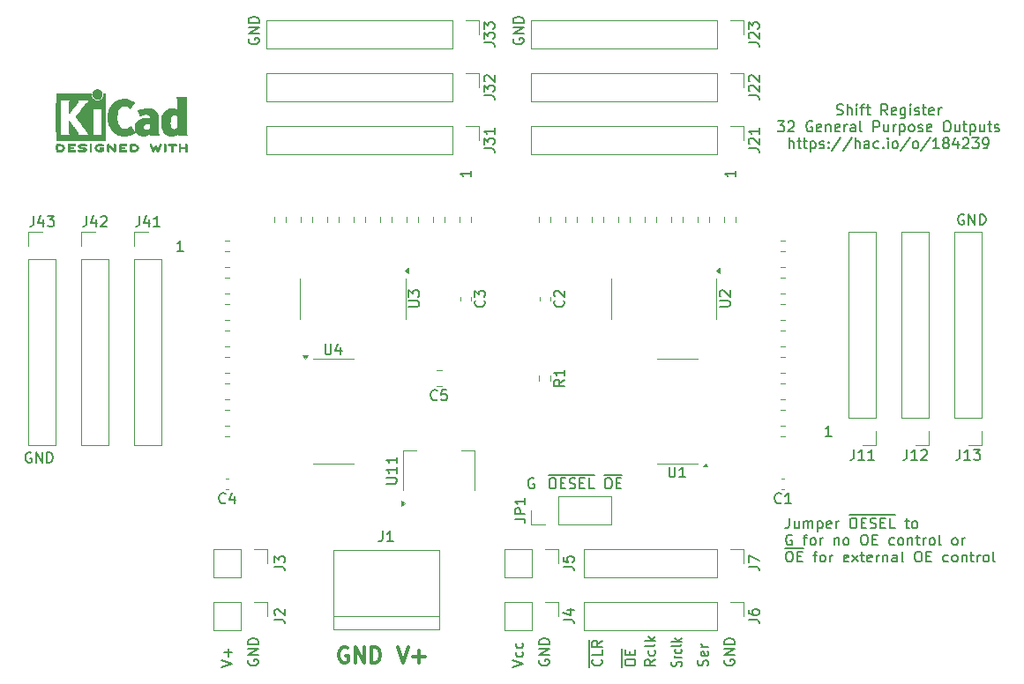
<source format=gbr>
%TF.GenerationSoftware,KiCad,Pcbnew,8.0.6*%
%TF.CreationDate,2025-02-06T19:24:46+11:00*%
%TF.ProjectId,sr32gpo,73723332-6770-46f2-9e6b-696361645f70,rev?*%
%TF.SameCoordinates,Original*%
%TF.FileFunction,Legend,Top*%
%TF.FilePolarity,Positive*%
%FSLAX46Y46*%
G04 Gerber Fmt 4.6, Leading zero omitted, Abs format (unit mm)*
G04 Created by KiCad (PCBNEW 8.0.6) date 2025-02-06 19:24:46*
%MOMM*%
%LPD*%
G01*
G04 APERTURE LIST*
%ADD10C,0.300000*%
%ADD11C,0.150000*%
%ADD12C,0.120000*%
%ADD13C,0.010000*%
G04 APERTURE END LIST*
D10*
X108077143Y-104659757D02*
X107934286Y-104588328D01*
X107934286Y-104588328D02*
X107720000Y-104588328D01*
X107720000Y-104588328D02*
X107505714Y-104659757D01*
X107505714Y-104659757D02*
X107362857Y-104802614D01*
X107362857Y-104802614D02*
X107291428Y-104945471D01*
X107291428Y-104945471D02*
X107220000Y-105231185D01*
X107220000Y-105231185D02*
X107220000Y-105445471D01*
X107220000Y-105445471D02*
X107291428Y-105731185D01*
X107291428Y-105731185D02*
X107362857Y-105874042D01*
X107362857Y-105874042D02*
X107505714Y-106016900D01*
X107505714Y-106016900D02*
X107720000Y-106088328D01*
X107720000Y-106088328D02*
X107862857Y-106088328D01*
X107862857Y-106088328D02*
X108077143Y-106016900D01*
X108077143Y-106016900D02*
X108148571Y-105945471D01*
X108148571Y-105945471D02*
X108148571Y-105445471D01*
X108148571Y-105445471D02*
X107862857Y-105445471D01*
X108791428Y-106088328D02*
X108791428Y-104588328D01*
X108791428Y-104588328D02*
X109648571Y-106088328D01*
X109648571Y-106088328D02*
X109648571Y-104588328D01*
X110362857Y-106088328D02*
X110362857Y-104588328D01*
X110362857Y-104588328D02*
X110720000Y-104588328D01*
X110720000Y-104588328D02*
X110934286Y-104659757D01*
X110934286Y-104659757D02*
X111077143Y-104802614D01*
X111077143Y-104802614D02*
X111148572Y-104945471D01*
X111148572Y-104945471D02*
X111220000Y-105231185D01*
X111220000Y-105231185D02*
X111220000Y-105445471D01*
X111220000Y-105445471D02*
X111148572Y-105731185D01*
X111148572Y-105731185D02*
X111077143Y-105874042D01*
X111077143Y-105874042D02*
X110934286Y-106016900D01*
X110934286Y-106016900D02*
X110720000Y-106088328D01*
X110720000Y-106088328D02*
X110362857Y-106088328D01*
D11*
X126502438Y-105819411D02*
X126454819Y-105914649D01*
X126454819Y-105914649D02*
X126454819Y-106057506D01*
X126454819Y-106057506D02*
X126502438Y-106200363D01*
X126502438Y-106200363D02*
X126597676Y-106295601D01*
X126597676Y-106295601D02*
X126692914Y-106343220D01*
X126692914Y-106343220D02*
X126883390Y-106390839D01*
X126883390Y-106390839D02*
X127026247Y-106390839D01*
X127026247Y-106390839D02*
X127216723Y-106343220D01*
X127216723Y-106343220D02*
X127311961Y-106295601D01*
X127311961Y-106295601D02*
X127407200Y-106200363D01*
X127407200Y-106200363D02*
X127454819Y-106057506D01*
X127454819Y-106057506D02*
X127454819Y-105962268D01*
X127454819Y-105962268D02*
X127407200Y-105819411D01*
X127407200Y-105819411D02*
X127359580Y-105771792D01*
X127359580Y-105771792D02*
X127026247Y-105771792D01*
X127026247Y-105771792D02*
X127026247Y-105962268D01*
X127454819Y-105343220D02*
X126454819Y-105343220D01*
X126454819Y-105343220D02*
X127454819Y-104771792D01*
X127454819Y-104771792D02*
X126454819Y-104771792D01*
X127454819Y-104295601D02*
X126454819Y-104295601D01*
X126454819Y-104295601D02*
X126454819Y-104057506D01*
X126454819Y-104057506D02*
X126502438Y-103914649D01*
X126502438Y-103914649D02*
X126597676Y-103819411D01*
X126597676Y-103819411D02*
X126692914Y-103771792D01*
X126692914Y-103771792D02*
X126883390Y-103724173D01*
X126883390Y-103724173D02*
X127026247Y-103724173D01*
X127026247Y-103724173D02*
X127216723Y-103771792D01*
X127216723Y-103771792D02*
X127311961Y-103819411D01*
X127311961Y-103819411D02*
X127407200Y-103914649D01*
X127407200Y-103914649D02*
X127454819Y-104057506D01*
X127454819Y-104057506D02*
X127454819Y-104295601D01*
X144282438Y-105819411D02*
X144234819Y-105914649D01*
X144234819Y-105914649D02*
X144234819Y-106057506D01*
X144234819Y-106057506D02*
X144282438Y-106200363D01*
X144282438Y-106200363D02*
X144377676Y-106295601D01*
X144377676Y-106295601D02*
X144472914Y-106343220D01*
X144472914Y-106343220D02*
X144663390Y-106390839D01*
X144663390Y-106390839D02*
X144806247Y-106390839D01*
X144806247Y-106390839D02*
X144996723Y-106343220D01*
X144996723Y-106343220D02*
X145091961Y-106295601D01*
X145091961Y-106295601D02*
X145187200Y-106200363D01*
X145187200Y-106200363D02*
X145234819Y-106057506D01*
X145234819Y-106057506D02*
X145234819Y-105962268D01*
X145234819Y-105962268D02*
X145187200Y-105819411D01*
X145187200Y-105819411D02*
X145139580Y-105771792D01*
X145139580Y-105771792D02*
X144806247Y-105771792D01*
X144806247Y-105771792D02*
X144806247Y-105962268D01*
X145234819Y-105343220D02*
X144234819Y-105343220D01*
X144234819Y-105343220D02*
X145234819Y-104771792D01*
X145234819Y-104771792D02*
X144234819Y-104771792D01*
X145234819Y-104295601D02*
X144234819Y-104295601D01*
X144234819Y-104295601D02*
X144234819Y-104057506D01*
X144234819Y-104057506D02*
X144282438Y-103914649D01*
X144282438Y-103914649D02*
X144377676Y-103819411D01*
X144377676Y-103819411D02*
X144472914Y-103771792D01*
X144472914Y-103771792D02*
X144663390Y-103724173D01*
X144663390Y-103724173D02*
X144806247Y-103724173D01*
X144806247Y-103724173D02*
X144996723Y-103771792D01*
X144996723Y-103771792D02*
X145091961Y-103819411D01*
X145091961Y-103819411D02*
X145187200Y-103914649D01*
X145187200Y-103914649D02*
X145234819Y-104057506D01*
X145234819Y-104057506D02*
X145234819Y-104295601D01*
D10*
X112871429Y-104588328D02*
X113371429Y-106088328D01*
X113371429Y-106088328D02*
X113871429Y-104588328D01*
X114371428Y-105516900D02*
X115514286Y-105516900D01*
X114942857Y-106088328D02*
X114942857Y-104945471D01*
D11*
X125955588Y-88402438D02*
X125860350Y-88354819D01*
X125860350Y-88354819D02*
X125717493Y-88354819D01*
X125717493Y-88354819D02*
X125574636Y-88402438D01*
X125574636Y-88402438D02*
X125479398Y-88497676D01*
X125479398Y-88497676D02*
X125431779Y-88592914D01*
X125431779Y-88592914D02*
X125384160Y-88783390D01*
X125384160Y-88783390D02*
X125384160Y-88926247D01*
X125384160Y-88926247D02*
X125431779Y-89116723D01*
X125431779Y-89116723D02*
X125479398Y-89211961D01*
X125479398Y-89211961D02*
X125574636Y-89307200D01*
X125574636Y-89307200D02*
X125717493Y-89354819D01*
X125717493Y-89354819D02*
X125812731Y-89354819D01*
X125812731Y-89354819D02*
X125955588Y-89307200D01*
X125955588Y-89307200D02*
X126003207Y-89259580D01*
X126003207Y-89259580D02*
X126003207Y-88926247D01*
X126003207Y-88926247D02*
X125812731Y-88926247D01*
X98562438Y-105819411D02*
X98514819Y-105914649D01*
X98514819Y-105914649D02*
X98514819Y-106057506D01*
X98514819Y-106057506D02*
X98562438Y-106200363D01*
X98562438Y-106200363D02*
X98657676Y-106295601D01*
X98657676Y-106295601D02*
X98752914Y-106343220D01*
X98752914Y-106343220D02*
X98943390Y-106390839D01*
X98943390Y-106390839D02*
X99086247Y-106390839D01*
X99086247Y-106390839D02*
X99276723Y-106343220D01*
X99276723Y-106343220D02*
X99371961Y-106295601D01*
X99371961Y-106295601D02*
X99467200Y-106200363D01*
X99467200Y-106200363D02*
X99514819Y-106057506D01*
X99514819Y-106057506D02*
X99514819Y-105962268D01*
X99514819Y-105962268D02*
X99467200Y-105819411D01*
X99467200Y-105819411D02*
X99419580Y-105771792D01*
X99419580Y-105771792D02*
X99086247Y-105771792D01*
X99086247Y-105771792D02*
X99086247Y-105962268D01*
X99514819Y-105343220D02*
X98514819Y-105343220D01*
X98514819Y-105343220D02*
X99514819Y-104771792D01*
X99514819Y-104771792D02*
X98514819Y-104771792D01*
X99514819Y-104295601D02*
X98514819Y-104295601D01*
X98514819Y-104295601D02*
X98514819Y-104057506D01*
X98514819Y-104057506D02*
X98562438Y-103914649D01*
X98562438Y-103914649D02*
X98657676Y-103819411D01*
X98657676Y-103819411D02*
X98752914Y-103771792D01*
X98752914Y-103771792D02*
X98943390Y-103724173D01*
X98943390Y-103724173D02*
X99086247Y-103724173D01*
X99086247Y-103724173D02*
X99276723Y-103771792D01*
X99276723Y-103771792D02*
X99371961Y-103819411D01*
X99371961Y-103819411D02*
X99467200Y-103914649D01*
X99467200Y-103914649D02*
X99514819Y-104057506D01*
X99514819Y-104057506D02*
X99514819Y-104295601D01*
X132439580Y-105771792D02*
X132487200Y-105819411D01*
X132487200Y-105819411D02*
X132534819Y-105962268D01*
X132534819Y-105962268D02*
X132534819Y-106057506D01*
X132534819Y-106057506D02*
X132487200Y-106200363D01*
X132487200Y-106200363D02*
X132391961Y-106295601D01*
X132391961Y-106295601D02*
X132296723Y-106343220D01*
X132296723Y-106343220D02*
X132106247Y-106390839D01*
X132106247Y-106390839D02*
X131963390Y-106390839D01*
X131963390Y-106390839D02*
X131772914Y-106343220D01*
X131772914Y-106343220D02*
X131677676Y-106295601D01*
X131677676Y-106295601D02*
X131582438Y-106200363D01*
X131582438Y-106200363D02*
X131534819Y-106057506D01*
X131534819Y-106057506D02*
X131534819Y-105962268D01*
X131534819Y-105962268D02*
X131582438Y-105819411D01*
X131582438Y-105819411D02*
X131630057Y-105771792D01*
X132534819Y-104867030D02*
X132534819Y-105343220D01*
X132534819Y-105343220D02*
X131534819Y-105343220D01*
X132534819Y-103962268D02*
X132058628Y-104295601D01*
X132534819Y-104533696D02*
X131534819Y-104533696D01*
X131534819Y-104533696D02*
X131534819Y-104152744D01*
X131534819Y-104152744D02*
X131582438Y-104057506D01*
X131582438Y-104057506D02*
X131630057Y-104009887D01*
X131630057Y-104009887D02*
X131725295Y-103962268D01*
X131725295Y-103962268D02*
X131868152Y-103962268D01*
X131868152Y-103962268D02*
X131963390Y-104009887D01*
X131963390Y-104009887D02*
X132011009Y-104057506D01*
X132011009Y-104057506D02*
X132058628Y-104152744D01*
X132058628Y-104152744D02*
X132058628Y-104533696D01*
X131257200Y-106481316D02*
X131257200Y-103871792D01*
X154530588Y-84324819D02*
X153959160Y-84324819D01*
X154244874Y-84324819D02*
X154244874Y-83324819D01*
X154244874Y-83324819D02*
X154149636Y-83467676D01*
X154149636Y-83467676D02*
X154054398Y-83562914D01*
X154054398Y-83562914D02*
X153959160Y-83610533D01*
X123914819Y-106486077D02*
X124914819Y-106152744D01*
X124914819Y-106152744D02*
X123914819Y-105819411D01*
X124867200Y-105057506D02*
X124914819Y-105152744D01*
X124914819Y-105152744D02*
X124914819Y-105343220D01*
X124914819Y-105343220D02*
X124867200Y-105438458D01*
X124867200Y-105438458D02*
X124819580Y-105486077D01*
X124819580Y-105486077D02*
X124724342Y-105533696D01*
X124724342Y-105533696D02*
X124438628Y-105533696D01*
X124438628Y-105533696D02*
X124343390Y-105486077D01*
X124343390Y-105486077D02*
X124295771Y-105438458D01*
X124295771Y-105438458D02*
X124248152Y-105343220D01*
X124248152Y-105343220D02*
X124248152Y-105152744D01*
X124248152Y-105152744D02*
X124295771Y-105057506D01*
X124867200Y-104200363D02*
X124914819Y-104295601D01*
X124914819Y-104295601D02*
X124914819Y-104486077D01*
X124914819Y-104486077D02*
X124867200Y-104581315D01*
X124867200Y-104581315D02*
X124819580Y-104628934D01*
X124819580Y-104628934D02*
X124724342Y-104676553D01*
X124724342Y-104676553D02*
X124438628Y-104676553D01*
X124438628Y-104676553D02*
X124343390Y-104628934D01*
X124343390Y-104628934D02*
X124295771Y-104581315D01*
X124295771Y-104581315D02*
X124248152Y-104486077D01*
X124248152Y-104486077D02*
X124248152Y-104295601D01*
X124248152Y-104295601D02*
X124295771Y-104200363D01*
X137614819Y-105771792D02*
X137138628Y-106105125D01*
X137614819Y-106343220D02*
X136614819Y-106343220D01*
X136614819Y-106343220D02*
X136614819Y-105962268D01*
X136614819Y-105962268D02*
X136662438Y-105867030D01*
X136662438Y-105867030D02*
X136710057Y-105819411D01*
X136710057Y-105819411D02*
X136805295Y-105771792D01*
X136805295Y-105771792D02*
X136948152Y-105771792D01*
X136948152Y-105771792D02*
X137043390Y-105819411D01*
X137043390Y-105819411D02*
X137091009Y-105867030D01*
X137091009Y-105867030D02*
X137138628Y-105962268D01*
X137138628Y-105962268D02*
X137138628Y-106343220D01*
X137567200Y-104914649D02*
X137614819Y-105009887D01*
X137614819Y-105009887D02*
X137614819Y-105200363D01*
X137614819Y-105200363D02*
X137567200Y-105295601D01*
X137567200Y-105295601D02*
X137519580Y-105343220D01*
X137519580Y-105343220D02*
X137424342Y-105390839D01*
X137424342Y-105390839D02*
X137138628Y-105390839D01*
X137138628Y-105390839D02*
X137043390Y-105343220D01*
X137043390Y-105343220D02*
X136995771Y-105295601D01*
X136995771Y-105295601D02*
X136948152Y-105200363D01*
X136948152Y-105200363D02*
X136948152Y-105009887D01*
X136948152Y-105009887D02*
X136995771Y-104914649D01*
X137614819Y-104343220D02*
X137567200Y-104438458D01*
X137567200Y-104438458D02*
X137471961Y-104486077D01*
X137471961Y-104486077D02*
X136614819Y-104486077D01*
X137614819Y-103962267D02*
X136614819Y-103962267D01*
X137233866Y-103867029D02*
X137614819Y-103581315D01*
X136948152Y-103581315D02*
X137329104Y-103962267D01*
X150482493Y-92169931D02*
X150482493Y-92884216D01*
X150482493Y-92884216D02*
X150434874Y-93027073D01*
X150434874Y-93027073D02*
X150339636Y-93122312D01*
X150339636Y-93122312D02*
X150196779Y-93169931D01*
X150196779Y-93169931D02*
X150101541Y-93169931D01*
X151387255Y-92503264D02*
X151387255Y-93169931D01*
X150958684Y-92503264D02*
X150958684Y-93027073D01*
X150958684Y-93027073D02*
X151006303Y-93122312D01*
X151006303Y-93122312D02*
X151101541Y-93169931D01*
X151101541Y-93169931D02*
X151244398Y-93169931D01*
X151244398Y-93169931D02*
X151339636Y-93122312D01*
X151339636Y-93122312D02*
X151387255Y-93074692D01*
X151863446Y-93169931D02*
X151863446Y-92503264D01*
X151863446Y-92598502D02*
X151911065Y-92550883D01*
X151911065Y-92550883D02*
X152006303Y-92503264D01*
X152006303Y-92503264D02*
X152149160Y-92503264D01*
X152149160Y-92503264D02*
X152244398Y-92550883D01*
X152244398Y-92550883D02*
X152292017Y-92646121D01*
X152292017Y-92646121D02*
X152292017Y-93169931D01*
X152292017Y-92646121D02*
X152339636Y-92550883D01*
X152339636Y-92550883D02*
X152434874Y-92503264D01*
X152434874Y-92503264D02*
X152577731Y-92503264D01*
X152577731Y-92503264D02*
X152672970Y-92550883D01*
X152672970Y-92550883D02*
X152720589Y-92646121D01*
X152720589Y-92646121D02*
X152720589Y-93169931D01*
X153196779Y-92503264D02*
X153196779Y-93503264D01*
X153196779Y-92550883D02*
X153292017Y-92503264D01*
X153292017Y-92503264D02*
X153482493Y-92503264D01*
X153482493Y-92503264D02*
X153577731Y-92550883D01*
X153577731Y-92550883D02*
X153625350Y-92598502D01*
X153625350Y-92598502D02*
X153672969Y-92693740D01*
X153672969Y-92693740D02*
X153672969Y-92979454D01*
X153672969Y-92979454D02*
X153625350Y-93074692D01*
X153625350Y-93074692D02*
X153577731Y-93122312D01*
X153577731Y-93122312D02*
X153482493Y-93169931D01*
X153482493Y-93169931D02*
X153292017Y-93169931D01*
X153292017Y-93169931D02*
X153196779Y-93122312D01*
X154482493Y-93122312D02*
X154387255Y-93169931D01*
X154387255Y-93169931D02*
X154196779Y-93169931D01*
X154196779Y-93169931D02*
X154101541Y-93122312D01*
X154101541Y-93122312D02*
X154053922Y-93027073D01*
X154053922Y-93027073D02*
X154053922Y-92646121D01*
X154053922Y-92646121D02*
X154101541Y-92550883D01*
X154101541Y-92550883D02*
X154196779Y-92503264D01*
X154196779Y-92503264D02*
X154387255Y-92503264D01*
X154387255Y-92503264D02*
X154482493Y-92550883D01*
X154482493Y-92550883D02*
X154530112Y-92646121D01*
X154530112Y-92646121D02*
X154530112Y-92741359D01*
X154530112Y-92741359D02*
X154053922Y-92836597D01*
X154958684Y-93169931D02*
X154958684Y-92503264D01*
X154958684Y-92693740D02*
X155006303Y-92598502D01*
X155006303Y-92598502D02*
X155053922Y-92550883D01*
X155053922Y-92550883D02*
X155149160Y-92503264D01*
X155149160Y-92503264D02*
X155244398Y-92503264D01*
X156530113Y-92169931D02*
X156720589Y-92169931D01*
X156720589Y-92169931D02*
X156815827Y-92217550D01*
X156815827Y-92217550D02*
X156911065Y-92312788D01*
X156911065Y-92312788D02*
X156958684Y-92503264D01*
X156958684Y-92503264D02*
X156958684Y-92836597D01*
X156958684Y-92836597D02*
X156911065Y-93027073D01*
X156911065Y-93027073D02*
X156815827Y-93122312D01*
X156815827Y-93122312D02*
X156720589Y-93169931D01*
X156720589Y-93169931D02*
X156530113Y-93169931D01*
X156530113Y-93169931D02*
X156434875Y-93122312D01*
X156434875Y-93122312D02*
X156339637Y-93027073D01*
X156339637Y-93027073D02*
X156292018Y-92836597D01*
X156292018Y-92836597D02*
X156292018Y-92503264D01*
X156292018Y-92503264D02*
X156339637Y-92312788D01*
X156339637Y-92312788D02*
X156434875Y-92217550D01*
X156434875Y-92217550D02*
X156530113Y-92169931D01*
X157387256Y-92646121D02*
X157720589Y-92646121D01*
X157863446Y-93169931D02*
X157387256Y-93169931D01*
X157387256Y-93169931D02*
X157387256Y-92169931D01*
X157387256Y-92169931D02*
X157863446Y-92169931D01*
X158244399Y-93122312D02*
X158387256Y-93169931D01*
X158387256Y-93169931D02*
X158625351Y-93169931D01*
X158625351Y-93169931D02*
X158720589Y-93122312D01*
X158720589Y-93122312D02*
X158768208Y-93074692D01*
X158768208Y-93074692D02*
X158815827Y-92979454D01*
X158815827Y-92979454D02*
X158815827Y-92884216D01*
X158815827Y-92884216D02*
X158768208Y-92788978D01*
X158768208Y-92788978D02*
X158720589Y-92741359D01*
X158720589Y-92741359D02*
X158625351Y-92693740D01*
X158625351Y-92693740D02*
X158434875Y-92646121D01*
X158434875Y-92646121D02*
X158339637Y-92598502D01*
X158339637Y-92598502D02*
X158292018Y-92550883D01*
X158292018Y-92550883D02*
X158244399Y-92455645D01*
X158244399Y-92455645D02*
X158244399Y-92360407D01*
X158244399Y-92360407D02*
X158292018Y-92265169D01*
X158292018Y-92265169D02*
X158339637Y-92217550D01*
X158339637Y-92217550D02*
X158434875Y-92169931D01*
X158434875Y-92169931D02*
X158672970Y-92169931D01*
X158672970Y-92169931D02*
X158815827Y-92217550D01*
X159244399Y-92646121D02*
X159577732Y-92646121D01*
X159720589Y-93169931D02*
X159244399Y-93169931D01*
X159244399Y-93169931D02*
X159244399Y-92169931D01*
X159244399Y-92169931D02*
X159720589Y-92169931D01*
X160625351Y-93169931D02*
X160149161Y-93169931D01*
X160149161Y-93169931D02*
X160149161Y-92169931D01*
X156201542Y-91892312D02*
X160620590Y-91892312D01*
X161577733Y-92503264D02*
X161958685Y-92503264D01*
X161720590Y-92169931D02*
X161720590Y-93027073D01*
X161720590Y-93027073D02*
X161768209Y-93122312D01*
X161768209Y-93122312D02*
X161863447Y-93169931D01*
X161863447Y-93169931D02*
X161958685Y-93169931D01*
X162434876Y-93169931D02*
X162339638Y-93122312D01*
X162339638Y-93122312D02*
X162292019Y-93074692D01*
X162292019Y-93074692D02*
X162244400Y-92979454D01*
X162244400Y-92979454D02*
X162244400Y-92693740D01*
X162244400Y-92693740D02*
X162292019Y-92598502D01*
X162292019Y-92598502D02*
X162339638Y-92550883D01*
X162339638Y-92550883D02*
X162434876Y-92503264D01*
X162434876Y-92503264D02*
X162577733Y-92503264D01*
X162577733Y-92503264D02*
X162672971Y-92550883D01*
X162672971Y-92550883D02*
X162720590Y-92598502D01*
X162720590Y-92598502D02*
X162768209Y-92693740D01*
X162768209Y-92693740D02*
X162768209Y-92979454D01*
X162768209Y-92979454D02*
X162720590Y-93074692D01*
X162720590Y-93074692D02*
X162672971Y-93122312D01*
X162672971Y-93122312D02*
X162577733Y-93169931D01*
X162577733Y-93169931D02*
X162434876Y-93169931D01*
X150720588Y-93827494D02*
X150625350Y-93779875D01*
X150625350Y-93779875D02*
X150482493Y-93779875D01*
X150482493Y-93779875D02*
X150339636Y-93827494D01*
X150339636Y-93827494D02*
X150244398Y-93922732D01*
X150244398Y-93922732D02*
X150196779Y-94017970D01*
X150196779Y-94017970D02*
X150149160Y-94208446D01*
X150149160Y-94208446D02*
X150149160Y-94351303D01*
X150149160Y-94351303D02*
X150196779Y-94541779D01*
X150196779Y-94541779D02*
X150244398Y-94637017D01*
X150244398Y-94637017D02*
X150339636Y-94732256D01*
X150339636Y-94732256D02*
X150482493Y-94779875D01*
X150482493Y-94779875D02*
X150577731Y-94779875D01*
X150577731Y-94779875D02*
X150720588Y-94732256D01*
X150720588Y-94732256D02*
X150768207Y-94684636D01*
X150768207Y-94684636D02*
X150768207Y-94351303D01*
X150768207Y-94351303D02*
X150577731Y-94351303D01*
X151815827Y-94113208D02*
X152196779Y-94113208D01*
X151958684Y-94779875D02*
X151958684Y-93922732D01*
X151958684Y-93922732D02*
X152006303Y-93827494D01*
X152006303Y-93827494D02*
X152101541Y-93779875D01*
X152101541Y-93779875D02*
X152196779Y-93779875D01*
X152672970Y-94779875D02*
X152577732Y-94732256D01*
X152577732Y-94732256D02*
X152530113Y-94684636D01*
X152530113Y-94684636D02*
X152482494Y-94589398D01*
X152482494Y-94589398D02*
X152482494Y-94303684D01*
X152482494Y-94303684D02*
X152530113Y-94208446D01*
X152530113Y-94208446D02*
X152577732Y-94160827D01*
X152577732Y-94160827D02*
X152672970Y-94113208D01*
X152672970Y-94113208D02*
X152815827Y-94113208D01*
X152815827Y-94113208D02*
X152911065Y-94160827D01*
X152911065Y-94160827D02*
X152958684Y-94208446D01*
X152958684Y-94208446D02*
X153006303Y-94303684D01*
X153006303Y-94303684D02*
X153006303Y-94589398D01*
X153006303Y-94589398D02*
X152958684Y-94684636D01*
X152958684Y-94684636D02*
X152911065Y-94732256D01*
X152911065Y-94732256D02*
X152815827Y-94779875D01*
X152815827Y-94779875D02*
X152672970Y-94779875D01*
X153434875Y-94779875D02*
X153434875Y-94113208D01*
X153434875Y-94303684D02*
X153482494Y-94208446D01*
X153482494Y-94208446D02*
X153530113Y-94160827D01*
X153530113Y-94160827D02*
X153625351Y-94113208D01*
X153625351Y-94113208D02*
X153720589Y-94113208D01*
X154815828Y-94113208D02*
X154815828Y-94779875D01*
X154815828Y-94208446D02*
X154863447Y-94160827D01*
X154863447Y-94160827D02*
X154958685Y-94113208D01*
X154958685Y-94113208D02*
X155101542Y-94113208D01*
X155101542Y-94113208D02*
X155196780Y-94160827D01*
X155196780Y-94160827D02*
X155244399Y-94256065D01*
X155244399Y-94256065D02*
X155244399Y-94779875D01*
X155863447Y-94779875D02*
X155768209Y-94732256D01*
X155768209Y-94732256D02*
X155720590Y-94684636D01*
X155720590Y-94684636D02*
X155672971Y-94589398D01*
X155672971Y-94589398D02*
X155672971Y-94303684D01*
X155672971Y-94303684D02*
X155720590Y-94208446D01*
X155720590Y-94208446D02*
X155768209Y-94160827D01*
X155768209Y-94160827D02*
X155863447Y-94113208D01*
X155863447Y-94113208D02*
X156006304Y-94113208D01*
X156006304Y-94113208D02*
X156101542Y-94160827D01*
X156101542Y-94160827D02*
X156149161Y-94208446D01*
X156149161Y-94208446D02*
X156196780Y-94303684D01*
X156196780Y-94303684D02*
X156196780Y-94589398D01*
X156196780Y-94589398D02*
X156149161Y-94684636D01*
X156149161Y-94684636D02*
X156101542Y-94732256D01*
X156101542Y-94732256D02*
X156006304Y-94779875D01*
X156006304Y-94779875D02*
X155863447Y-94779875D01*
X157577733Y-93779875D02*
X157768209Y-93779875D01*
X157768209Y-93779875D02*
X157863447Y-93827494D01*
X157863447Y-93827494D02*
X157958685Y-93922732D01*
X157958685Y-93922732D02*
X158006304Y-94113208D01*
X158006304Y-94113208D02*
X158006304Y-94446541D01*
X158006304Y-94446541D02*
X157958685Y-94637017D01*
X157958685Y-94637017D02*
X157863447Y-94732256D01*
X157863447Y-94732256D02*
X157768209Y-94779875D01*
X157768209Y-94779875D02*
X157577733Y-94779875D01*
X157577733Y-94779875D02*
X157482495Y-94732256D01*
X157482495Y-94732256D02*
X157387257Y-94637017D01*
X157387257Y-94637017D02*
X157339638Y-94446541D01*
X157339638Y-94446541D02*
X157339638Y-94113208D01*
X157339638Y-94113208D02*
X157387257Y-93922732D01*
X157387257Y-93922732D02*
X157482495Y-93827494D01*
X157482495Y-93827494D02*
X157577733Y-93779875D01*
X158434876Y-94256065D02*
X158768209Y-94256065D01*
X158911066Y-94779875D02*
X158434876Y-94779875D01*
X158434876Y-94779875D02*
X158434876Y-93779875D01*
X158434876Y-93779875D02*
X158911066Y-93779875D01*
X160530114Y-94732256D02*
X160434876Y-94779875D01*
X160434876Y-94779875D02*
X160244400Y-94779875D01*
X160244400Y-94779875D02*
X160149162Y-94732256D01*
X160149162Y-94732256D02*
X160101543Y-94684636D01*
X160101543Y-94684636D02*
X160053924Y-94589398D01*
X160053924Y-94589398D02*
X160053924Y-94303684D01*
X160053924Y-94303684D02*
X160101543Y-94208446D01*
X160101543Y-94208446D02*
X160149162Y-94160827D01*
X160149162Y-94160827D02*
X160244400Y-94113208D01*
X160244400Y-94113208D02*
X160434876Y-94113208D01*
X160434876Y-94113208D02*
X160530114Y-94160827D01*
X161101543Y-94779875D02*
X161006305Y-94732256D01*
X161006305Y-94732256D02*
X160958686Y-94684636D01*
X160958686Y-94684636D02*
X160911067Y-94589398D01*
X160911067Y-94589398D02*
X160911067Y-94303684D01*
X160911067Y-94303684D02*
X160958686Y-94208446D01*
X160958686Y-94208446D02*
X161006305Y-94160827D01*
X161006305Y-94160827D02*
X161101543Y-94113208D01*
X161101543Y-94113208D02*
X161244400Y-94113208D01*
X161244400Y-94113208D02*
X161339638Y-94160827D01*
X161339638Y-94160827D02*
X161387257Y-94208446D01*
X161387257Y-94208446D02*
X161434876Y-94303684D01*
X161434876Y-94303684D02*
X161434876Y-94589398D01*
X161434876Y-94589398D02*
X161387257Y-94684636D01*
X161387257Y-94684636D02*
X161339638Y-94732256D01*
X161339638Y-94732256D02*
X161244400Y-94779875D01*
X161244400Y-94779875D02*
X161101543Y-94779875D01*
X161863448Y-94113208D02*
X161863448Y-94779875D01*
X161863448Y-94208446D02*
X161911067Y-94160827D01*
X161911067Y-94160827D02*
X162006305Y-94113208D01*
X162006305Y-94113208D02*
X162149162Y-94113208D01*
X162149162Y-94113208D02*
X162244400Y-94160827D01*
X162244400Y-94160827D02*
X162292019Y-94256065D01*
X162292019Y-94256065D02*
X162292019Y-94779875D01*
X162625353Y-94113208D02*
X163006305Y-94113208D01*
X162768210Y-93779875D02*
X162768210Y-94637017D01*
X162768210Y-94637017D02*
X162815829Y-94732256D01*
X162815829Y-94732256D02*
X162911067Y-94779875D01*
X162911067Y-94779875D02*
X163006305Y-94779875D01*
X163339639Y-94779875D02*
X163339639Y-94113208D01*
X163339639Y-94303684D02*
X163387258Y-94208446D01*
X163387258Y-94208446D02*
X163434877Y-94160827D01*
X163434877Y-94160827D02*
X163530115Y-94113208D01*
X163530115Y-94113208D02*
X163625353Y-94113208D01*
X164101544Y-94779875D02*
X164006306Y-94732256D01*
X164006306Y-94732256D02*
X163958687Y-94684636D01*
X163958687Y-94684636D02*
X163911068Y-94589398D01*
X163911068Y-94589398D02*
X163911068Y-94303684D01*
X163911068Y-94303684D02*
X163958687Y-94208446D01*
X163958687Y-94208446D02*
X164006306Y-94160827D01*
X164006306Y-94160827D02*
X164101544Y-94113208D01*
X164101544Y-94113208D02*
X164244401Y-94113208D01*
X164244401Y-94113208D02*
X164339639Y-94160827D01*
X164339639Y-94160827D02*
X164387258Y-94208446D01*
X164387258Y-94208446D02*
X164434877Y-94303684D01*
X164434877Y-94303684D02*
X164434877Y-94589398D01*
X164434877Y-94589398D02*
X164387258Y-94684636D01*
X164387258Y-94684636D02*
X164339639Y-94732256D01*
X164339639Y-94732256D02*
X164244401Y-94779875D01*
X164244401Y-94779875D02*
X164101544Y-94779875D01*
X165006306Y-94779875D02*
X164911068Y-94732256D01*
X164911068Y-94732256D02*
X164863449Y-94637017D01*
X164863449Y-94637017D02*
X164863449Y-93779875D01*
X166292021Y-94779875D02*
X166196783Y-94732256D01*
X166196783Y-94732256D02*
X166149164Y-94684636D01*
X166149164Y-94684636D02*
X166101545Y-94589398D01*
X166101545Y-94589398D02*
X166101545Y-94303684D01*
X166101545Y-94303684D02*
X166149164Y-94208446D01*
X166149164Y-94208446D02*
X166196783Y-94160827D01*
X166196783Y-94160827D02*
X166292021Y-94113208D01*
X166292021Y-94113208D02*
X166434878Y-94113208D01*
X166434878Y-94113208D02*
X166530116Y-94160827D01*
X166530116Y-94160827D02*
X166577735Y-94208446D01*
X166577735Y-94208446D02*
X166625354Y-94303684D01*
X166625354Y-94303684D02*
X166625354Y-94589398D01*
X166625354Y-94589398D02*
X166577735Y-94684636D01*
X166577735Y-94684636D02*
X166530116Y-94732256D01*
X166530116Y-94732256D02*
X166434878Y-94779875D01*
X166434878Y-94779875D02*
X166292021Y-94779875D01*
X167053926Y-94779875D02*
X167053926Y-94113208D01*
X167053926Y-94303684D02*
X167101545Y-94208446D01*
X167101545Y-94208446D02*
X167149164Y-94160827D01*
X167149164Y-94160827D02*
X167244402Y-94113208D01*
X167244402Y-94113208D02*
X167339640Y-94113208D01*
X150387255Y-95389819D02*
X150577731Y-95389819D01*
X150577731Y-95389819D02*
X150672969Y-95437438D01*
X150672969Y-95437438D02*
X150768207Y-95532676D01*
X150768207Y-95532676D02*
X150815826Y-95723152D01*
X150815826Y-95723152D02*
X150815826Y-96056485D01*
X150815826Y-96056485D02*
X150768207Y-96246961D01*
X150768207Y-96246961D02*
X150672969Y-96342200D01*
X150672969Y-96342200D02*
X150577731Y-96389819D01*
X150577731Y-96389819D02*
X150387255Y-96389819D01*
X150387255Y-96389819D02*
X150292017Y-96342200D01*
X150292017Y-96342200D02*
X150196779Y-96246961D01*
X150196779Y-96246961D02*
X150149160Y-96056485D01*
X150149160Y-96056485D02*
X150149160Y-95723152D01*
X150149160Y-95723152D02*
X150196779Y-95532676D01*
X150196779Y-95532676D02*
X150292017Y-95437438D01*
X150292017Y-95437438D02*
X150387255Y-95389819D01*
X151244398Y-95866009D02*
X151577731Y-95866009D01*
X151720588Y-96389819D02*
X151244398Y-96389819D01*
X151244398Y-96389819D02*
X151244398Y-95389819D01*
X151244398Y-95389819D02*
X151720588Y-95389819D01*
X150058684Y-95112200D02*
X151811065Y-95112200D01*
X152768208Y-95723152D02*
X153149160Y-95723152D01*
X152911065Y-96389819D02*
X152911065Y-95532676D01*
X152911065Y-95532676D02*
X152958684Y-95437438D01*
X152958684Y-95437438D02*
X153053922Y-95389819D01*
X153053922Y-95389819D02*
X153149160Y-95389819D01*
X153625351Y-96389819D02*
X153530113Y-96342200D01*
X153530113Y-96342200D02*
X153482494Y-96294580D01*
X153482494Y-96294580D02*
X153434875Y-96199342D01*
X153434875Y-96199342D02*
X153434875Y-95913628D01*
X153434875Y-95913628D02*
X153482494Y-95818390D01*
X153482494Y-95818390D02*
X153530113Y-95770771D01*
X153530113Y-95770771D02*
X153625351Y-95723152D01*
X153625351Y-95723152D02*
X153768208Y-95723152D01*
X153768208Y-95723152D02*
X153863446Y-95770771D01*
X153863446Y-95770771D02*
X153911065Y-95818390D01*
X153911065Y-95818390D02*
X153958684Y-95913628D01*
X153958684Y-95913628D02*
X153958684Y-96199342D01*
X153958684Y-96199342D02*
X153911065Y-96294580D01*
X153911065Y-96294580D02*
X153863446Y-96342200D01*
X153863446Y-96342200D02*
X153768208Y-96389819D01*
X153768208Y-96389819D02*
X153625351Y-96389819D01*
X154387256Y-96389819D02*
X154387256Y-95723152D01*
X154387256Y-95913628D02*
X154434875Y-95818390D01*
X154434875Y-95818390D02*
X154482494Y-95770771D01*
X154482494Y-95770771D02*
X154577732Y-95723152D01*
X154577732Y-95723152D02*
X154672970Y-95723152D01*
X156149161Y-96342200D02*
X156053923Y-96389819D01*
X156053923Y-96389819D02*
X155863447Y-96389819D01*
X155863447Y-96389819D02*
X155768209Y-96342200D01*
X155768209Y-96342200D02*
X155720590Y-96246961D01*
X155720590Y-96246961D02*
X155720590Y-95866009D01*
X155720590Y-95866009D02*
X155768209Y-95770771D01*
X155768209Y-95770771D02*
X155863447Y-95723152D01*
X155863447Y-95723152D02*
X156053923Y-95723152D01*
X156053923Y-95723152D02*
X156149161Y-95770771D01*
X156149161Y-95770771D02*
X156196780Y-95866009D01*
X156196780Y-95866009D02*
X156196780Y-95961247D01*
X156196780Y-95961247D02*
X155720590Y-96056485D01*
X156530114Y-96389819D02*
X157053923Y-95723152D01*
X156530114Y-95723152D02*
X157053923Y-96389819D01*
X157292019Y-95723152D02*
X157672971Y-95723152D01*
X157434876Y-95389819D02*
X157434876Y-96246961D01*
X157434876Y-96246961D02*
X157482495Y-96342200D01*
X157482495Y-96342200D02*
X157577733Y-96389819D01*
X157577733Y-96389819D02*
X157672971Y-96389819D01*
X158387257Y-96342200D02*
X158292019Y-96389819D01*
X158292019Y-96389819D02*
X158101543Y-96389819D01*
X158101543Y-96389819D02*
X158006305Y-96342200D01*
X158006305Y-96342200D02*
X157958686Y-96246961D01*
X157958686Y-96246961D02*
X157958686Y-95866009D01*
X157958686Y-95866009D02*
X158006305Y-95770771D01*
X158006305Y-95770771D02*
X158101543Y-95723152D01*
X158101543Y-95723152D02*
X158292019Y-95723152D01*
X158292019Y-95723152D02*
X158387257Y-95770771D01*
X158387257Y-95770771D02*
X158434876Y-95866009D01*
X158434876Y-95866009D02*
X158434876Y-95961247D01*
X158434876Y-95961247D02*
X157958686Y-96056485D01*
X158863448Y-96389819D02*
X158863448Y-95723152D01*
X158863448Y-95913628D02*
X158911067Y-95818390D01*
X158911067Y-95818390D02*
X158958686Y-95770771D01*
X158958686Y-95770771D02*
X159053924Y-95723152D01*
X159053924Y-95723152D02*
X159149162Y-95723152D01*
X159482496Y-95723152D02*
X159482496Y-96389819D01*
X159482496Y-95818390D02*
X159530115Y-95770771D01*
X159530115Y-95770771D02*
X159625353Y-95723152D01*
X159625353Y-95723152D02*
X159768210Y-95723152D01*
X159768210Y-95723152D02*
X159863448Y-95770771D01*
X159863448Y-95770771D02*
X159911067Y-95866009D01*
X159911067Y-95866009D02*
X159911067Y-96389819D01*
X160815829Y-96389819D02*
X160815829Y-95866009D01*
X160815829Y-95866009D02*
X160768210Y-95770771D01*
X160768210Y-95770771D02*
X160672972Y-95723152D01*
X160672972Y-95723152D02*
X160482496Y-95723152D01*
X160482496Y-95723152D02*
X160387258Y-95770771D01*
X160815829Y-96342200D02*
X160720591Y-96389819D01*
X160720591Y-96389819D02*
X160482496Y-96389819D01*
X160482496Y-96389819D02*
X160387258Y-96342200D01*
X160387258Y-96342200D02*
X160339639Y-96246961D01*
X160339639Y-96246961D02*
X160339639Y-96151723D01*
X160339639Y-96151723D02*
X160387258Y-96056485D01*
X160387258Y-96056485D02*
X160482496Y-96008866D01*
X160482496Y-96008866D02*
X160720591Y-96008866D01*
X160720591Y-96008866D02*
X160815829Y-95961247D01*
X161434877Y-96389819D02*
X161339639Y-96342200D01*
X161339639Y-96342200D02*
X161292020Y-96246961D01*
X161292020Y-96246961D02*
X161292020Y-95389819D01*
X162768211Y-95389819D02*
X162958687Y-95389819D01*
X162958687Y-95389819D02*
X163053925Y-95437438D01*
X163053925Y-95437438D02*
X163149163Y-95532676D01*
X163149163Y-95532676D02*
X163196782Y-95723152D01*
X163196782Y-95723152D02*
X163196782Y-96056485D01*
X163196782Y-96056485D02*
X163149163Y-96246961D01*
X163149163Y-96246961D02*
X163053925Y-96342200D01*
X163053925Y-96342200D02*
X162958687Y-96389819D01*
X162958687Y-96389819D02*
X162768211Y-96389819D01*
X162768211Y-96389819D02*
X162672973Y-96342200D01*
X162672973Y-96342200D02*
X162577735Y-96246961D01*
X162577735Y-96246961D02*
X162530116Y-96056485D01*
X162530116Y-96056485D02*
X162530116Y-95723152D01*
X162530116Y-95723152D02*
X162577735Y-95532676D01*
X162577735Y-95532676D02*
X162672973Y-95437438D01*
X162672973Y-95437438D02*
X162768211Y-95389819D01*
X163625354Y-95866009D02*
X163958687Y-95866009D01*
X164101544Y-96389819D02*
X163625354Y-96389819D01*
X163625354Y-96389819D02*
X163625354Y-95389819D01*
X163625354Y-95389819D02*
X164101544Y-95389819D01*
X165720592Y-96342200D02*
X165625354Y-96389819D01*
X165625354Y-96389819D02*
X165434878Y-96389819D01*
X165434878Y-96389819D02*
X165339640Y-96342200D01*
X165339640Y-96342200D02*
X165292021Y-96294580D01*
X165292021Y-96294580D02*
X165244402Y-96199342D01*
X165244402Y-96199342D02*
X165244402Y-95913628D01*
X165244402Y-95913628D02*
X165292021Y-95818390D01*
X165292021Y-95818390D02*
X165339640Y-95770771D01*
X165339640Y-95770771D02*
X165434878Y-95723152D01*
X165434878Y-95723152D02*
X165625354Y-95723152D01*
X165625354Y-95723152D02*
X165720592Y-95770771D01*
X166292021Y-96389819D02*
X166196783Y-96342200D01*
X166196783Y-96342200D02*
X166149164Y-96294580D01*
X166149164Y-96294580D02*
X166101545Y-96199342D01*
X166101545Y-96199342D02*
X166101545Y-95913628D01*
X166101545Y-95913628D02*
X166149164Y-95818390D01*
X166149164Y-95818390D02*
X166196783Y-95770771D01*
X166196783Y-95770771D02*
X166292021Y-95723152D01*
X166292021Y-95723152D02*
X166434878Y-95723152D01*
X166434878Y-95723152D02*
X166530116Y-95770771D01*
X166530116Y-95770771D02*
X166577735Y-95818390D01*
X166577735Y-95818390D02*
X166625354Y-95913628D01*
X166625354Y-95913628D02*
X166625354Y-96199342D01*
X166625354Y-96199342D02*
X166577735Y-96294580D01*
X166577735Y-96294580D02*
X166530116Y-96342200D01*
X166530116Y-96342200D02*
X166434878Y-96389819D01*
X166434878Y-96389819D02*
X166292021Y-96389819D01*
X167053926Y-95723152D02*
X167053926Y-96389819D01*
X167053926Y-95818390D02*
X167101545Y-95770771D01*
X167101545Y-95770771D02*
X167196783Y-95723152D01*
X167196783Y-95723152D02*
X167339640Y-95723152D01*
X167339640Y-95723152D02*
X167434878Y-95770771D01*
X167434878Y-95770771D02*
X167482497Y-95866009D01*
X167482497Y-95866009D02*
X167482497Y-96389819D01*
X167815831Y-95723152D02*
X168196783Y-95723152D01*
X167958688Y-95389819D02*
X167958688Y-96246961D01*
X167958688Y-96246961D02*
X168006307Y-96342200D01*
X168006307Y-96342200D02*
X168101545Y-96389819D01*
X168101545Y-96389819D02*
X168196783Y-96389819D01*
X168530117Y-96389819D02*
X168530117Y-95723152D01*
X168530117Y-95913628D02*
X168577736Y-95818390D01*
X168577736Y-95818390D02*
X168625355Y-95770771D01*
X168625355Y-95770771D02*
X168720593Y-95723152D01*
X168720593Y-95723152D02*
X168815831Y-95723152D01*
X169292022Y-96389819D02*
X169196784Y-96342200D01*
X169196784Y-96342200D02*
X169149165Y-96294580D01*
X169149165Y-96294580D02*
X169101546Y-96199342D01*
X169101546Y-96199342D02*
X169101546Y-95913628D01*
X169101546Y-95913628D02*
X169149165Y-95818390D01*
X169149165Y-95818390D02*
X169196784Y-95770771D01*
X169196784Y-95770771D02*
X169292022Y-95723152D01*
X169292022Y-95723152D02*
X169434879Y-95723152D01*
X169434879Y-95723152D02*
X169530117Y-95770771D01*
X169530117Y-95770771D02*
X169577736Y-95818390D01*
X169577736Y-95818390D02*
X169625355Y-95913628D01*
X169625355Y-95913628D02*
X169625355Y-96199342D01*
X169625355Y-96199342D02*
X169577736Y-96294580D01*
X169577736Y-96294580D02*
X169530117Y-96342200D01*
X169530117Y-96342200D02*
X169434879Y-96389819D01*
X169434879Y-96389819D02*
X169292022Y-96389819D01*
X170196784Y-96389819D02*
X170101546Y-96342200D01*
X170101546Y-96342200D02*
X170053927Y-96246961D01*
X170053927Y-96246961D02*
X170053927Y-95389819D01*
X119884819Y-58829411D02*
X119884819Y-59400839D01*
X119884819Y-59115125D02*
X118884819Y-59115125D01*
X118884819Y-59115125D02*
X119027676Y-59210363D01*
X119027676Y-59210363D02*
X119122914Y-59305601D01*
X119122914Y-59305601D02*
X119170533Y-59400839D01*
X134709819Y-106152744D02*
X134709819Y-105962268D01*
X134709819Y-105962268D02*
X134757438Y-105867030D01*
X134757438Y-105867030D02*
X134852676Y-105771792D01*
X134852676Y-105771792D02*
X135043152Y-105724173D01*
X135043152Y-105724173D02*
X135376485Y-105724173D01*
X135376485Y-105724173D02*
X135566961Y-105771792D01*
X135566961Y-105771792D02*
X135662200Y-105867030D01*
X135662200Y-105867030D02*
X135709819Y-105962268D01*
X135709819Y-105962268D02*
X135709819Y-106152744D01*
X135709819Y-106152744D02*
X135662200Y-106247982D01*
X135662200Y-106247982D02*
X135566961Y-106343220D01*
X135566961Y-106343220D02*
X135376485Y-106390839D01*
X135376485Y-106390839D02*
X135043152Y-106390839D01*
X135043152Y-106390839D02*
X134852676Y-106343220D01*
X134852676Y-106343220D02*
X134757438Y-106247982D01*
X134757438Y-106247982D02*
X134709819Y-106152744D01*
X135186009Y-105295601D02*
X135186009Y-104962268D01*
X135709819Y-104819411D02*
X135709819Y-105295601D01*
X135709819Y-105295601D02*
X134709819Y-105295601D01*
X134709819Y-105295601D02*
X134709819Y-104819411D01*
X134432200Y-106481316D02*
X134432200Y-104728935D01*
X142647200Y-106390839D02*
X142694819Y-106247982D01*
X142694819Y-106247982D02*
X142694819Y-106009887D01*
X142694819Y-106009887D02*
X142647200Y-105914649D01*
X142647200Y-105914649D02*
X142599580Y-105867030D01*
X142599580Y-105867030D02*
X142504342Y-105819411D01*
X142504342Y-105819411D02*
X142409104Y-105819411D01*
X142409104Y-105819411D02*
X142313866Y-105867030D01*
X142313866Y-105867030D02*
X142266247Y-105914649D01*
X142266247Y-105914649D02*
X142218628Y-106009887D01*
X142218628Y-106009887D02*
X142171009Y-106200363D01*
X142171009Y-106200363D02*
X142123390Y-106295601D01*
X142123390Y-106295601D02*
X142075771Y-106343220D01*
X142075771Y-106343220D02*
X141980533Y-106390839D01*
X141980533Y-106390839D02*
X141885295Y-106390839D01*
X141885295Y-106390839D02*
X141790057Y-106343220D01*
X141790057Y-106343220D02*
X141742438Y-106295601D01*
X141742438Y-106295601D02*
X141694819Y-106200363D01*
X141694819Y-106200363D02*
X141694819Y-105962268D01*
X141694819Y-105962268D02*
X141742438Y-105819411D01*
X142647200Y-105009887D02*
X142694819Y-105105125D01*
X142694819Y-105105125D02*
X142694819Y-105295601D01*
X142694819Y-105295601D02*
X142647200Y-105390839D01*
X142647200Y-105390839D02*
X142551961Y-105438458D01*
X142551961Y-105438458D02*
X142171009Y-105438458D01*
X142171009Y-105438458D02*
X142075771Y-105390839D01*
X142075771Y-105390839D02*
X142028152Y-105295601D01*
X142028152Y-105295601D02*
X142028152Y-105105125D01*
X142028152Y-105105125D02*
X142075771Y-105009887D01*
X142075771Y-105009887D02*
X142171009Y-104962268D01*
X142171009Y-104962268D02*
X142266247Y-104962268D01*
X142266247Y-104962268D02*
X142361485Y-105438458D01*
X142694819Y-104533696D02*
X142028152Y-104533696D01*
X142218628Y-104533696D02*
X142123390Y-104486077D01*
X142123390Y-104486077D02*
X142075771Y-104438458D01*
X142075771Y-104438458D02*
X142028152Y-104343220D01*
X142028152Y-104343220D02*
X142028152Y-104247982D01*
X140107200Y-106428935D02*
X140154819Y-106314649D01*
X140154819Y-106314649D02*
X140154819Y-106124173D01*
X140154819Y-106124173D02*
X140107200Y-106047982D01*
X140107200Y-106047982D02*
X140059580Y-106009887D01*
X140059580Y-106009887D02*
X139964342Y-105971792D01*
X139964342Y-105971792D02*
X139869104Y-105971792D01*
X139869104Y-105971792D02*
X139773866Y-106009887D01*
X139773866Y-106009887D02*
X139726247Y-106047982D01*
X139726247Y-106047982D02*
X139678628Y-106124173D01*
X139678628Y-106124173D02*
X139631009Y-106276554D01*
X139631009Y-106276554D02*
X139583390Y-106352744D01*
X139583390Y-106352744D02*
X139535771Y-106390839D01*
X139535771Y-106390839D02*
X139440533Y-106428935D01*
X139440533Y-106428935D02*
X139345295Y-106428935D01*
X139345295Y-106428935D02*
X139250057Y-106390839D01*
X139250057Y-106390839D02*
X139202438Y-106352744D01*
X139202438Y-106352744D02*
X139154819Y-106276554D01*
X139154819Y-106276554D02*
X139154819Y-106086077D01*
X139154819Y-106086077D02*
X139202438Y-105971792D01*
X140154819Y-105628934D02*
X139488152Y-105628934D01*
X139678628Y-105628934D02*
X139583390Y-105590839D01*
X139583390Y-105590839D02*
X139535771Y-105552744D01*
X139535771Y-105552744D02*
X139488152Y-105476553D01*
X139488152Y-105476553D02*
X139488152Y-105400363D01*
X140107200Y-104790839D02*
X140154819Y-104867030D01*
X140154819Y-104867030D02*
X140154819Y-105019411D01*
X140154819Y-105019411D02*
X140107200Y-105095601D01*
X140107200Y-105095601D02*
X140059580Y-105133696D01*
X140059580Y-105133696D02*
X139964342Y-105171792D01*
X139964342Y-105171792D02*
X139678628Y-105171792D01*
X139678628Y-105171792D02*
X139583390Y-105133696D01*
X139583390Y-105133696D02*
X139535771Y-105095601D01*
X139535771Y-105095601D02*
X139488152Y-105019411D01*
X139488152Y-105019411D02*
X139488152Y-104867030D01*
X139488152Y-104867030D02*
X139535771Y-104790839D01*
X140154819Y-104333697D02*
X140107200Y-104409887D01*
X140107200Y-104409887D02*
X140011961Y-104447982D01*
X140011961Y-104447982D02*
X139154819Y-104447982D01*
X140154819Y-104028934D02*
X139154819Y-104028934D01*
X139773866Y-103952744D02*
X140154819Y-103724172D01*
X139488152Y-103724172D02*
X139869104Y-104028934D01*
X167230588Y-63052438D02*
X167135350Y-63004819D01*
X167135350Y-63004819D02*
X166992493Y-63004819D01*
X166992493Y-63004819D02*
X166849636Y-63052438D01*
X166849636Y-63052438D02*
X166754398Y-63147676D01*
X166754398Y-63147676D02*
X166706779Y-63242914D01*
X166706779Y-63242914D02*
X166659160Y-63433390D01*
X166659160Y-63433390D02*
X166659160Y-63576247D01*
X166659160Y-63576247D02*
X166706779Y-63766723D01*
X166706779Y-63766723D02*
X166754398Y-63861961D01*
X166754398Y-63861961D02*
X166849636Y-63957200D01*
X166849636Y-63957200D02*
X166992493Y-64004819D01*
X166992493Y-64004819D02*
X167087731Y-64004819D01*
X167087731Y-64004819D02*
X167230588Y-63957200D01*
X167230588Y-63957200D02*
X167278207Y-63909580D01*
X167278207Y-63909580D02*
X167278207Y-63576247D01*
X167278207Y-63576247D02*
X167087731Y-63576247D01*
X167706779Y-64004819D02*
X167706779Y-63004819D01*
X167706779Y-63004819D02*
X168278207Y-64004819D01*
X168278207Y-64004819D02*
X168278207Y-63004819D01*
X168754398Y-64004819D02*
X168754398Y-63004819D01*
X168754398Y-63004819D02*
X168992493Y-63004819D01*
X168992493Y-63004819D02*
X169135350Y-63052438D01*
X169135350Y-63052438D02*
X169230588Y-63147676D01*
X169230588Y-63147676D02*
X169278207Y-63242914D01*
X169278207Y-63242914D02*
X169325826Y-63433390D01*
X169325826Y-63433390D02*
X169325826Y-63576247D01*
X169325826Y-63576247D02*
X169278207Y-63766723D01*
X169278207Y-63766723D02*
X169230588Y-63861961D01*
X169230588Y-63861961D02*
X169135350Y-63957200D01*
X169135350Y-63957200D02*
X168992493Y-64004819D01*
X168992493Y-64004819D02*
X168754398Y-64004819D01*
X124012438Y-46129411D02*
X123964819Y-46224649D01*
X123964819Y-46224649D02*
X123964819Y-46367506D01*
X123964819Y-46367506D02*
X124012438Y-46510363D01*
X124012438Y-46510363D02*
X124107676Y-46605601D01*
X124107676Y-46605601D02*
X124202914Y-46653220D01*
X124202914Y-46653220D02*
X124393390Y-46700839D01*
X124393390Y-46700839D02*
X124536247Y-46700839D01*
X124536247Y-46700839D02*
X124726723Y-46653220D01*
X124726723Y-46653220D02*
X124821961Y-46605601D01*
X124821961Y-46605601D02*
X124917200Y-46510363D01*
X124917200Y-46510363D02*
X124964819Y-46367506D01*
X124964819Y-46367506D02*
X124964819Y-46272268D01*
X124964819Y-46272268D02*
X124917200Y-46129411D01*
X124917200Y-46129411D02*
X124869580Y-46081792D01*
X124869580Y-46081792D02*
X124536247Y-46081792D01*
X124536247Y-46081792D02*
X124536247Y-46272268D01*
X124964819Y-45653220D02*
X123964819Y-45653220D01*
X123964819Y-45653220D02*
X124964819Y-45081792D01*
X124964819Y-45081792D02*
X123964819Y-45081792D01*
X124964819Y-44605601D02*
X123964819Y-44605601D01*
X123964819Y-44605601D02*
X123964819Y-44367506D01*
X123964819Y-44367506D02*
X124012438Y-44224649D01*
X124012438Y-44224649D02*
X124107676Y-44129411D01*
X124107676Y-44129411D02*
X124202914Y-44081792D01*
X124202914Y-44081792D02*
X124393390Y-44034173D01*
X124393390Y-44034173D02*
X124536247Y-44034173D01*
X124536247Y-44034173D02*
X124726723Y-44081792D01*
X124726723Y-44081792D02*
X124821961Y-44129411D01*
X124821961Y-44129411D02*
X124917200Y-44224649D01*
X124917200Y-44224649D02*
X124964819Y-44367506D01*
X124964819Y-44367506D02*
X124964819Y-44605601D01*
X132997506Y-88354819D02*
X133187982Y-88354819D01*
X133187982Y-88354819D02*
X133283220Y-88402438D01*
X133283220Y-88402438D02*
X133378458Y-88497676D01*
X133378458Y-88497676D02*
X133426077Y-88688152D01*
X133426077Y-88688152D02*
X133426077Y-89021485D01*
X133426077Y-89021485D02*
X133378458Y-89211961D01*
X133378458Y-89211961D02*
X133283220Y-89307200D01*
X133283220Y-89307200D02*
X133187982Y-89354819D01*
X133187982Y-89354819D02*
X132997506Y-89354819D01*
X132997506Y-89354819D02*
X132902268Y-89307200D01*
X132902268Y-89307200D02*
X132807030Y-89211961D01*
X132807030Y-89211961D02*
X132759411Y-89021485D01*
X132759411Y-89021485D02*
X132759411Y-88688152D01*
X132759411Y-88688152D02*
X132807030Y-88497676D01*
X132807030Y-88497676D02*
X132902268Y-88402438D01*
X132902268Y-88402438D02*
X132997506Y-88354819D01*
X133854649Y-88831009D02*
X134187982Y-88831009D01*
X134330839Y-89354819D02*
X133854649Y-89354819D01*
X133854649Y-89354819D02*
X133854649Y-88354819D01*
X133854649Y-88354819D02*
X134330839Y-88354819D01*
X132668935Y-88077200D02*
X134421316Y-88077200D01*
X155043809Y-53407256D02*
X155186666Y-53454875D01*
X155186666Y-53454875D02*
X155424761Y-53454875D01*
X155424761Y-53454875D02*
X155519999Y-53407256D01*
X155519999Y-53407256D02*
X155567618Y-53359636D01*
X155567618Y-53359636D02*
X155615237Y-53264398D01*
X155615237Y-53264398D02*
X155615237Y-53169160D01*
X155615237Y-53169160D02*
X155567618Y-53073922D01*
X155567618Y-53073922D02*
X155519999Y-53026303D01*
X155519999Y-53026303D02*
X155424761Y-52978684D01*
X155424761Y-52978684D02*
X155234285Y-52931065D01*
X155234285Y-52931065D02*
X155139047Y-52883446D01*
X155139047Y-52883446D02*
X155091428Y-52835827D01*
X155091428Y-52835827D02*
X155043809Y-52740589D01*
X155043809Y-52740589D02*
X155043809Y-52645351D01*
X155043809Y-52645351D02*
X155091428Y-52550113D01*
X155091428Y-52550113D02*
X155139047Y-52502494D01*
X155139047Y-52502494D02*
X155234285Y-52454875D01*
X155234285Y-52454875D02*
X155472380Y-52454875D01*
X155472380Y-52454875D02*
X155615237Y-52502494D01*
X156043809Y-53454875D02*
X156043809Y-52454875D01*
X156472380Y-53454875D02*
X156472380Y-52931065D01*
X156472380Y-52931065D02*
X156424761Y-52835827D01*
X156424761Y-52835827D02*
X156329523Y-52788208D01*
X156329523Y-52788208D02*
X156186666Y-52788208D01*
X156186666Y-52788208D02*
X156091428Y-52835827D01*
X156091428Y-52835827D02*
X156043809Y-52883446D01*
X156948571Y-53454875D02*
X156948571Y-52788208D01*
X156948571Y-52454875D02*
X156900952Y-52502494D01*
X156900952Y-52502494D02*
X156948571Y-52550113D01*
X156948571Y-52550113D02*
X156996190Y-52502494D01*
X156996190Y-52502494D02*
X156948571Y-52454875D01*
X156948571Y-52454875D02*
X156948571Y-52550113D01*
X157281904Y-52788208D02*
X157662856Y-52788208D01*
X157424761Y-53454875D02*
X157424761Y-52597732D01*
X157424761Y-52597732D02*
X157472380Y-52502494D01*
X157472380Y-52502494D02*
X157567618Y-52454875D01*
X157567618Y-52454875D02*
X157662856Y-52454875D01*
X157853333Y-52788208D02*
X158234285Y-52788208D01*
X157996190Y-52454875D02*
X157996190Y-53312017D01*
X157996190Y-53312017D02*
X158043809Y-53407256D01*
X158043809Y-53407256D02*
X158139047Y-53454875D01*
X158139047Y-53454875D02*
X158234285Y-53454875D01*
X159900952Y-53454875D02*
X159567619Y-52978684D01*
X159329524Y-53454875D02*
X159329524Y-52454875D01*
X159329524Y-52454875D02*
X159710476Y-52454875D01*
X159710476Y-52454875D02*
X159805714Y-52502494D01*
X159805714Y-52502494D02*
X159853333Y-52550113D01*
X159853333Y-52550113D02*
X159900952Y-52645351D01*
X159900952Y-52645351D02*
X159900952Y-52788208D01*
X159900952Y-52788208D02*
X159853333Y-52883446D01*
X159853333Y-52883446D02*
X159805714Y-52931065D01*
X159805714Y-52931065D02*
X159710476Y-52978684D01*
X159710476Y-52978684D02*
X159329524Y-52978684D01*
X160710476Y-53407256D02*
X160615238Y-53454875D01*
X160615238Y-53454875D02*
X160424762Y-53454875D01*
X160424762Y-53454875D02*
X160329524Y-53407256D01*
X160329524Y-53407256D02*
X160281905Y-53312017D01*
X160281905Y-53312017D02*
X160281905Y-52931065D01*
X160281905Y-52931065D02*
X160329524Y-52835827D01*
X160329524Y-52835827D02*
X160424762Y-52788208D01*
X160424762Y-52788208D02*
X160615238Y-52788208D01*
X160615238Y-52788208D02*
X160710476Y-52835827D01*
X160710476Y-52835827D02*
X160758095Y-52931065D01*
X160758095Y-52931065D02*
X160758095Y-53026303D01*
X160758095Y-53026303D02*
X160281905Y-53121541D01*
X161615238Y-52788208D02*
X161615238Y-53597732D01*
X161615238Y-53597732D02*
X161567619Y-53692970D01*
X161567619Y-53692970D02*
X161520000Y-53740589D01*
X161520000Y-53740589D02*
X161424762Y-53788208D01*
X161424762Y-53788208D02*
X161281905Y-53788208D01*
X161281905Y-53788208D02*
X161186667Y-53740589D01*
X161615238Y-53407256D02*
X161520000Y-53454875D01*
X161520000Y-53454875D02*
X161329524Y-53454875D01*
X161329524Y-53454875D02*
X161234286Y-53407256D01*
X161234286Y-53407256D02*
X161186667Y-53359636D01*
X161186667Y-53359636D02*
X161139048Y-53264398D01*
X161139048Y-53264398D02*
X161139048Y-52978684D01*
X161139048Y-52978684D02*
X161186667Y-52883446D01*
X161186667Y-52883446D02*
X161234286Y-52835827D01*
X161234286Y-52835827D02*
X161329524Y-52788208D01*
X161329524Y-52788208D02*
X161520000Y-52788208D01*
X161520000Y-52788208D02*
X161615238Y-52835827D01*
X162091429Y-53454875D02*
X162091429Y-52788208D01*
X162091429Y-52454875D02*
X162043810Y-52502494D01*
X162043810Y-52502494D02*
X162091429Y-52550113D01*
X162091429Y-52550113D02*
X162139048Y-52502494D01*
X162139048Y-52502494D02*
X162091429Y-52454875D01*
X162091429Y-52454875D02*
X162091429Y-52550113D01*
X162520000Y-53407256D02*
X162615238Y-53454875D01*
X162615238Y-53454875D02*
X162805714Y-53454875D01*
X162805714Y-53454875D02*
X162900952Y-53407256D01*
X162900952Y-53407256D02*
X162948571Y-53312017D01*
X162948571Y-53312017D02*
X162948571Y-53264398D01*
X162948571Y-53264398D02*
X162900952Y-53169160D01*
X162900952Y-53169160D02*
X162805714Y-53121541D01*
X162805714Y-53121541D02*
X162662857Y-53121541D01*
X162662857Y-53121541D02*
X162567619Y-53073922D01*
X162567619Y-53073922D02*
X162520000Y-52978684D01*
X162520000Y-52978684D02*
X162520000Y-52931065D01*
X162520000Y-52931065D02*
X162567619Y-52835827D01*
X162567619Y-52835827D02*
X162662857Y-52788208D01*
X162662857Y-52788208D02*
X162805714Y-52788208D01*
X162805714Y-52788208D02*
X162900952Y-52835827D01*
X163234286Y-52788208D02*
X163615238Y-52788208D01*
X163377143Y-52454875D02*
X163377143Y-53312017D01*
X163377143Y-53312017D02*
X163424762Y-53407256D01*
X163424762Y-53407256D02*
X163520000Y-53454875D01*
X163520000Y-53454875D02*
X163615238Y-53454875D01*
X164329524Y-53407256D02*
X164234286Y-53454875D01*
X164234286Y-53454875D02*
X164043810Y-53454875D01*
X164043810Y-53454875D02*
X163948572Y-53407256D01*
X163948572Y-53407256D02*
X163900953Y-53312017D01*
X163900953Y-53312017D02*
X163900953Y-52931065D01*
X163900953Y-52931065D02*
X163948572Y-52835827D01*
X163948572Y-52835827D02*
X164043810Y-52788208D01*
X164043810Y-52788208D02*
X164234286Y-52788208D01*
X164234286Y-52788208D02*
X164329524Y-52835827D01*
X164329524Y-52835827D02*
X164377143Y-52931065D01*
X164377143Y-52931065D02*
X164377143Y-53026303D01*
X164377143Y-53026303D02*
X163900953Y-53121541D01*
X164805715Y-53454875D02*
X164805715Y-52788208D01*
X164805715Y-52978684D02*
X164853334Y-52883446D01*
X164853334Y-52883446D02*
X164900953Y-52835827D01*
X164900953Y-52835827D02*
X164996191Y-52788208D01*
X164996191Y-52788208D02*
X165091429Y-52788208D01*
X149377141Y-54064819D02*
X149996188Y-54064819D01*
X149996188Y-54064819D02*
X149662855Y-54445771D01*
X149662855Y-54445771D02*
X149805712Y-54445771D01*
X149805712Y-54445771D02*
X149900950Y-54493390D01*
X149900950Y-54493390D02*
X149948569Y-54541009D01*
X149948569Y-54541009D02*
X149996188Y-54636247D01*
X149996188Y-54636247D02*
X149996188Y-54874342D01*
X149996188Y-54874342D02*
X149948569Y-54969580D01*
X149948569Y-54969580D02*
X149900950Y-55017200D01*
X149900950Y-55017200D02*
X149805712Y-55064819D01*
X149805712Y-55064819D02*
X149519998Y-55064819D01*
X149519998Y-55064819D02*
X149424760Y-55017200D01*
X149424760Y-55017200D02*
X149377141Y-54969580D01*
X150377141Y-54160057D02*
X150424760Y-54112438D01*
X150424760Y-54112438D02*
X150519998Y-54064819D01*
X150519998Y-54064819D02*
X150758093Y-54064819D01*
X150758093Y-54064819D02*
X150853331Y-54112438D01*
X150853331Y-54112438D02*
X150900950Y-54160057D01*
X150900950Y-54160057D02*
X150948569Y-54255295D01*
X150948569Y-54255295D02*
X150948569Y-54350533D01*
X150948569Y-54350533D02*
X150900950Y-54493390D01*
X150900950Y-54493390D02*
X150329522Y-55064819D01*
X150329522Y-55064819D02*
X150948569Y-55064819D01*
X152662855Y-54112438D02*
X152567617Y-54064819D01*
X152567617Y-54064819D02*
X152424760Y-54064819D01*
X152424760Y-54064819D02*
X152281903Y-54112438D01*
X152281903Y-54112438D02*
X152186665Y-54207676D01*
X152186665Y-54207676D02*
X152139046Y-54302914D01*
X152139046Y-54302914D02*
X152091427Y-54493390D01*
X152091427Y-54493390D02*
X152091427Y-54636247D01*
X152091427Y-54636247D02*
X152139046Y-54826723D01*
X152139046Y-54826723D02*
X152186665Y-54921961D01*
X152186665Y-54921961D02*
X152281903Y-55017200D01*
X152281903Y-55017200D02*
X152424760Y-55064819D01*
X152424760Y-55064819D02*
X152519998Y-55064819D01*
X152519998Y-55064819D02*
X152662855Y-55017200D01*
X152662855Y-55017200D02*
X152710474Y-54969580D01*
X152710474Y-54969580D02*
X152710474Y-54636247D01*
X152710474Y-54636247D02*
X152519998Y-54636247D01*
X153519998Y-55017200D02*
X153424760Y-55064819D01*
X153424760Y-55064819D02*
X153234284Y-55064819D01*
X153234284Y-55064819D02*
X153139046Y-55017200D01*
X153139046Y-55017200D02*
X153091427Y-54921961D01*
X153091427Y-54921961D02*
X153091427Y-54541009D01*
X153091427Y-54541009D02*
X153139046Y-54445771D01*
X153139046Y-54445771D02*
X153234284Y-54398152D01*
X153234284Y-54398152D02*
X153424760Y-54398152D01*
X153424760Y-54398152D02*
X153519998Y-54445771D01*
X153519998Y-54445771D02*
X153567617Y-54541009D01*
X153567617Y-54541009D02*
X153567617Y-54636247D01*
X153567617Y-54636247D02*
X153091427Y-54731485D01*
X153996189Y-54398152D02*
X153996189Y-55064819D01*
X153996189Y-54493390D02*
X154043808Y-54445771D01*
X154043808Y-54445771D02*
X154139046Y-54398152D01*
X154139046Y-54398152D02*
X154281903Y-54398152D01*
X154281903Y-54398152D02*
X154377141Y-54445771D01*
X154377141Y-54445771D02*
X154424760Y-54541009D01*
X154424760Y-54541009D02*
X154424760Y-55064819D01*
X155281903Y-55017200D02*
X155186665Y-55064819D01*
X155186665Y-55064819D02*
X154996189Y-55064819D01*
X154996189Y-55064819D02*
X154900951Y-55017200D01*
X154900951Y-55017200D02*
X154853332Y-54921961D01*
X154853332Y-54921961D02*
X154853332Y-54541009D01*
X154853332Y-54541009D02*
X154900951Y-54445771D01*
X154900951Y-54445771D02*
X154996189Y-54398152D01*
X154996189Y-54398152D02*
X155186665Y-54398152D01*
X155186665Y-54398152D02*
X155281903Y-54445771D01*
X155281903Y-54445771D02*
X155329522Y-54541009D01*
X155329522Y-54541009D02*
X155329522Y-54636247D01*
X155329522Y-54636247D02*
X154853332Y-54731485D01*
X155758094Y-55064819D02*
X155758094Y-54398152D01*
X155758094Y-54588628D02*
X155805713Y-54493390D01*
X155805713Y-54493390D02*
X155853332Y-54445771D01*
X155853332Y-54445771D02*
X155948570Y-54398152D01*
X155948570Y-54398152D02*
X156043808Y-54398152D01*
X156805713Y-55064819D02*
X156805713Y-54541009D01*
X156805713Y-54541009D02*
X156758094Y-54445771D01*
X156758094Y-54445771D02*
X156662856Y-54398152D01*
X156662856Y-54398152D02*
X156472380Y-54398152D01*
X156472380Y-54398152D02*
X156377142Y-54445771D01*
X156805713Y-55017200D02*
X156710475Y-55064819D01*
X156710475Y-55064819D02*
X156472380Y-55064819D01*
X156472380Y-55064819D02*
X156377142Y-55017200D01*
X156377142Y-55017200D02*
X156329523Y-54921961D01*
X156329523Y-54921961D02*
X156329523Y-54826723D01*
X156329523Y-54826723D02*
X156377142Y-54731485D01*
X156377142Y-54731485D02*
X156472380Y-54683866D01*
X156472380Y-54683866D02*
X156710475Y-54683866D01*
X156710475Y-54683866D02*
X156805713Y-54636247D01*
X157424761Y-55064819D02*
X157329523Y-55017200D01*
X157329523Y-55017200D02*
X157281904Y-54921961D01*
X157281904Y-54921961D02*
X157281904Y-54064819D01*
X158567619Y-55064819D02*
X158567619Y-54064819D01*
X158567619Y-54064819D02*
X158948571Y-54064819D01*
X158948571Y-54064819D02*
X159043809Y-54112438D01*
X159043809Y-54112438D02*
X159091428Y-54160057D01*
X159091428Y-54160057D02*
X159139047Y-54255295D01*
X159139047Y-54255295D02*
X159139047Y-54398152D01*
X159139047Y-54398152D02*
X159091428Y-54493390D01*
X159091428Y-54493390D02*
X159043809Y-54541009D01*
X159043809Y-54541009D02*
X158948571Y-54588628D01*
X158948571Y-54588628D02*
X158567619Y-54588628D01*
X159996190Y-54398152D02*
X159996190Y-55064819D01*
X159567619Y-54398152D02*
X159567619Y-54921961D01*
X159567619Y-54921961D02*
X159615238Y-55017200D01*
X159615238Y-55017200D02*
X159710476Y-55064819D01*
X159710476Y-55064819D02*
X159853333Y-55064819D01*
X159853333Y-55064819D02*
X159948571Y-55017200D01*
X159948571Y-55017200D02*
X159996190Y-54969580D01*
X160472381Y-55064819D02*
X160472381Y-54398152D01*
X160472381Y-54588628D02*
X160520000Y-54493390D01*
X160520000Y-54493390D02*
X160567619Y-54445771D01*
X160567619Y-54445771D02*
X160662857Y-54398152D01*
X160662857Y-54398152D02*
X160758095Y-54398152D01*
X161091429Y-54398152D02*
X161091429Y-55398152D01*
X161091429Y-54445771D02*
X161186667Y-54398152D01*
X161186667Y-54398152D02*
X161377143Y-54398152D01*
X161377143Y-54398152D02*
X161472381Y-54445771D01*
X161472381Y-54445771D02*
X161520000Y-54493390D01*
X161520000Y-54493390D02*
X161567619Y-54588628D01*
X161567619Y-54588628D02*
X161567619Y-54874342D01*
X161567619Y-54874342D02*
X161520000Y-54969580D01*
X161520000Y-54969580D02*
X161472381Y-55017200D01*
X161472381Y-55017200D02*
X161377143Y-55064819D01*
X161377143Y-55064819D02*
X161186667Y-55064819D01*
X161186667Y-55064819D02*
X161091429Y-55017200D01*
X162139048Y-55064819D02*
X162043810Y-55017200D01*
X162043810Y-55017200D02*
X161996191Y-54969580D01*
X161996191Y-54969580D02*
X161948572Y-54874342D01*
X161948572Y-54874342D02*
X161948572Y-54588628D01*
X161948572Y-54588628D02*
X161996191Y-54493390D01*
X161996191Y-54493390D02*
X162043810Y-54445771D01*
X162043810Y-54445771D02*
X162139048Y-54398152D01*
X162139048Y-54398152D02*
X162281905Y-54398152D01*
X162281905Y-54398152D02*
X162377143Y-54445771D01*
X162377143Y-54445771D02*
X162424762Y-54493390D01*
X162424762Y-54493390D02*
X162472381Y-54588628D01*
X162472381Y-54588628D02*
X162472381Y-54874342D01*
X162472381Y-54874342D02*
X162424762Y-54969580D01*
X162424762Y-54969580D02*
X162377143Y-55017200D01*
X162377143Y-55017200D02*
X162281905Y-55064819D01*
X162281905Y-55064819D02*
X162139048Y-55064819D01*
X162853334Y-55017200D02*
X162948572Y-55064819D01*
X162948572Y-55064819D02*
X163139048Y-55064819D01*
X163139048Y-55064819D02*
X163234286Y-55017200D01*
X163234286Y-55017200D02*
X163281905Y-54921961D01*
X163281905Y-54921961D02*
X163281905Y-54874342D01*
X163281905Y-54874342D02*
X163234286Y-54779104D01*
X163234286Y-54779104D02*
X163139048Y-54731485D01*
X163139048Y-54731485D02*
X162996191Y-54731485D01*
X162996191Y-54731485D02*
X162900953Y-54683866D01*
X162900953Y-54683866D02*
X162853334Y-54588628D01*
X162853334Y-54588628D02*
X162853334Y-54541009D01*
X162853334Y-54541009D02*
X162900953Y-54445771D01*
X162900953Y-54445771D02*
X162996191Y-54398152D01*
X162996191Y-54398152D02*
X163139048Y-54398152D01*
X163139048Y-54398152D02*
X163234286Y-54445771D01*
X164091429Y-55017200D02*
X163996191Y-55064819D01*
X163996191Y-55064819D02*
X163805715Y-55064819D01*
X163805715Y-55064819D02*
X163710477Y-55017200D01*
X163710477Y-55017200D02*
X163662858Y-54921961D01*
X163662858Y-54921961D02*
X163662858Y-54541009D01*
X163662858Y-54541009D02*
X163710477Y-54445771D01*
X163710477Y-54445771D02*
X163805715Y-54398152D01*
X163805715Y-54398152D02*
X163996191Y-54398152D01*
X163996191Y-54398152D02*
X164091429Y-54445771D01*
X164091429Y-54445771D02*
X164139048Y-54541009D01*
X164139048Y-54541009D02*
X164139048Y-54636247D01*
X164139048Y-54636247D02*
X163662858Y-54731485D01*
X165520001Y-54064819D02*
X165710477Y-54064819D01*
X165710477Y-54064819D02*
X165805715Y-54112438D01*
X165805715Y-54112438D02*
X165900953Y-54207676D01*
X165900953Y-54207676D02*
X165948572Y-54398152D01*
X165948572Y-54398152D02*
X165948572Y-54731485D01*
X165948572Y-54731485D02*
X165900953Y-54921961D01*
X165900953Y-54921961D02*
X165805715Y-55017200D01*
X165805715Y-55017200D02*
X165710477Y-55064819D01*
X165710477Y-55064819D02*
X165520001Y-55064819D01*
X165520001Y-55064819D02*
X165424763Y-55017200D01*
X165424763Y-55017200D02*
X165329525Y-54921961D01*
X165329525Y-54921961D02*
X165281906Y-54731485D01*
X165281906Y-54731485D02*
X165281906Y-54398152D01*
X165281906Y-54398152D02*
X165329525Y-54207676D01*
X165329525Y-54207676D02*
X165424763Y-54112438D01*
X165424763Y-54112438D02*
X165520001Y-54064819D01*
X166805715Y-54398152D02*
X166805715Y-55064819D01*
X166377144Y-54398152D02*
X166377144Y-54921961D01*
X166377144Y-54921961D02*
X166424763Y-55017200D01*
X166424763Y-55017200D02*
X166520001Y-55064819D01*
X166520001Y-55064819D02*
X166662858Y-55064819D01*
X166662858Y-55064819D02*
X166758096Y-55017200D01*
X166758096Y-55017200D02*
X166805715Y-54969580D01*
X167139049Y-54398152D02*
X167520001Y-54398152D01*
X167281906Y-54064819D02*
X167281906Y-54921961D01*
X167281906Y-54921961D02*
X167329525Y-55017200D01*
X167329525Y-55017200D02*
X167424763Y-55064819D01*
X167424763Y-55064819D02*
X167520001Y-55064819D01*
X167853335Y-54398152D02*
X167853335Y-55398152D01*
X167853335Y-54445771D02*
X167948573Y-54398152D01*
X167948573Y-54398152D02*
X168139049Y-54398152D01*
X168139049Y-54398152D02*
X168234287Y-54445771D01*
X168234287Y-54445771D02*
X168281906Y-54493390D01*
X168281906Y-54493390D02*
X168329525Y-54588628D01*
X168329525Y-54588628D02*
X168329525Y-54874342D01*
X168329525Y-54874342D02*
X168281906Y-54969580D01*
X168281906Y-54969580D02*
X168234287Y-55017200D01*
X168234287Y-55017200D02*
X168139049Y-55064819D01*
X168139049Y-55064819D02*
X167948573Y-55064819D01*
X167948573Y-55064819D02*
X167853335Y-55017200D01*
X169186668Y-54398152D02*
X169186668Y-55064819D01*
X168758097Y-54398152D02*
X168758097Y-54921961D01*
X168758097Y-54921961D02*
X168805716Y-55017200D01*
X168805716Y-55017200D02*
X168900954Y-55064819D01*
X168900954Y-55064819D02*
X169043811Y-55064819D01*
X169043811Y-55064819D02*
X169139049Y-55017200D01*
X169139049Y-55017200D02*
X169186668Y-54969580D01*
X169520002Y-54398152D02*
X169900954Y-54398152D01*
X169662859Y-54064819D02*
X169662859Y-54921961D01*
X169662859Y-54921961D02*
X169710478Y-55017200D01*
X169710478Y-55017200D02*
X169805716Y-55064819D01*
X169805716Y-55064819D02*
X169900954Y-55064819D01*
X170186669Y-55017200D02*
X170281907Y-55064819D01*
X170281907Y-55064819D02*
X170472383Y-55064819D01*
X170472383Y-55064819D02*
X170567621Y-55017200D01*
X170567621Y-55017200D02*
X170615240Y-54921961D01*
X170615240Y-54921961D02*
X170615240Y-54874342D01*
X170615240Y-54874342D02*
X170567621Y-54779104D01*
X170567621Y-54779104D02*
X170472383Y-54731485D01*
X170472383Y-54731485D02*
X170329526Y-54731485D01*
X170329526Y-54731485D02*
X170234288Y-54683866D01*
X170234288Y-54683866D02*
X170186669Y-54588628D01*
X170186669Y-54588628D02*
X170186669Y-54541009D01*
X170186669Y-54541009D02*
X170234288Y-54445771D01*
X170234288Y-54445771D02*
X170329526Y-54398152D01*
X170329526Y-54398152D02*
X170472383Y-54398152D01*
X170472383Y-54398152D02*
X170567621Y-54445771D01*
X150472381Y-56674763D02*
X150472381Y-55674763D01*
X150900952Y-56674763D02*
X150900952Y-56150953D01*
X150900952Y-56150953D02*
X150853333Y-56055715D01*
X150853333Y-56055715D02*
X150758095Y-56008096D01*
X150758095Y-56008096D02*
X150615238Y-56008096D01*
X150615238Y-56008096D02*
X150520000Y-56055715D01*
X150520000Y-56055715D02*
X150472381Y-56103334D01*
X151234286Y-56008096D02*
X151615238Y-56008096D01*
X151377143Y-55674763D02*
X151377143Y-56531905D01*
X151377143Y-56531905D02*
X151424762Y-56627144D01*
X151424762Y-56627144D02*
X151520000Y-56674763D01*
X151520000Y-56674763D02*
X151615238Y-56674763D01*
X151805715Y-56008096D02*
X152186667Y-56008096D01*
X151948572Y-55674763D02*
X151948572Y-56531905D01*
X151948572Y-56531905D02*
X151996191Y-56627144D01*
X151996191Y-56627144D02*
X152091429Y-56674763D01*
X152091429Y-56674763D02*
X152186667Y-56674763D01*
X152520001Y-56008096D02*
X152520001Y-57008096D01*
X152520001Y-56055715D02*
X152615239Y-56008096D01*
X152615239Y-56008096D02*
X152805715Y-56008096D01*
X152805715Y-56008096D02*
X152900953Y-56055715D01*
X152900953Y-56055715D02*
X152948572Y-56103334D01*
X152948572Y-56103334D02*
X152996191Y-56198572D01*
X152996191Y-56198572D02*
X152996191Y-56484286D01*
X152996191Y-56484286D02*
X152948572Y-56579524D01*
X152948572Y-56579524D02*
X152900953Y-56627144D01*
X152900953Y-56627144D02*
X152805715Y-56674763D01*
X152805715Y-56674763D02*
X152615239Y-56674763D01*
X152615239Y-56674763D02*
X152520001Y-56627144D01*
X153377144Y-56627144D02*
X153472382Y-56674763D01*
X153472382Y-56674763D02*
X153662858Y-56674763D01*
X153662858Y-56674763D02*
X153758096Y-56627144D01*
X153758096Y-56627144D02*
X153805715Y-56531905D01*
X153805715Y-56531905D02*
X153805715Y-56484286D01*
X153805715Y-56484286D02*
X153758096Y-56389048D01*
X153758096Y-56389048D02*
X153662858Y-56341429D01*
X153662858Y-56341429D02*
X153520001Y-56341429D01*
X153520001Y-56341429D02*
X153424763Y-56293810D01*
X153424763Y-56293810D02*
X153377144Y-56198572D01*
X153377144Y-56198572D02*
X153377144Y-56150953D01*
X153377144Y-56150953D02*
X153424763Y-56055715D01*
X153424763Y-56055715D02*
X153520001Y-56008096D01*
X153520001Y-56008096D02*
X153662858Y-56008096D01*
X153662858Y-56008096D02*
X153758096Y-56055715D01*
X154234287Y-56579524D02*
X154281906Y-56627144D01*
X154281906Y-56627144D02*
X154234287Y-56674763D01*
X154234287Y-56674763D02*
X154186668Y-56627144D01*
X154186668Y-56627144D02*
X154234287Y-56579524D01*
X154234287Y-56579524D02*
X154234287Y-56674763D01*
X154234287Y-56055715D02*
X154281906Y-56103334D01*
X154281906Y-56103334D02*
X154234287Y-56150953D01*
X154234287Y-56150953D02*
X154186668Y-56103334D01*
X154186668Y-56103334D02*
X154234287Y-56055715D01*
X154234287Y-56055715D02*
X154234287Y-56150953D01*
X155424762Y-55627144D02*
X154567620Y-56912858D01*
X156472381Y-55627144D02*
X155615239Y-56912858D01*
X156805715Y-56674763D02*
X156805715Y-55674763D01*
X157234286Y-56674763D02*
X157234286Y-56150953D01*
X157234286Y-56150953D02*
X157186667Y-56055715D01*
X157186667Y-56055715D02*
X157091429Y-56008096D01*
X157091429Y-56008096D02*
X156948572Y-56008096D01*
X156948572Y-56008096D02*
X156853334Y-56055715D01*
X156853334Y-56055715D02*
X156805715Y-56103334D01*
X158139048Y-56674763D02*
X158139048Y-56150953D01*
X158139048Y-56150953D02*
X158091429Y-56055715D01*
X158091429Y-56055715D02*
X157996191Y-56008096D01*
X157996191Y-56008096D02*
X157805715Y-56008096D01*
X157805715Y-56008096D02*
X157710477Y-56055715D01*
X158139048Y-56627144D02*
X158043810Y-56674763D01*
X158043810Y-56674763D02*
X157805715Y-56674763D01*
X157805715Y-56674763D02*
X157710477Y-56627144D01*
X157710477Y-56627144D02*
X157662858Y-56531905D01*
X157662858Y-56531905D02*
X157662858Y-56436667D01*
X157662858Y-56436667D02*
X157710477Y-56341429D01*
X157710477Y-56341429D02*
X157805715Y-56293810D01*
X157805715Y-56293810D02*
X158043810Y-56293810D01*
X158043810Y-56293810D02*
X158139048Y-56246191D01*
X159043810Y-56627144D02*
X158948572Y-56674763D01*
X158948572Y-56674763D02*
X158758096Y-56674763D01*
X158758096Y-56674763D02*
X158662858Y-56627144D01*
X158662858Y-56627144D02*
X158615239Y-56579524D01*
X158615239Y-56579524D02*
X158567620Y-56484286D01*
X158567620Y-56484286D02*
X158567620Y-56198572D01*
X158567620Y-56198572D02*
X158615239Y-56103334D01*
X158615239Y-56103334D02*
X158662858Y-56055715D01*
X158662858Y-56055715D02*
X158758096Y-56008096D01*
X158758096Y-56008096D02*
X158948572Y-56008096D01*
X158948572Y-56008096D02*
X159043810Y-56055715D01*
X159472382Y-56579524D02*
X159520001Y-56627144D01*
X159520001Y-56627144D02*
X159472382Y-56674763D01*
X159472382Y-56674763D02*
X159424763Y-56627144D01*
X159424763Y-56627144D02*
X159472382Y-56579524D01*
X159472382Y-56579524D02*
X159472382Y-56674763D01*
X159948572Y-56674763D02*
X159948572Y-56008096D01*
X159948572Y-55674763D02*
X159900953Y-55722382D01*
X159900953Y-55722382D02*
X159948572Y-55770001D01*
X159948572Y-55770001D02*
X159996191Y-55722382D01*
X159996191Y-55722382D02*
X159948572Y-55674763D01*
X159948572Y-55674763D02*
X159948572Y-55770001D01*
X160567619Y-56674763D02*
X160472381Y-56627144D01*
X160472381Y-56627144D02*
X160424762Y-56579524D01*
X160424762Y-56579524D02*
X160377143Y-56484286D01*
X160377143Y-56484286D02*
X160377143Y-56198572D01*
X160377143Y-56198572D02*
X160424762Y-56103334D01*
X160424762Y-56103334D02*
X160472381Y-56055715D01*
X160472381Y-56055715D02*
X160567619Y-56008096D01*
X160567619Y-56008096D02*
X160710476Y-56008096D01*
X160710476Y-56008096D02*
X160805714Y-56055715D01*
X160805714Y-56055715D02*
X160853333Y-56103334D01*
X160853333Y-56103334D02*
X160900952Y-56198572D01*
X160900952Y-56198572D02*
X160900952Y-56484286D01*
X160900952Y-56484286D02*
X160853333Y-56579524D01*
X160853333Y-56579524D02*
X160805714Y-56627144D01*
X160805714Y-56627144D02*
X160710476Y-56674763D01*
X160710476Y-56674763D02*
X160567619Y-56674763D01*
X162043809Y-55627144D02*
X161186667Y-56912858D01*
X162520000Y-56674763D02*
X162424762Y-56627144D01*
X162424762Y-56627144D02*
X162377143Y-56579524D01*
X162377143Y-56579524D02*
X162329524Y-56484286D01*
X162329524Y-56484286D02*
X162329524Y-56198572D01*
X162329524Y-56198572D02*
X162377143Y-56103334D01*
X162377143Y-56103334D02*
X162424762Y-56055715D01*
X162424762Y-56055715D02*
X162520000Y-56008096D01*
X162520000Y-56008096D02*
X162662857Y-56008096D01*
X162662857Y-56008096D02*
X162758095Y-56055715D01*
X162758095Y-56055715D02*
X162805714Y-56103334D01*
X162805714Y-56103334D02*
X162853333Y-56198572D01*
X162853333Y-56198572D02*
X162853333Y-56484286D01*
X162853333Y-56484286D02*
X162805714Y-56579524D01*
X162805714Y-56579524D02*
X162758095Y-56627144D01*
X162758095Y-56627144D02*
X162662857Y-56674763D01*
X162662857Y-56674763D02*
X162520000Y-56674763D01*
X163996190Y-55627144D02*
X163139048Y-56912858D01*
X164853333Y-56674763D02*
X164281905Y-56674763D01*
X164567619Y-56674763D02*
X164567619Y-55674763D01*
X164567619Y-55674763D02*
X164472381Y-55817620D01*
X164472381Y-55817620D02*
X164377143Y-55912858D01*
X164377143Y-55912858D02*
X164281905Y-55960477D01*
X165424762Y-56103334D02*
X165329524Y-56055715D01*
X165329524Y-56055715D02*
X165281905Y-56008096D01*
X165281905Y-56008096D02*
X165234286Y-55912858D01*
X165234286Y-55912858D02*
X165234286Y-55865239D01*
X165234286Y-55865239D02*
X165281905Y-55770001D01*
X165281905Y-55770001D02*
X165329524Y-55722382D01*
X165329524Y-55722382D02*
X165424762Y-55674763D01*
X165424762Y-55674763D02*
X165615238Y-55674763D01*
X165615238Y-55674763D02*
X165710476Y-55722382D01*
X165710476Y-55722382D02*
X165758095Y-55770001D01*
X165758095Y-55770001D02*
X165805714Y-55865239D01*
X165805714Y-55865239D02*
X165805714Y-55912858D01*
X165805714Y-55912858D02*
X165758095Y-56008096D01*
X165758095Y-56008096D02*
X165710476Y-56055715D01*
X165710476Y-56055715D02*
X165615238Y-56103334D01*
X165615238Y-56103334D02*
X165424762Y-56103334D01*
X165424762Y-56103334D02*
X165329524Y-56150953D01*
X165329524Y-56150953D02*
X165281905Y-56198572D01*
X165281905Y-56198572D02*
X165234286Y-56293810D01*
X165234286Y-56293810D02*
X165234286Y-56484286D01*
X165234286Y-56484286D02*
X165281905Y-56579524D01*
X165281905Y-56579524D02*
X165329524Y-56627144D01*
X165329524Y-56627144D02*
X165424762Y-56674763D01*
X165424762Y-56674763D02*
X165615238Y-56674763D01*
X165615238Y-56674763D02*
X165710476Y-56627144D01*
X165710476Y-56627144D02*
X165758095Y-56579524D01*
X165758095Y-56579524D02*
X165805714Y-56484286D01*
X165805714Y-56484286D02*
X165805714Y-56293810D01*
X165805714Y-56293810D02*
X165758095Y-56198572D01*
X165758095Y-56198572D02*
X165710476Y-56150953D01*
X165710476Y-56150953D02*
X165615238Y-56103334D01*
X166662857Y-56008096D02*
X166662857Y-56674763D01*
X166424762Y-55627144D02*
X166186667Y-56341429D01*
X166186667Y-56341429D02*
X166805714Y-56341429D01*
X167139048Y-55770001D02*
X167186667Y-55722382D01*
X167186667Y-55722382D02*
X167281905Y-55674763D01*
X167281905Y-55674763D02*
X167520000Y-55674763D01*
X167520000Y-55674763D02*
X167615238Y-55722382D01*
X167615238Y-55722382D02*
X167662857Y-55770001D01*
X167662857Y-55770001D02*
X167710476Y-55865239D01*
X167710476Y-55865239D02*
X167710476Y-55960477D01*
X167710476Y-55960477D02*
X167662857Y-56103334D01*
X167662857Y-56103334D02*
X167091429Y-56674763D01*
X167091429Y-56674763D02*
X167710476Y-56674763D01*
X168043810Y-55674763D02*
X168662857Y-55674763D01*
X168662857Y-55674763D02*
X168329524Y-56055715D01*
X168329524Y-56055715D02*
X168472381Y-56055715D01*
X168472381Y-56055715D02*
X168567619Y-56103334D01*
X168567619Y-56103334D02*
X168615238Y-56150953D01*
X168615238Y-56150953D02*
X168662857Y-56246191D01*
X168662857Y-56246191D02*
X168662857Y-56484286D01*
X168662857Y-56484286D02*
X168615238Y-56579524D01*
X168615238Y-56579524D02*
X168567619Y-56627144D01*
X168567619Y-56627144D02*
X168472381Y-56674763D01*
X168472381Y-56674763D02*
X168186667Y-56674763D01*
X168186667Y-56674763D02*
X168091429Y-56627144D01*
X168091429Y-56627144D02*
X168043810Y-56579524D01*
X169139048Y-56674763D02*
X169329524Y-56674763D01*
X169329524Y-56674763D02*
X169424762Y-56627144D01*
X169424762Y-56627144D02*
X169472381Y-56579524D01*
X169472381Y-56579524D02*
X169567619Y-56436667D01*
X169567619Y-56436667D02*
X169615238Y-56246191D01*
X169615238Y-56246191D02*
X169615238Y-55865239D01*
X169615238Y-55865239D02*
X169567619Y-55770001D01*
X169567619Y-55770001D02*
X169520000Y-55722382D01*
X169520000Y-55722382D02*
X169424762Y-55674763D01*
X169424762Y-55674763D02*
X169234286Y-55674763D01*
X169234286Y-55674763D02*
X169139048Y-55722382D01*
X169139048Y-55722382D02*
X169091429Y-55770001D01*
X169091429Y-55770001D02*
X169043810Y-55865239D01*
X169043810Y-55865239D02*
X169043810Y-56103334D01*
X169043810Y-56103334D02*
X169091429Y-56198572D01*
X169091429Y-56198572D02*
X169139048Y-56246191D01*
X169139048Y-56246191D02*
X169234286Y-56293810D01*
X169234286Y-56293810D02*
X169424762Y-56293810D01*
X169424762Y-56293810D02*
X169520000Y-56246191D01*
X169520000Y-56246191D02*
X169567619Y-56198572D01*
X169567619Y-56198572D02*
X169615238Y-56103334D01*
X92300588Y-66544819D02*
X91729160Y-66544819D01*
X92014874Y-66544819D02*
X92014874Y-65544819D01*
X92014874Y-65544819D02*
X91919636Y-65687676D01*
X91919636Y-65687676D02*
X91824398Y-65782914D01*
X91824398Y-65782914D02*
X91729160Y-65830533D01*
X145284819Y-58829411D02*
X145284819Y-59400839D01*
X145284819Y-59115125D02*
X144284819Y-59115125D01*
X144284819Y-59115125D02*
X144427676Y-59210363D01*
X144427676Y-59210363D02*
X144522914Y-59305601D01*
X144522914Y-59305601D02*
X144570533Y-59400839D01*
X98612438Y-46129411D02*
X98564819Y-46224649D01*
X98564819Y-46224649D02*
X98564819Y-46367506D01*
X98564819Y-46367506D02*
X98612438Y-46510363D01*
X98612438Y-46510363D02*
X98707676Y-46605601D01*
X98707676Y-46605601D02*
X98802914Y-46653220D01*
X98802914Y-46653220D02*
X98993390Y-46700839D01*
X98993390Y-46700839D02*
X99136247Y-46700839D01*
X99136247Y-46700839D02*
X99326723Y-46653220D01*
X99326723Y-46653220D02*
X99421961Y-46605601D01*
X99421961Y-46605601D02*
X99517200Y-46510363D01*
X99517200Y-46510363D02*
X99564819Y-46367506D01*
X99564819Y-46367506D02*
X99564819Y-46272268D01*
X99564819Y-46272268D02*
X99517200Y-46129411D01*
X99517200Y-46129411D02*
X99469580Y-46081792D01*
X99469580Y-46081792D02*
X99136247Y-46081792D01*
X99136247Y-46081792D02*
X99136247Y-46272268D01*
X99564819Y-45653220D02*
X98564819Y-45653220D01*
X98564819Y-45653220D02*
X99564819Y-45081792D01*
X99564819Y-45081792D02*
X98564819Y-45081792D01*
X99564819Y-44605601D02*
X98564819Y-44605601D01*
X98564819Y-44605601D02*
X98564819Y-44367506D01*
X98564819Y-44367506D02*
X98612438Y-44224649D01*
X98612438Y-44224649D02*
X98707676Y-44129411D01*
X98707676Y-44129411D02*
X98802914Y-44081792D01*
X98802914Y-44081792D02*
X98993390Y-44034173D01*
X98993390Y-44034173D02*
X99136247Y-44034173D01*
X99136247Y-44034173D02*
X99326723Y-44081792D01*
X99326723Y-44081792D02*
X99421961Y-44129411D01*
X99421961Y-44129411D02*
X99517200Y-44224649D01*
X99517200Y-44224649D02*
X99564819Y-44367506D01*
X99564819Y-44367506D02*
X99564819Y-44605601D01*
X127659047Y-88354819D02*
X127849523Y-88354819D01*
X127849523Y-88354819D02*
X127944761Y-88402438D01*
X127944761Y-88402438D02*
X128039999Y-88497676D01*
X128039999Y-88497676D02*
X128087618Y-88688152D01*
X128087618Y-88688152D02*
X128087618Y-89021485D01*
X128087618Y-89021485D02*
X128039999Y-89211961D01*
X128039999Y-89211961D02*
X127944761Y-89307200D01*
X127944761Y-89307200D02*
X127849523Y-89354819D01*
X127849523Y-89354819D02*
X127659047Y-89354819D01*
X127659047Y-89354819D02*
X127563809Y-89307200D01*
X127563809Y-89307200D02*
X127468571Y-89211961D01*
X127468571Y-89211961D02*
X127420952Y-89021485D01*
X127420952Y-89021485D02*
X127420952Y-88688152D01*
X127420952Y-88688152D02*
X127468571Y-88497676D01*
X127468571Y-88497676D02*
X127563809Y-88402438D01*
X127563809Y-88402438D02*
X127659047Y-88354819D01*
X128516190Y-88831009D02*
X128849523Y-88831009D01*
X128992380Y-89354819D02*
X128516190Y-89354819D01*
X128516190Y-89354819D02*
X128516190Y-88354819D01*
X128516190Y-88354819D02*
X128992380Y-88354819D01*
X129373333Y-89307200D02*
X129516190Y-89354819D01*
X129516190Y-89354819D02*
X129754285Y-89354819D01*
X129754285Y-89354819D02*
X129849523Y-89307200D01*
X129849523Y-89307200D02*
X129897142Y-89259580D01*
X129897142Y-89259580D02*
X129944761Y-89164342D01*
X129944761Y-89164342D02*
X129944761Y-89069104D01*
X129944761Y-89069104D02*
X129897142Y-88973866D01*
X129897142Y-88973866D02*
X129849523Y-88926247D01*
X129849523Y-88926247D02*
X129754285Y-88878628D01*
X129754285Y-88878628D02*
X129563809Y-88831009D01*
X129563809Y-88831009D02*
X129468571Y-88783390D01*
X129468571Y-88783390D02*
X129420952Y-88735771D01*
X129420952Y-88735771D02*
X129373333Y-88640533D01*
X129373333Y-88640533D02*
X129373333Y-88545295D01*
X129373333Y-88545295D02*
X129420952Y-88450057D01*
X129420952Y-88450057D02*
X129468571Y-88402438D01*
X129468571Y-88402438D02*
X129563809Y-88354819D01*
X129563809Y-88354819D02*
X129801904Y-88354819D01*
X129801904Y-88354819D02*
X129944761Y-88402438D01*
X130373333Y-88831009D02*
X130706666Y-88831009D01*
X130849523Y-89354819D02*
X130373333Y-89354819D01*
X130373333Y-89354819D02*
X130373333Y-88354819D01*
X130373333Y-88354819D02*
X130849523Y-88354819D01*
X131754285Y-89354819D02*
X131278095Y-89354819D01*
X131278095Y-89354819D02*
X131278095Y-88354819D01*
X127330476Y-88077200D02*
X131749524Y-88077200D01*
X95974819Y-106486077D02*
X96974819Y-106152744D01*
X96974819Y-106152744D02*
X95974819Y-105819411D01*
X96593866Y-105486077D02*
X96593866Y-104724173D01*
X96974819Y-105105125D02*
X96212914Y-105105125D01*
X77695588Y-85912438D02*
X77600350Y-85864819D01*
X77600350Y-85864819D02*
X77457493Y-85864819D01*
X77457493Y-85864819D02*
X77314636Y-85912438D01*
X77314636Y-85912438D02*
X77219398Y-86007676D01*
X77219398Y-86007676D02*
X77171779Y-86102914D01*
X77171779Y-86102914D02*
X77124160Y-86293390D01*
X77124160Y-86293390D02*
X77124160Y-86436247D01*
X77124160Y-86436247D02*
X77171779Y-86626723D01*
X77171779Y-86626723D02*
X77219398Y-86721961D01*
X77219398Y-86721961D02*
X77314636Y-86817200D01*
X77314636Y-86817200D02*
X77457493Y-86864819D01*
X77457493Y-86864819D02*
X77552731Y-86864819D01*
X77552731Y-86864819D02*
X77695588Y-86817200D01*
X77695588Y-86817200D02*
X77743207Y-86769580D01*
X77743207Y-86769580D02*
X77743207Y-86436247D01*
X77743207Y-86436247D02*
X77552731Y-86436247D01*
X78171779Y-86864819D02*
X78171779Y-85864819D01*
X78171779Y-85864819D02*
X78743207Y-86864819D01*
X78743207Y-86864819D02*
X78743207Y-85864819D01*
X79219398Y-86864819D02*
X79219398Y-85864819D01*
X79219398Y-85864819D02*
X79457493Y-85864819D01*
X79457493Y-85864819D02*
X79600350Y-85912438D01*
X79600350Y-85912438D02*
X79695588Y-86007676D01*
X79695588Y-86007676D02*
X79743207Y-86102914D01*
X79743207Y-86102914D02*
X79790826Y-86293390D01*
X79790826Y-86293390D02*
X79790826Y-86436247D01*
X79790826Y-86436247D02*
X79743207Y-86626723D01*
X79743207Y-86626723D02*
X79695588Y-86721961D01*
X79695588Y-86721961D02*
X79600350Y-86817200D01*
X79600350Y-86817200D02*
X79457493Y-86864819D01*
X79457493Y-86864819D02*
X79219398Y-86864819D01*
X128789580Y-71286666D02*
X128837200Y-71334285D01*
X128837200Y-71334285D02*
X128884819Y-71477142D01*
X128884819Y-71477142D02*
X128884819Y-71572380D01*
X128884819Y-71572380D02*
X128837200Y-71715237D01*
X128837200Y-71715237D02*
X128741961Y-71810475D01*
X128741961Y-71810475D02*
X128646723Y-71858094D01*
X128646723Y-71858094D02*
X128456247Y-71905713D01*
X128456247Y-71905713D02*
X128313390Y-71905713D01*
X128313390Y-71905713D02*
X128122914Y-71858094D01*
X128122914Y-71858094D02*
X128027676Y-71810475D01*
X128027676Y-71810475D02*
X127932438Y-71715237D01*
X127932438Y-71715237D02*
X127884819Y-71572380D01*
X127884819Y-71572380D02*
X127884819Y-71477142D01*
X127884819Y-71477142D02*
X127932438Y-71334285D01*
X127932438Y-71334285D02*
X127980057Y-71286666D01*
X127980057Y-70905713D02*
X127932438Y-70858094D01*
X127932438Y-70858094D02*
X127884819Y-70762856D01*
X127884819Y-70762856D02*
X127884819Y-70524761D01*
X127884819Y-70524761D02*
X127932438Y-70429523D01*
X127932438Y-70429523D02*
X127980057Y-70381904D01*
X127980057Y-70381904D02*
X128075295Y-70334285D01*
X128075295Y-70334285D02*
X128170533Y-70334285D01*
X128170533Y-70334285D02*
X128313390Y-70381904D01*
X128313390Y-70381904D02*
X128884819Y-70953332D01*
X128884819Y-70953332D02*
X128884819Y-70334285D01*
X121169580Y-71286666D02*
X121217200Y-71334285D01*
X121217200Y-71334285D02*
X121264819Y-71477142D01*
X121264819Y-71477142D02*
X121264819Y-71572380D01*
X121264819Y-71572380D02*
X121217200Y-71715237D01*
X121217200Y-71715237D02*
X121121961Y-71810475D01*
X121121961Y-71810475D02*
X121026723Y-71858094D01*
X121026723Y-71858094D02*
X120836247Y-71905713D01*
X120836247Y-71905713D02*
X120693390Y-71905713D01*
X120693390Y-71905713D02*
X120502914Y-71858094D01*
X120502914Y-71858094D02*
X120407676Y-71810475D01*
X120407676Y-71810475D02*
X120312438Y-71715237D01*
X120312438Y-71715237D02*
X120264819Y-71572380D01*
X120264819Y-71572380D02*
X120264819Y-71477142D01*
X120264819Y-71477142D02*
X120312438Y-71334285D01*
X120312438Y-71334285D02*
X120360057Y-71286666D01*
X120264819Y-70953332D02*
X120264819Y-70334285D01*
X120264819Y-70334285D02*
X120645771Y-70667618D01*
X120645771Y-70667618D02*
X120645771Y-70524761D01*
X120645771Y-70524761D02*
X120693390Y-70429523D01*
X120693390Y-70429523D02*
X120741009Y-70381904D01*
X120741009Y-70381904D02*
X120836247Y-70334285D01*
X120836247Y-70334285D02*
X121074342Y-70334285D01*
X121074342Y-70334285D02*
X121169580Y-70381904D01*
X121169580Y-70381904D02*
X121217200Y-70429523D01*
X121217200Y-70429523D02*
X121264819Y-70524761D01*
X121264819Y-70524761D02*
X121264819Y-70810475D01*
X121264819Y-70810475D02*
X121217200Y-70905713D01*
X121217200Y-70905713D02*
X121169580Y-70953332D01*
X96353333Y-90689580D02*
X96305714Y-90737200D01*
X96305714Y-90737200D02*
X96162857Y-90784819D01*
X96162857Y-90784819D02*
X96067619Y-90784819D01*
X96067619Y-90784819D02*
X95924762Y-90737200D01*
X95924762Y-90737200D02*
X95829524Y-90641961D01*
X95829524Y-90641961D02*
X95781905Y-90546723D01*
X95781905Y-90546723D02*
X95734286Y-90356247D01*
X95734286Y-90356247D02*
X95734286Y-90213390D01*
X95734286Y-90213390D02*
X95781905Y-90022914D01*
X95781905Y-90022914D02*
X95829524Y-89927676D01*
X95829524Y-89927676D02*
X95924762Y-89832438D01*
X95924762Y-89832438D02*
X96067619Y-89784819D01*
X96067619Y-89784819D02*
X96162857Y-89784819D01*
X96162857Y-89784819D02*
X96305714Y-89832438D01*
X96305714Y-89832438D02*
X96353333Y-89880057D01*
X97210476Y-90118152D02*
X97210476Y-90784819D01*
X96972381Y-89737200D02*
X96734286Y-90451485D01*
X96734286Y-90451485D02*
X97353333Y-90451485D01*
X156670476Y-85604819D02*
X156670476Y-86319104D01*
X156670476Y-86319104D02*
X156622857Y-86461961D01*
X156622857Y-86461961D02*
X156527619Y-86557200D01*
X156527619Y-86557200D02*
X156384762Y-86604819D01*
X156384762Y-86604819D02*
X156289524Y-86604819D01*
X157670476Y-86604819D02*
X157099048Y-86604819D01*
X157384762Y-86604819D02*
X157384762Y-85604819D01*
X157384762Y-85604819D02*
X157289524Y-85747676D01*
X157289524Y-85747676D02*
X157194286Y-85842914D01*
X157194286Y-85842914D02*
X157099048Y-85890533D01*
X158622857Y-86604819D02*
X158051429Y-86604819D01*
X158337143Y-86604819D02*
X158337143Y-85604819D01*
X158337143Y-85604819D02*
X158241905Y-85747676D01*
X158241905Y-85747676D02*
X158146667Y-85842914D01*
X158146667Y-85842914D02*
X158051429Y-85890533D01*
X161750476Y-85604819D02*
X161750476Y-86319104D01*
X161750476Y-86319104D02*
X161702857Y-86461961D01*
X161702857Y-86461961D02*
X161607619Y-86557200D01*
X161607619Y-86557200D02*
X161464762Y-86604819D01*
X161464762Y-86604819D02*
X161369524Y-86604819D01*
X162750476Y-86604819D02*
X162179048Y-86604819D01*
X162464762Y-86604819D02*
X162464762Y-85604819D01*
X162464762Y-85604819D02*
X162369524Y-85747676D01*
X162369524Y-85747676D02*
X162274286Y-85842914D01*
X162274286Y-85842914D02*
X162179048Y-85890533D01*
X163131429Y-85700057D02*
X163179048Y-85652438D01*
X163179048Y-85652438D02*
X163274286Y-85604819D01*
X163274286Y-85604819D02*
X163512381Y-85604819D01*
X163512381Y-85604819D02*
X163607619Y-85652438D01*
X163607619Y-85652438D02*
X163655238Y-85700057D01*
X163655238Y-85700057D02*
X163702857Y-85795295D01*
X163702857Y-85795295D02*
X163702857Y-85890533D01*
X163702857Y-85890533D02*
X163655238Y-86033390D01*
X163655238Y-86033390D02*
X163083810Y-86604819D01*
X163083810Y-86604819D02*
X163702857Y-86604819D01*
X146564819Y-56689523D02*
X147279104Y-56689523D01*
X147279104Y-56689523D02*
X147421961Y-56737142D01*
X147421961Y-56737142D02*
X147517200Y-56832380D01*
X147517200Y-56832380D02*
X147564819Y-56975237D01*
X147564819Y-56975237D02*
X147564819Y-57070475D01*
X146660057Y-56260951D02*
X146612438Y-56213332D01*
X146612438Y-56213332D02*
X146564819Y-56118094D01*
X146564819Y-56118094D02*
X146564819Y-55879999D01*
X146564819Y-55879999D02*
X146612438Y-55784761D01*
X146612438Y-55784761D02*
X146660057Y-55737142D01*
X146660057Y-55737142D02*
X146755295Y-55689523D01*
X146755295Y-55689523D02*
X146850533Y-55689523D01*
X146850533Y-55689523D02*
X146993390Y-55737142D01*
X146993390Y-55737142D02*
X147564819Y-56308570D01*
X147564819Y-56308570D02*
X147564819Y-55689523D01*
X147564819Y-54737142D02*
X147564819Y-55308570D01*
X147564819Y-55022856D02*
X146564819Y-55022856D01*
X146564819Y-55022856D02*
X146707676Y-55118094D01*
X146707676Y-55118094D02*
X146802914Y-55213332D01*
X146802914Y-55213332D02*
X146850533Y-55308570D01*
X146564819Y-51609523D02*
X147279104Y-51609523D01*
X147279104Y-51609523D02*
X147421961Y-51657142D01*
X147421961Y-51657142D02*
X147517200Y-51752380D01*
X147517200Y-51752380D02*
X147564819Y-51895237D01*
X147564819Y-51895237D02*
X147564819Y-51990475D01*
X146660057Y-51180951D02*
X146612438Y-51133332D01*
X146612438Y-51133332D02*
X146564819Y-51038094D01*
X146564819Y-51038094D02*
X146564819Y-50799999D01*
X146564819Y-50799999D02*
X146612438Y-50704761D01*
X146612438Y-50704761D02*
X146660057Y-50657142D01*
X146660057Y-50657142D02*
X146755295Y-50609523D01*
X146755295Y-50609523D02*
X146850533Y-50609523D01*
X146850533Y-50609523D02*
X146993390Y-50657142D01*
X146993390Y-50657142D02*
X147564819Y-51228570D01*
X147564819Y-51228570D02*
X147564819Y-50609523D01*
X146660057Y-50228570D02*
X146612438Y-50180951D01*
X146612438Y-50180951D02*
X146564819Y-50085713D01*
X146564819Y-50085713D02*
X146564819Y-49847618D01*
X146564819Y-49847618D02*
X146612438Y-49752380D01*
X146612438Y-49752380D02*
X146660057Y-49704761D01*
X146660057Y-49704761D02*
X146755295Y-49657142D01*
X146755295Y-49657142D02*
X146850533Y-49657142D01*
X146850533Y-49657142D02*
X146993390Y-49704761D01*
X146993390Y-49704761D02*
X147564819Y-50276189D01*
X147564819Y-50276189D02*
X147564819Y-49657142D01*
X121164819Y-56689523D02*
X121879104Y-56689523D01*
X121879104Y-56689523D02*
X122021961Y-56737142D01*
X122021961Y-56737142D02*
X122117200Y-56832380D01*
X122117200Y-56832380D02*
X122164819Y-56975237D01*
X122164819Y-56975237D02*
X122164819Y-57070475D01*
X121164819Y-56308570D02*
X121164819Y-55689523D01*
X121164819Y-55689523D02*
X121545771Y-56022856D01*
X121545771Y-56022856D02*
X121545771Y-55879999D01*
X121545771Y-55879999D02*
X121593390Y-55784761D01*
X121593390Y-55784761D02*
X121641009Y-55737142D01*
X121641009Y-55737142D02*
X121736247Y-55689523D01*
X121736247Y-55689523D02*
X121974342Y-55689523D01*
X121974342Y-55689523D02*
X122069580Y-55737142D01*
X122069580Y-55737142D02*
X122117200Y-55784761D01*
X122117200Y-55784761D02*
X122164819Y-55879999D01*
X122164819Y-55879999D02*
X122164819Y-56165713D01*
X122164819Y-56165713D02*
X122117200Y-56260951D01*
X122117200Y-56260951D02*
X122069580Y-56308570D01*
X122164819Y-54737142D02*
X122164819Y-55308570D01*
X122164819Y-55022856D02*
X121164819Y-55022856D01*
X121164819Y-55022856D02*
X121307676Y-55118094D01*
X121307676Y-55118094D02*
X121402914Y-55213332D01*
X121402914Y-55213332D02*
X121450533Y-55308570D01*
X121164819Y-51609523D02*
X121879104Y-51609523D01*
X121879104Y-51609523D02*
X122021961Y-51657142D01*
X122021961Y-51657142D02*
X122117200Y-51752380D01*
X122117200Y-51752380D02*
X122164819Y-51895237D01*
X122164819Y-51895237D02*
X122164819Y-51990475D01*
X121164819Y-51228570D02*
X121164819Y-50609523D01*
X121164819Y-50609523D02*
X121545771Y-50942856D01*
X121545771Y-50942856D02*
X121545771Y-50799999D01*
X121545771Y-50799999D02*
X121593390Y-50704761D01*
X121593390Y-50704761D02*
X121641009Y-50657142D01*
X121641009Y-50657142D02*
X121736247Y-50609523D01*
X121736247Y-50609523D02*
X121974342Y-50609523D01*
X121974342Y-50609523D02*
X122069580Y-50657142D01*
X122069580Y-50657142D02*
X122117200Y-50704761D01*
X122117200Y-50704761D02*
X122164819Y-50799999D01*
X122164819Y-50799999D02*
X122164819Y-51085713D01*
X122164819Y-51085713D02*
X122117200Y-51180951D01*
X122117200Y-51180951D02*
X122069580Y-51228570D01*
X121260057Y-50228570D02*
X121212438Y-50180951D01*
X121212438Y-50180951D02*
X121164819Y-50085713D01*
X121164819Y-50085713D02*
X121164819Y-49847618D01*
X121164819Y-49847618D02*
X121212438Y-49752380D01*
X121212438Y-49752380D02*
X121260057Y-49704761D01*
X121260057Y-49704761D02*
X121355295Y-49657142D01*
X121355295Y-49657142D02*
X121450533Y-49657142D01*
X121450533Y-49657142D02*
X121593390Y-49704761D01*
X121593390Y-49704761D02*
X122164819Y-50276189D01*
X122164819Y-50276189D02*
X122164819Y-49657142D01*
X124124819Y-92273333D02*
X124839104Y-92273333D01*
X124839104Y-92273333D02*
X124981961Y-92320952D01*
X124981961Y-92320952D02*
X125077200Y-92416190D01*
X125077200Y-92416190D02*
X125124819Y-92559047D01*
X125124819Y-92559047D02*
X125124819Y-92654285D01*
X125124819Y-91797142D02*
X124124819Y-91797142D01*
X124124819Y-91797142D02*
X124124819Y-91416190D01*
X124124819Y-91416190D02*
X124172438Y-91320952D01*
X124172438Y-91320952D02*
X124220057Y-91273333D01*
X124220057Y-91273333D02*
X124315295Y-91225714D01*
X124315295Y-91225714D02*
X124458152Y-91225714D01*
X124458152Y-91225714D02*
X124553390Y-91273333D01*
X124553390Y-91273333D02*
X124601009Y-91320952D01*
X124601009Y-91320952D02*
X124648628Y-91416190D01*
X124648628Y-91416190D02*
X124648628Y-91797142D01*
X125124819Y-90273333D02*
X125124819Y-90844761D01*
X125124819Y-90559047D02*
X124124819Y-90559047D01*
X124124819Y-90559047D02*
X124267676Y-90654285D01*
X124267676Y-90654285D02*
X124362914Y-90749523D01*
X124362914Y-90749523D02*
X124410533Y-90844761D01*
X149693333Y-90689580D02*
X149645714Y-90737200D01*
X149645714Y-90737200D02*
X149502857Y-90784819D01*
X149502857Y-90784819D02*
X149407619Y-90784819D01*
X149407619Y-90784819D02*
X149264762Y-90737200D01*
X149264762Y-90737200D02*
X149169524Y-90641961D01*
X149169524Y-90641961D02*
X149121905Y-90546723D01*
X149121905Y-90546723D02*
X149074286Y-90356247D01*
X149074286Y-90356247D02*
X149074286Y-90213390D01*
X149074286Y-90213390D02*
X149121905Y-90022914D01*
X149121905Y-90022914D02*
X149169524Y-89927676D01*
X149169524Y-89927676D02*
X149264762Y-89832438D01*
X149264762Y-89832438D02*
X149407619Y-89784819D01*
X149407619Y-89784819D02*
X149502857Y-89784819D01*
X149502857Y-89784819D02*
X149645714Y-89832438D01*
X149645714Y-89832438D02*
X149693333Y-89880057D01*
X150645714Y-90784819D02*
X150074286Y-90784819D01*
X150360000Y-90784819D02*
X150360000Y-89784819D01*
X150360000Y-89784819D02*
X150264762Y-89927676D01*
X150264762Y-89927676D02*
X150169524Y-90022914D01*
X150169524Y-90022914D02*
X150074286Y-90070533D01*
X88090476Y-63164819D02*
X88090476Y-63879104D01*
X88090476Y-63879104D02*
X88042857Y-64021961D01*
X88042857Y-64021961D02*
X87947619Y-64117200D01*
X87947619Y-64117200D02*
X87804762Y-64164819D01*
X87804762Y-64164819D02*
X87709524Y-64164819D01*
X88995238Y-63498152D02*
X88995238Y-64164819D01*
X88757143Y-63117200D02*
X88519048Y-63831485D01*
X88519048Y-63831485D02*
X89138095Y-63831485D01*
X90042857Y-64164819D02*
X89471429Y-64164819D01*
X89757143Y-64164819D02*
X89757143Y-63164819D01*
X89757143Y-63164819D02*
X89661905Y-63307676D01*
X89661905Y-63307676D02*
X89566667Y-63402914D01*
X89566667Y-63402914D02*
X89471429Y-63450533D01*
X83010476Y-63164819D02*
X83010476Y-63879104D01*
X83010476Y-63879104D02*
X82962857Y-64021961D01*
X82962857Y-64021961D02*
X82867619Y-64117200D01*
X82867619Y-64117200D02*
X82724762Y-64164819D01*
X82724762Y-64164819D02*
X82629524Y-64164819D01*
X83915238Y-63498152D02*
X83915238Y-64164819D01*
X83677143Y-63117200D02*
X83439048Y-63831485D01*
X83439048Y-63831485D02*
X84058095Y-63831485D01*
X84391429Y-63260057D02*
X84439048Y-63212438D01*
X84439048Y-63212438D02*
X84534286Y-63164819D01*
X84534286Y-63164819D02*
X84772381Y-63164819D01*
X84772381Y-63164819D02*
X84867619Y-63212438D01*
X84867619Y-63212438D02*
X84915238Y-63260057D01*
X84915238Y-63260057D02*
X84962857Y-63355295D01*
X84962857Y-63355295D02*
X84962857Y-63450533D01*
X84962857Y-63450533D02*
X84915238Y-63593390D01*
X84915238Y-63593390D02*
X84343810Y-64164819D01*
X84343810Y-64164819D02*
X84962857Y-64164819D01*
X146564819Y-46529523D02*
X147279104Y-46529523D01*
X147279104Y-46529523D02*
X147421961Y-46577142D01*
X147421961Y-46577142D02*
X147517200Y-46672380D01*
X147517200Y-46672380D02*
X147564819Y-46815237D01*
X147564819Y-46815237D02*
X147564819Y-46910475D01*
X146660057Y-46100951D02*
X146612438Y-46053332D01*
X146612438Y-46053332D02*
X146564819Y-45958094D01*
X146564819Y-45958094D02*
X146564819Y-45719999D01*
X146564819Y-45719999D02*
X146612438Y-45624761D01*
X146612438Y-45624761D02*
X146660057Y-45577142D01*
X146660057Y-45577142D02*
X146755295Y-45529523D01*
X146755295Y-45529523D02*
X146850533Y-45529523D01*
X146850533Y-45529523D02*
X146993390Y-45577142D01*
X146993390Y-45577142D02*
X147564819Y-46148570D01*
X147564819Y-46148570D02*
X147564819Y-45529523D01*
X146564819Y-45196189D02*
X146564819Y-44577142D01*
X146564819Y-44577142D02*
X146945771Y-44910475D01*
X146945771Y-44910475D02*
X146945771Y-44767618D01*
X146945771Y-44767618D02*
X146993390Y-44672380D01*
X146993390Y-44672380D02*
X147041009Y-44624761D01*
X147041009Y-44624761D02*
X147136247Y-44577142D01*
X147136247Y-44577142D02*
X147374342Y-44577142D01*
X147374342Y-44577142D02*
X147469580Y-44624761D01*
X147469580Y-44624761D02*
X147517200Y-44672380D01*
X147517200Y-44672380D02*
X147564819Y-44767618D01*
X147564819Y-44767618D02*
X147564819Y-45053332D01*
X147564819Y-45053332D02*
X147517200Y-45148570D01*
X147517200Y-45148570D02*
X147469580Y-45196189D01*
X121164819Y-46529523D02*
X121879104Y-46529523D01*
X121879104Y-46529523D02*
X122021961Y-46577142D01*
X122021961Y-46577142D02*
X122117200Y-46672380D01*
X122117200Y-46672380D02*
X122164819Y-46815237D01*
X122164819Y-46815237D02*
X122164819Y-46910475D01*
X121164819Y-46148570D02*
X121164819Y-45529523D01*
X121164819Y-45529523D02*
X121545771Y-45862856D01*
X121545771Y-45862856D02*
X121545771Y-45719999D01*
X121545771Y-45719999D02*
X121593390Y-45624761D01*
X121593390Y-45624761D02*
X121641009Y-45577142D01*
X121641009Y-45577142D02*
X121736247Y-45529523D01*
X121736247Y-45529523D02*
X121974342Y-45529523D01*
X121974342Y-45529523D02*
X122069580Y-45577142D01*
X122069580Y-45577142D02*
X122117200Y-45624761D01*
X122117200Y-45624761D02*
X122164819Y-45719999D01*
X122164819Y-45719999D02*
X122164819Y-46005713D01*
X122164819Y-46005713D02*
X122117200Y-46100951D01*
X122117200Y-46100951D02*
X122069580Y-46148570D01*
X121164819Y-45196189D02*
X121164819Y-44577142D01*
X121164819Y-44577142D02*
X121545771Y-44910475D01*
X121545771Y-44910475D02*
X121545771Y-44767618D01*
X121545771Y-44767618D02*
X121593390Y-44672380D01*
X121593390Y-44672380D02*
X121641009Y-44624761D01*
X121641009Y-44624761D02*
X121736247Y-44577142D01*
X121736247Y-44577142D02*
X121974342Y-44577142D01*
X121974342Y-44577142D02*
X122069580Y-44624761D01*
X122069580Y-44624761D02*
X122117200Y-44672380D01*
X122117200Y-44672380D02*
X122164819Y-44767618D01*
X122164819Y-44767618D02*
X122164819Y-45053332D01*
X122164819Y-45053332D02*
X122117200Y-45148570D01*
X122117200Y-45148570D02*
X122069580Y-45196189D01*
X77930476Y-63164819D02*
X77930476Y-63879104D01*
X77930476Y-63879104D02*
X77882857Y-64021961D01*
X77882857Y-64021961D02*
X77787619Y-64117200D01*
X77787619Y-64117200D02*
X77644762Y-64164819D01*
X77644762Y-64164819D02*
X77549524Y-64164819D01*
X78835238Y-63498152D02*
X78835238Y-64164819D01*
X78597143Y-63117200D02*
X78359048Y-63831485D01*
X78359048Y-63831485D02*
X78978095Y-63831485D01*
X79263810Y-63164819D02*
X79882857Y-63164819D01*
X79882857Y-63164819D02*
X79549524Y-63545771D01*
X79549524Y-63545771D02*
X79692381Y-63545771D01*
X79692381Y-63545771D02*
X79787619Y-63593390D01*
X79787619Y-63593390D02*
X79835238Y-63641009D01*
X79835238Y-63641009D02*
X79882857Y-63736247D01*
X79882857Y-63736247D02*
X79882857Y-63974342D01*
X79882857Y-63974342D02*
X79835238Y-64069580D01*
X79835238Y-64069580D02*
X79787619Y-64117200D01*
X79787619Y-64117200D02*
X79692381Y-64164819D01*
X79692381Y-64164819D02*
X79406667Y-64164819D01*
X79406667Y-64164819D02*
X79311429Y-64117200D01*
X79311429Y-64117200D02*
X79263810Y-64069580D01*
X166830476Y-85604819D02*
X166830476Y-86319104D01*
X166830476Y-86319104D02*
X166782857Y-86461961D01*
X166782857Y-86461961D02*
X166687619Y-86557200D01*
X166687619Y-86557200D02*
X166544762Y-86604819D01*
X166544762Y-86604819D02*
X166449524Y-86604819D01*
X167830476Y-86604819D02*
X167259048Y-86604819D01*
X167544762Y-86604819D02*
X167544762Y-85604819D01*
X167544762Y-85604819D02*
X167449524Y-85747676D01*
X167449524Y-85747676D02*
X167354286Y-85842914D01*
X167354286Y-85842914D02*
X167259048Y-85890533D01*
X168163810Y-85604819D02*
X168782857Y-85604819D01*
X168782857Y-85604819D02*
X168449524Y-85985771D01*
X168449524Y-85985771D02*
X168592381Y-85985771D01*
X168592381Y-85985771D02*
X168687619Y-86033390D01*
X168687619Y-86033390D02*
X168735238Y-86081009D01*
X168735238Y-86081009D02*
X168782857Y-86176247D01*
X168782857Y-86176247D02*
X168782857Y-86414342D01*
X168782857Y-86414342D02*
X168735238Y-86509580D01*
X168735238Y-86509580D02*
X168687619Y-86557200D01*
X168687619Y-86557200D02*
X168592381Y-86604819D01*
X168592381Y-86604819D02*
X168306667Y-86604819D01*
X168306667Y-86604819D02*
X168211429Y-86557200D01*
X168211429Y-86557200D02*
X168163810Y-86509580D01*
X116673333Y-80779580D02*
X116625714Y-80827200D01*
X116625714Y-80827200D02*
X116482857Y-80874819D01*
X116482857Y-80874819D02*
X116387619Y-80874819D01*
X116387619Y-80874819D02*
X116244762Y-80827200D01*
X116244762Y-80827200D02*
X116149524Y-80731961D01*
X116149524Y-80731961D02*
X116101905Y-80636723D01*
X116101905Y-80636723D02*
X116054286Y-80446247D01*
X116054286Y-80446247D02*
X116054286Y-80303390D01*
X116054286Y-80303390D02*
X116101905Y-80112914D01*
X116101905Y-80112914D02*
X116149524Y-80017676D01*
X116149524Y-80017676D02*
X116244762Y-79922438D01*
X116244762Y-79922438D02*
X116387619Y-79874819D01*
X116387619Y-79874819D02*
X116482857Y-79874819D01*
X116482857Y-79874819D02*
X116625714Y-79922438D01*
X116625714Y-79922438D02*
X116673333Y-79970057D01*
X117578095Y-79874819D02*
X117101905Y-79874819D01*
X117101905Y-79874819D02*
X117054286Y-80351009D01*
X117054286Y-80351009D02*
X117101905Y-80303390D01*
X117101905Y-80303390D02*
X117197143Y-80255771D01*
X117197143Y-80255771D02*
X117435238Y-80255771D01*
X117435238Y-80255771D02*
X117530476Y-80303390D01*
X117530476Y-80303390D02*
X117578095Y-80351009D01*
X117578095Y-80351009D02*
X117625714Y-80446247D01*
X117625714Y-80446247D02*
X117625714Y-80684342D01*
X117625714Y-80684342D02*
X117578095Y-80779580D01*
X117578095Y-80779580D02*
X117530476Y-80827200D01*
X117530476Y-80827200D02*
X117435238Y-80874819D01*
X117435238Y-80874819D02*
X117197143Y-80874819D01*
X117197143Y-80874819D02*
X117101905Y-80827200D01*
X117101905Y-80827200D02*
X117054286Y-80779580D01*
X128784819Y-96853333D02*
X129499104Y-96853333D01*
X129499104Y-96853333D02*
X129641961Y-96900952D01*
X129641961Y-96900952D02*
X129737200Y-96996190D01*
X129737200Y-96996190D02*
X129784819Y-97139047D01*
X129784819Y-97139047D02*
X129784819Y-97234285D01*
X128784819Y-95900952D02*
X128784819Y-96377142D01*
X128784819Y-96377142D02*
X129261009Y-96424761D01*
X129261009Y-96424761D02*
X129213390Y-96377142D01*
X129213390Y-96377142D02*
X129165771Y-96281904D01*
X129165771Y-96281904D02*
X129165771Y-96043809D01*
X129165771Y-96043809D02*
X129213390Y-95948571D01*
X129213390Y-95948571D02*
X129261009Y-95900952D01*
X129261009Y-95900952D02*
X129356247Y-95853333D01*
X129356247Y-95853333D02*
X129594342Y-95853333D01*
X129594342Y-95853333D02*
X129689580Y-95900952D01*
X129689580Y-95900952D02*
X129737200Y-95948571D01*
X129737200Y-95948571D02*
X129784819Y-96043809D01*
X129784819Y-96043809D02*
X129784819Y-96281904D01*
X129784819Y-96281904D02*
X129737200Y-96377142D01*
X129737200Y-96377142D02*
X129689580Y-96424761D01*
X146564819Y-101933333D02*
X147279104Y-101933333D01*
X147279104Y-101933333D02*
X147421961Y-101980952D01*
X147421961Y-101980952D02*
X147517200Y-102076190D01*
X147517200Y-102076190D02*
X147564819Y-102219047D01*
X147564819Y-102219047D02*
X147564819Y-102314285D01*
X146564819Y-101028571D02*
X146564819Y-101219047D01*
X146564819Y-101219047D02*
X146612438Y-101314285D01*
X146612438Y-101314285D02*
X146660057Y-101361904D01*
X146660057Y-101361904D02*
X146802914Y-101457142D01*
X146802914Y-101457142D02*
X146993390Y-101504761D01*
X146993390Y-101504761D02*
X147374342Y-101504761D01*
X147374342Y-101504761D02*
X147469580Y-101457142D01*
X147469580Y-101457142D02*
X147517200Y-101409523D01*
X147517200Y-101409523D02*
X147564819Y-101314285D01*
X147564819Y-101314285D02*
X147564819Y-101123809D01*
X147564819Y-101123809D02*
X147517200Y-101028571D01*
X147517200Y-101028571D02*
X147469580Y-100980952D01*
X147469580Y-100980952D02*
X147374342Y-100933333D01*
X147374342Y-100933333D02*
X147136247Y-100933333D01*
X147136247Y-100933333D02*
X147041009Y-100980952D01*
X147041009Y-100980952D02*
X146993390Y-101028571D01*
X146993390Y-101028571D02*
X146945771Y-101123809D01*
X146945771Y-101123809D02*
X146945771Y-101314285D01*
X146945771Y-101314285D02*
X146993390Y-101409523D01*
X146993390Y-101409523D02*
X147041009Y-101457142D01*
X147041009Y-101457142D02*
X147136247Y-101504761D01*
X146564819Y-96853333D02*
X147279104Y-96853333D01*
X147279104Y-96853333D02*
X147421961Y-96900952D01*
X147421961Y-96900952D02*
X147517200Y-96996190D01*
X147517200Y-96996190D02*
X147564819Y-97139047D01*
X147564819Y-97139047D02*
X147564819Y-97234285D01*
X146564819Y-96472380D02*
X146564819Y-95805714D01*
X146564819Y-95805714D02*
X147564819Y-96234285D01*
X101054819Y-101933333D02*
X101769104Y-101933333D01*
X101769104Y-101933333D02*
X101911961Y-101980952D01*
X101911961Y-101980952D02*
X102007200Y-102076190D01*
X102007200Y-102076190D02*
X102054819Y-102219047D01*
X102054819Y-102219047D02*
X102054819Y-102314285D01*
X101150057Y-101504761D02*
X101102438Y-101457142D01*
X101102438Y-101457142D02*
X101054819Y-101361904D01*
X101054819Y-101361904D02*
X101054819Y-101123809D01*
X101054819Y-101123809D02*
X101102438Y-101028571D01*
X101102438Y-101028571D02*
X101150057Y-100980952D01*
X101150057Y-100980952D02*
X101245295Y-100933333D01*
X101245295Y-100933333D02*
X101340533Y-100933333D01*
X101340533Y-100933333D02*
X101483390Y-100980952D01*
X101483390Y-100980952D02*
X102054819Y-101552380D01*
X102054819Y-101552380D02*
X102054819Y-100933333D01*
X111426666Y-93434819D02*
X111426666Y-94149104D01*
X111426666Y-94149104D02*
X111379047Y-94291961D01*
X111379047Y-94291961D02*
X111283809Y-94387200D01*
X111283809Y-94387200D02*
X111140952Y-94434819D01*
X111140952Y-94434819D02*
X111045714Y-94434819D01*
X112426666Y-94434819D02*
X111855238Y-94434819D01*
X112140952Y-94434819D02*
X112140952Y-93434819D01*
X112140952Y-93434819D02*
X112045714Y-93577676D01*
X112045714Y-93577676D02*
X111950476Y-93672914D01*
X111950476Y-93672914D02*
X111855238Y-93720533D01*
X111794819Y-88868094D02*
X112604342Y-88868094D01*
X112604342Y-88868094D02*
X112699580Y-88820475D01*
X112699580Y-88820475D02*
X112747200Y-88772856D01*
X112747200Y-88772856D02*
X112794819Y-88677618D01*
X112794819Y-88677618D02*
X112794819Y-88487142D01*
X112794819Y-88487142D02*
X112747200Y-88391904D01*
X112747200Y-88391904D02*
X112699580Y-88344285D01*
X112699580Y-88344285D02*
X112604342Y-88296666D01*
X112604342Y-88296666D02*
X111794819Y-88296666D01*
X112794819Y-87296666D02*
X112794819Y-87868094D01*
X112794819Y-87582380D02*
X111794819Y-87582380D01*
X111794819Y-87582380D02*
X111937676Y-87677618D01*
X111937676Y-87677618D02*
X112032914Y-87772856D01*
X112032914Y-87772856D02*
X112080533Y-87868094D01*
X112794819Y-86344285D02*
X112794819Y-86915713D01*
X112794819Y-86629999D02*
X111794819Y-86629999D01*
X111794819Y-86629999D02*
X111937676Y-86725237D01*
X111937676Y-86725237D02*
X112032914Y-86820475D01*
X112032914Y-86820475D02*
X112080533Y-86915713D01*
X101054819Y-96853333D02*
X101769104Y-96853333D01*
X101769104Y-96853333D02*
X101911961Y-96900952D01*
X101911961Y-96900952D02*
X102007200Y-96996190D01*
X102007200Y-96996190D02*
X102054819Y-97139047D01*
X102054819Y-97139047D02*
X102054819Y-97234285D01*
X101054819Y-96472380D02*
X101054819Y-95853333D01*
X101054819Y-95853333D02*
X101435771Y-96186666D01*
X101435771Y-96186666D02*
X101435771Y-96043809D01*
X101435771Y-96043809D02*
X101483390Y-95948571D01*
X101483390Y-95948571D02*
X101531009Y-95900952D01*
X101531009Y-95900952D02*
X101626247Y-95853333D01*
X101626247Y-95853333D02*
X101864342Y-95853333D01*
X101864342Y-95853333D02*
X101959580Y-95900952D01*
X101959580Y-95900952D02*
X102007200Y-95948571D01*
X102007200Y-95948571D02*
X102054819Y-96043809D01*
X102054819Y-96043809D02*
X102054819Y-96329523D01*
X102054819Y-96329523D02*
X102007200Y-96424761D01*
X102007200Y-96424761D02*
X101959580Y-96472380D01*
X128784819Y-101933333D02*
X129499104Y-101933333D01*
X129499104Y-101933333D02*
X129641961Y-101980952D01*
X129641961Y-101980952D02*
X129737200Y-102076190D01*
X129737200Y-102076190D02*
X129784819Y-102219047D01*
X129784819Y-102219047D02*
X129784819Y-102314285D01*
X129118152Y-101028571D02*
X129784819Y-101028571D01*
X128737200Y-101266666D02*
X129451485Y-101504761D01*
X129451485Y-101504761D02*
X129451485Y-100885714D01*
X128884819Y-78906666D02*
X128408628Y-79239999D01*
X128884819Y-79478094D02*
X127884819Y-79478094D01*
X127884819Y-79478094D02*
X127884819Y-79097142D01*
X127884819Y-79097142D02*
X127932438Y-79001904D01*
X127932438Y-79001904D02*
X127980057Y-78954285D01*
X127980057Y-78954285D02*
X128075295Y-78906666D01*
X128075295Y-78906666D02*
X128218152Y-78906666D01*
X128218152Y-78906666D02*
X128313390Y-78954285D01*
X128313390Y-78954285D02*
X128361009Y-79001904D01*
X128361009Y-79001904D02*
X128408628Y-79097142D01*
X128408628Y-79097142D02*
X128408628Y-79478094D01*
X128884819Y-77954285D02*
X128884819Y-78525713D01*
X128884819Y-78239999D02*
X127884819Y-78239999D01*
X127884819Y-78239999D02*
X128027676Y-78335237D01*
X128027676Y-78335237D02*
X128122914Y-78430475D01*
X128122914Y-78430475D02*
X128170533Y-78525713D01*
X143784819Y-71881904D02*
X144594342Y-71881904D01*
X144594342Y-71881904D02*
X144689580Y-71834285D01*
X144689580Y-71834285D02*
X144737200Y-71786666D01*
X144737200Y-71786666D02*
X144784819Y-71691428D01*
X144784819Y-71691428D02*
X144784819Y-71500952D01*
X144784819Y-71500952D02*
X144737200Y-71405714D01*
X144737200Y-71405714D02*
X144689580Y-71358095D01*
X144689580Y-71358095D02*
X144594342Y-71310476D01*
X144594342Y-71310476D02*
X143784819Y-71310476D01*
X143880057Y-70881904D02*
X143832438Y-70834285D01*
X143832438Y-70834285D02*
X143784819Y-70739047D01*
X143784819Y-70739047D02*
X143784819Y-70500952D01*
X143784819Y-70500952D02*
X143832438Y-70405714D01*
X143832438Y-70405714D02*
X143880057Y-70358095D01*
X143880057Y-70358095D02*
X143975295Y-70310476D01*
X143975295Y-70310476D02*
X144070533Y-70310476D01*
X144070533Y-70310476D02*
X144213390Y-70358095D01*
X144213390Y-70358095D02*
X144784819Y-70929523D01*
X144784819Y-70929523D02*
X144784819Y-70310476D01*
X138938095Y-87269819D02*
X138938095Y-88079342D01*
X138938095Y-88079342D02*
X138985714Y-88174580D01*
X138985714Y-88174580D02*
X139033333Y-88222200D01*
X139033333Y-88222200D02*
X139128571Y-88269819D01*
X139128571Y-88269819D02*
X139319047Y-88269819D01*
X139319047Y-88269819D02*
X139414285Y-88222200D01*
X139414285Y-88222200D02*
X139461904Y-88174580D01*
X139461904Y-88174580D02*
X139509523Y-88079342D01*
X139509523Y-88079342D02*
X139509523Y-87269819D01*
X140509523Y-88269819D02*
X139938095Y-88269819D01*
X140223809Y-88269819D02*
X140223809Y-87269819D01*
X140223809Y-87269819D02*
X140128571Y-87412676D01*
X140128571Y-87412676D02*
X140033333Y-87507914D01*
X140033333Y-87507914D02*
X139938095Y-87555533D01*
X113939819Y-71881904D02*
X114749342Y-71881904D01*
X114749342Y-71881904D02*
X114844580Y-71834285D01*
X114844580Y-71834285D02*
X114892200Y-71786666D01*
X114892200Y-71786666D02*
X114939819Y-71691428D01*
X114939819Y-71691428D02*
X114939819Y-71500952D01*
X114939819Y-71500952D02*
X114892200Y-71405714D01*
X114892200Y-71405714D02*
X114844580Y-71358095D01*
X114844580Y-71358095D02*
X114749342Y-71310476D01*
X114749342Y-71310476D02*
X113939819Y-71310476D01*
X113939819Y-70929523D02*
X113939819Y-70310476D01*
X113939819Y-70310476D02*
X114320771Y-70643809D01*
X114320771Y-70643809D02*
X114320771Y-70500952D01*
X114320771Y-70500952D02*
X114368390Y-70405714D01*
X114368390Y-70405714D02*
X114416009Y-70358095D01*
X114416009Y-70358095D02*
X114511247Y-70310476D01*
X114511247Y-70310476D02*
X114749342Y-70310476D01*
X114749342Y-70310476D02*
X114844580Y-70358095D01*
X114844580Y-70358095D02*
X114892200Y-70405714D01*
X114892200Y-70405714D02*
X114939819Y-70500952D01*
X114939819Y-70500952D02*
X114939819Y-70786666D01*
X114939819Y-70786666D02*
X114892200Y-70881904D01*
X114892200Y-70881904D02*
X114844580Y-70929523D01*
X105918095Y-75469819D02*
X105918095Y-76279342D01*
X105918095Y-76279342D02*
X105965714Y-76374580D01*
X105965714Y-76374580D02*
X106013333Y-76422200D01*
X106013333Y-76422200D02*
X106108571Y-76469819D01*
X106108571Y-76469819D02*
X106299047Y-76469819D01*
X106299047Y-76469819D02*
X106394285Y-76422200D01*
X106394285Y-76422200D02*
X106441904Y-76374580D01*
X106441904Y-76374580D02*
X106489523Y-76279342D01*
X106489523Y-76279342D02*
X106489523Y-75469819D01*
X107394285Y-75803152D02*
X107394285Y-76469819D01*
X107156190Y-75422200D02*
X106918095Y-76136485D01*
X106918095Y-76136485D02*
X107537142Y-76136485D01*
D12*
X126490000Y-70979420D02*
X126490000Y-71260580D01*
X127510000Y-70979420D02*
X127510000Y-71260580D01*
X118870000Y-70979420D02*
X118870000Y-71260580D01*
X119890000Y-70979420D02*
X119890000Y-71260580D01*
X96660580Y-88390000D02*
X96379420Y-88390000D01*
X96660580Y-89410000D02*
X96379420Y-89410000D01*
X156150000Y-82550000D02*
X156150000Y-64710000D01*
X158810000Y-64710000D02*
X156150000Y-64710000D01*
X158810000Y-82550000D02*
X156150000Y-82550000D01*
X158810000Y-82550000D02*
X158810000Y-64710000D01*
X158810000Y-83820000D02*
X158810000Y-85150000D01*
X158810000Y-85150000D02*
X157480000Y-85150000D01*
X161230000Y-82550000D02*
X161230000Y-64710000D01*
X163890000Y-64710000D02*
X161230000Y-64710000D01*
X163890000Y-82550000D02*
X161230000Y-82550000D01*
X163890000Y-82550000D02*
X163890000Y-64710000D01*
X163890000Y-83820000D02*
X163890000Y-85150000D01*
X163890000Y-85150000D02*
X162560000Y-85150000D01*
X125670000Y-54550000D02*
X125670000Y-57210000D01*
X143510000Y-54550000D02*
X125670000Y-54550000D01*
X143510000Y-54550000D02*
X143510000Y-57210000D01*
X143510000Y-57210000D02*
X125670000Y-57210000D01*
X144780000Y-54550000D02*
X146110000Y-54550000D01*
X146110000Y-54550000D02*
X146110000Y-55880000D01*
X125670000Y-49470000D02*
X125670000Y-52130000D01*
X143510000Y-49470000D02*
X125670000Y-49470000D01*
X143510000Y-49470000D02*
X143510000Y-52130000D01*
X143510000Y-52130000D02*
X125670000Y-52130000D01*
X144780000Y-49470000D02*
X146110000Y-49470000D01*
X146110000Y-49470000D02*
X146110000Y-50800000D01*
X100270000Y-54550000D02*
X100270000Y-57210000D01*
X118110000Y-54550000D02*
X100270000Y-54550000D01*
X118110000Y-54550000D02*
X118110000Y-57210000D01*
X118110000Y-57210000D02*
X100270000Y-57210000D01*
X119380000Y-54550000D02*
X120710000Y-54550000D01*
X120710000Y-54550000D02*
X120710000Y-55880000D01*
X100270000Y-49470000D02*
X100270000Y-52130000D01*
X118110000Y-49470000D02*
X100270000Y-49470000D01*
X118110000Y-49470000D02*
X118110000Y-52130000D01*
X118110000Y-52130000D02*
X100270000Y-52130000D01*
X119380000Y-49470000D02*
X120710000Y-49470000D01*
X120710000Y-49470000D02*
X120710000Y-50800000D01*
X125670000Y-92770000D02*
X125670000Y-91440000D01*
X127000000Y-92770000D02*
X125670000Y-92770000D01*
X128270000Y-90110000D02*
X133410000Y-90110000D01*
X128270000Y-92770000D02*
X128270000Y-90110000D01*
X128270000Y-92770000D02*
X133410000Y-92770000D01*
X133410000Y-92770000D02*
X133410000Y-90110000D01*
X118857500Y-63737258D02*
X118857500Y-63262742D01*
X119902500Y-63737258D02*
X119902500Y-63262742D01*
X116317500Y-63737258D02*
X116317500Y-63262742D01*
X117362500Y-63737258D02*
X117362500Y-63262742D01*
X113777500Y-63737258D02*
X113777500Y-63262742D01*
X114822500Y-63737258D02*
X114822500Y-63262742D01*
X111237500Y-63737258D02*
X111237500Y-63262742D01*
X112282500Y-63737258D02*
X112282500Y-63262742D01*
X108697500Y-63737258D02*
X108697500Y-63262742D01*
X109742500Y-63737258D02*
X109742500Y-63262742D01*
X106157500Y-63737258D02*
X106157500Y-63262742D01*
X107202500Y-63737258D02*
X107202500Y-63262742D01*
X103617500Y-63737258D02*
X103617500Y-63262742D01*
X104662500Y-63737258D02*
X104662500Y-63262742D01*
X101077500Y-63737258D02*
X101077500Y-63262742D01*
X102122500Y-63737258D02*
X102122500Y-63262742D01*
X96757258Y-65517500D02*
X96282742Y-65517500D01*
X96757258Y-66562500D02*
X96282742Y-66562500D01*
X96757258Y-68057500D02*
X96282742Y-68057500D01*
X96757258Y-69102500D02*
X96282742Y-69102500D01*
X96757258Y-70597500D02*
X96282742Y-70597500D01*
X96757258Y-71642500D02*
X96282742Y-71642500D01*
X96757258Y-73137500D02*
X96282742Y-73137500D01*
X96757258Y-74182500D02*
X96282742Y-74182500D01*
X96757258Y-75677500D02*
X96282742Y-75677500D01*
X96757258Y-76722500D02*
X96282742Y-76722500D01*
X96757258Y-78217500D02*
X96282742Y-78217500D01*
X96757258Y-79262500D02*
X96282742Y-79262500D01*
X96757258Y-80757500D02*
X96282742Y-80757500D01*
X96757258Y-81802500D02*
X96282742Y-81802500D01*
X96757258Y-83297500D02*
X96282742Y-83297500D01*
X96757258Y-84342500D02*
X96282742Y-84342500D01*
X149622742Y-65517500D02*
X150097258Y-65517500D01*
X149622742Y-66562500D02*
X150097258Y-66562500D01*
X149622742Y-68057500D02*
X150097258Y-68057500D01*
X149622742Y-69102500D02*
X150097258Y-69102500D01*
X149622742Y-80757500D02*
X150097258Y-80757500D01*
X149622742Y-81802500D02*
X150097258Y-81802500D01*
X149622742Y-83297500D02*
X150097258Y-83297500D01*
X149622742Y-84342500D02*
X150097258Y-84342500D01*
X149622742Y-75677500D02*
X150097258Y-75677500D01*
X149622742Y-76722500D02*
X150097258Y-76722500D01*
X149622742Y-73137500D02*
X150097258Y-73137500D01*
X149622742Y-74182500D02*
X150097258Y-74182500D01*
X149622742Y-70597500D02*
X150097258Y-70597500D01*
X149622742Y-71642500D02*
X150097258Y-71642500D01*
X149622742Y-78217500D02*
X150097258Y-78217500D01*
X149622742Y-79262500D02*
X150097258Y-79262500D01*
X134097500Y-63737258D02*
X134097500Y-63262742D01*
X135142500Y-63737258D02*
X135142500Y-63262742D01*
X136637500Y-63737258D02*
X136637500Y-63262742D01*
X137682500Y-63737258D02*
X137682500Y-63262742D01*
X144257500Y-63737258D02*
X144257500Y-63262742D01*
X145302500Y-63737258D02*
X145302500Y-63262742D01*
X131557500Y-63737258D02*
X131557500Y-63262742D01*
X132602500Y-63737258D02*
X132602500Y-63262742D01*
X141717500Y-63737258D02*
X141717500Y-63262742D01*
X142762500Y-63737258D02*
X142762500Y-63262742D01*
X129017500Y-63737258D02*
X129017500Y-63262742D01*
X130062500Y-63737258D02*
X130062500Y-63262742D01*
X139177500Y-63737258D02*
X139177500Y-63262742D01*
X140222500Y-63737258D02*
X140222500Y-63262742D01*
X126477500Y-63737258D02*
X126477500Y-63262742D01*
X127522500Y-63737258D02*
X127522500Y-63262742D01*
X150000580Y-88390000D02*
X149719420Y-88390000D01*
X150000580Y-89410000D02*
X149719420Y-89410000D01*
X87570000Y-64710000D02*
X88900000Y-64710000D01*
X87570000Y-66040000D02*
X87570000Y-64710000D01*
X87570000Y-67310000D02*
X87570000Y-85150000D01*
X87570000Y-67310000D02*
X90230000Y-67310000D01*
X87570000Y-85150000D02*
X90230000Y-85150000D01*
X90230000Y-67310000D02*
X90230000Y-85150000D01*
X82490000Y-64710000D02*
X83820000Y-64710000D01*
X82490000Y-66040000D02*
X82490000Y-64710000D01*
X82490000Y-67310000D02*
X82490000Y-85150000D01*
X82490000Y-67310000D02*
X85150000Y-67310000D01*
X82490000Y-85150000D02*
X85150000Y-85150000D01*
X85150000Y-67310000D02*
X85150000Y-85150000D01*
X125670000Y-44390000D02*
X125670000Y-47050000D01*
X143510000Y-44390000D02*
X125670000Y-44390000D01*
X143510000Y-44390000D02*
X143510000Y-47050000D01*
X143510000Y-47050000D02*
X125670000Y-47050000D01*
X144780000Y-44390000D02*
X146110000Y-44390000D01*
X146110000Y-44390000D02*
X146110000Y-45720000D01*
X100270000Y-44390000D02*
X100270000Y-47050000D01*
X118110000Y-44390000D02*
X100270000Y-44390000D01*
X118110000Y-44390000D02*
X118110000Y-47050000D01*
X118110000Y-47050000D02*
X100270000Y-47050000D01*
X119380000Y-44390000D02*
X120710000Y-44390000D01*
X120710000Y-44390000D02*
X120710000Y-45720000D01*
X77410000Y-64710000D02*
X78740000Y-64710000D01*
X77410000Y-66040000D02*
X77410000Y-64710000D01*
X77410000Y-67310000D02*
X77410000Y-85150000D01*
X77410000Y-67310000D02*
X80070000Y-67310000D01*
X77410000Y-85150000D02*
X80070000Y-85150000D01*
X80070000Y-67310000D02*
X80070000Y-85150000D01*
X166310000Y-82550000D02*
X166310000Y-64710000D01*
X168970000Y-64710000D02*
X166310000Y-64710000D01*
X168970000Y-82550000D02*
X166310000Y-82550000D01*
X168970000Y-82550000D02*
X168970000Y-64710000D01*
X168970000Y-83820000D02*
X168970000Y-85150000D01*
X168970000Y-85150000D02*
X167640000Y-85150000D01*
X117101252Y-78005000D02*
X116578748Y-78005000D01*
X117101252Y-79475000D02*
X116578748Y-79475000D01*
X123130000Y-95190000D02*
X123130000Y-97850000D01*
X125730000Y-95190000D02*
X123130000Y-95190000D01*
X125730000Y-95190000D02*
X125730000Y-97850000D01*
X125730000Y-97850000D02*
X123130000Y-97850000D01*
X127000000Y-95190000D02*
X128330000Y-95190000D01*
X128330000Y-95190000D02*
X128330000Y-96520000D01*
X130750000Y-100270000D02*
X130750000Y-102930000D01*
X143510000Y-100270000D02*
X130750000Y-100270000D01*
X143510000Y-100270000D02*
X143510000Y-102930000D01*
X143510000Y-102930000D02*
X130750000Y-102930000D01*
X144780000Y-100270000D02*
X146110000Y-100270000D01*
X146110000Y-100270000D02*
X146110000Y-101600000D01*
X130750000Y-95190000D02*
X130750000Y-97850000D01*
X143510000Y-95190000D02*
X130750000Y-95190000D01*
X143510000Y-95190000D02*
X143510000Y-97850000D01*
X143510000Y-97850000D02*
X130750000Y-97850000D01*
X144780000Y-95190000D02*
X146110000Y-95190000D01*
X146110000Y-95190000D02*
X146110000Y-96520000D01*
X95190000Y-100270000D02*
X95190000Y-102930000D01*
X97790000Y-100270000D02*
X95190000Y-100270000D01*
X97790000Y-100270000D02*
X97790000Y-102930000D01*
X97790000Y-102930000D02*
X95190000Y-102930000D01*
X99060000Y-100270000D02*
X100390000Y-100270000D01*
X100390000Y-100270000D02*
X100390000Y-101600000D01*
X106680000Y-95250000D02*
X106680000Y-102870000D01*
X106680000Y-102870000D02*
X116840000Y-102870000D01*
X116840000Y-95250000D02*
X106680000Y-95250000D01*
X116840000Y-101600000D02*
X106680000Y-101600000D01*
X116840000Y-102870000D02*
X116840000Y-95250000D01*
X113430000Y-85720000D02*
X114690000Y-85720000D01*
X113430000Y-89480000D02*
X113430000Y-85720000D01*
X120250000Y-85720000D02*
X118990000Y-85720000D01*
X120250000Y-89480000D02*
X120250000Y-85720000D01*
X113530000Y-90760000D02*
X113200000Y-91000000D01*
X113200000Y-90520000D01*
X113530000Y-90760000D01*
G36*
X113530000Y-90760000D02*
G01*
X113200000Y-91000000D01*
X113200000Y-90520000D01*
X113530000Y-90760000D01*
G37*
X95190000Y-95190000D02*
X95190000Y-97850000D01*
X97790000Y-95190000D02*
X95190000Y-95190000D01*
X97790000Y-95190000D02*
X97790000Y-97850000D01*
X97790000Y-97850000D02*
X95190000Y-97850000D01*
X99060000Y-95190000D02*
X100390000Y-95190000D01*
X100390000Y-95190000D02*
X100390000Y-96520000D01*
D13*
X90548614Y-56250877D02*
X90572327Y-56265647D01*
X90598978Y-56287227D01*
X90598978Y-56608773D01*
X90598893Y-56702830D01*
X90598529Y-56776932D01*
X90597724Y-56833704D01*
X90596313Y-56875768D01*
X90594133Y-56905748D01*
X90591021Y-56926267D01*
X90586814Y-56939949D01*
X90581348Y-56949416D01*
X90577472Y-56954082D01*
X90546034Y-56974575D01*
X90510233Y-56973739D01*
X90478873Y-56956264D01*
X90452222Y-56934684D01*
X90452222Y-56287227D01*
X90478873Y-56265647D01*
X90504594Y-56249949D01*
X90525600Y-56244067D01*
X90548614Y-56250877D01*
G36*
X90548614Y-56250877D02*
G01*
X90572327Y-56265647D01*
X90598978Y-56287227D01*
X90598978Y-56608773D01*
X90598893Y-56702830D01*
X90598529Y-56776932D01*
X90597724Y-56833704D01*
X90596313Y-56875768D01*
X90594133Y-56905748D01*
X90591021Y-56926267D01*
X90586814Y-56939949D01*
X90581348Y-56949416D01*
X90577472Y-56954082D01*
X90546034Y-56974575D01*
X90510233Y-56973739D01*
X90478873Y-56956264D01*
X90452222Y-56934684D01*
X90452222Y-56287227D01*
X90478873Y-56265647D01*
X90504594Y-56249949D01*
X90525600Y-56244067D01*
X90548614Y-56250877D01*
G37*
X83436178Y-56266645D02*
X83442758Y-56274218D01*
X83447921Y-56283987D01*
X83451836Y-56298571D01*
X83454676Y-56320585D01*
X83456613Y-56352648D01*
X83457817Y-56397375D01*
X83458461Y-56457385D01*
X83458716Y-56535294D01*
X83458755Y-56610956D01*
X83458686Y-56704802D01*
X83458362Y-56778689D01*
X83457614Y-56835232D01*
X83456268Y-56877049D01*
X83454154Y-56906757D01*
X83451100Y-56926973D01*
X83446934Y-56940314D01*
X83441484Y-56949398D01*
X83436178Y-56955267D01*
X83403174Y-56974947D01*
X83368009Y-56973181D01*
X83336545Y-56951717D01*
X83329316Y-56943337D01*
X83323666Y-56933614D01*
X83319401Y-56919861D01*
X83316327Y-56899389D01*
X83314248Y-56869512D01*
X83312970Y-56827541D01*
X83312299Y-56770789D01*
X83312041Y-56696567D01*
X83312000Y-56612537D01*
X83312000Y-56299485D01*
X83339709Y-56271776D01*
X83373863Y-56248463D01*
X83406994Y-56247623D01*
X83436178Y-56266645D01*
G36*
X83436178Y-56266645D02*
G01*
X83442758Y-56274218D01*
X83447921Y-56283987D01*
X83451836Y-56298571D01*
X83454676Y-56320585D01*
X83456613Y-56352648D01*
X83457817Y-56397375D01*
X83458461Y-56457385D01*
X83458716Y-56535294D01*
X83458755Y-56610956D01*
X83458686Y-56704802D01*
X83458362Y-56778689D01*
X83457614Y-56835232D01*
X83456268Y-56877049D01*
X83454154Y-56906757D01*
X83451100Y-56926973D01*
X83446934Y-56940314D01*
X83441484Y-56949398D01*
X83436178Y-56955267D01*
X83403174Y-56974947D01*
X83368009Y-56973181D01*
X83336545Y-56951717D01*
X83329316Y-56943337D01*
X83323666Y-56933614D01*
X83319401Y-56919861D01*
X83316327Y-56899389D01*
X83314248Y-56869512D01*
X83312970Y-56827541D01*
X83312299Y-56770789D01*
X83312041Y-56696567D01*
X83312000Y-56612537D01*
X83312000Y-56299485D01*
X83339709Y-56271776D01*
X83373863Y-56248463D01*
X83406994Y-56247623D01*
X83436178Y-56266645D01*
G37*
X84086957Y-51001571D02*
X84183232Y-51025809D01*
X84269816Y-51068641D01*
X84344627Y-51128419D01*
X84405582Y-51203494D01*
X84450601Y-51292220D01*
X84476864Y-51388530D01*
X84482714Y-51485795D01*
X84467860Y-51579654D01*
X84434160Y-51667511D01*
X84383472Y-51746770D01*
X84317655Y-51814836D01*
X84238566Y-51869112D01*
X84148066Y-51907002D01*
X84096800Y-51919426D01*
X84052302Y-51926947D01*
X84018001Y-51929919D01*
X83985040Y-51928094D01*
X83944566Y-51921225D01*
X83911469Y-51914250D01*
X83818053Y-51882741D01*
X83734381Y-51831617D01*
X83662335Y-51762429D01*
X83603800Y-51676728D01*
X83589852Y-51649489D01*
X83573414Y-51613122D01*
X83563106Y-51582582D01*
X83557540Y-51550450D01*
X83555331Y-51509307D01*
X83555052Y-51463222D01*
X83559139Y-51378865D01*
X83572554Y-51309586D01*
X83597744Y-51248961D01*
X83637154Y-51190567D01*
X83675702Y-51146302D01*
X83747594Y-51080484D01*
X83822687Y-51035053D01*
X83905438Y-51007850D01*
X83983072Y-50997576D01*
X84086957Y-51001571D01*
G36*
X84086957Y-51001571D02*
G01*
X84183232Y-51025809D01*
X84269816Y-51068641D01*
X84344627Y-51128419D01*
X84405582Y-51203494D01*
X84450601Y-51292220D01*
X84476864Y-51388530D01*
X84482714Y-51485795D01*
X84467860Y-51579654D01*
X84434160Y-51667511D01*
X84383472Y-51746770D01*
X84317655Y-51814836D01*
X84238566Y-51869112D01*
X84148066Y-51907002D01*
X84096800Y-51919426D01*
X84052302Y-51926947D01*
X84018001Y-51929919D01*
X83985040Y-51928094D01*
X83944566Y-51921225D01*
X83911469Y-51914250D01*
X83818053Y-51882741D01*
X83734381Y-51831617D01*
X83662335Y-51762429D01*
X83603800Y-51676728D01*
X83589852Y-51649489D01*
X83573414Y-51613122D01*
X83563106Y-51582582D01*
X83557540Y-51550450D01*
X83555331Y-51509307D01*
X83555052Y-51463222D01*
X83559139Y-51378865D01*
X83572554Y-51309586D01*
X83597744Y-51248961D01*
X83637154Y-51190567D01*
X83675702Y-51146302D01*
X83747594Y-51080484D01*
X83822687Y-51035053D01*
X83905438Y-51007850D01*
X83983072Y-50997576D01*
X84086957Y-51001571D01*
G37*
X91323065Y-56244163D02*
X91401772Y-56244542D01*
X91462863Y-56245333D01*
X91508817Y-56246670D01*
X91542114Y-56248683D01*
X91565236Y-56251506D01*
X91580662Y-56255269D01*
X91590871Y-56260105D01*
X91595813Y-56263822D01*
X91621457Y-56296358D01*
X91624559Y-56330138D01*
X91608711Y-56360826D01*
X91598348Y-56373089D01*
X91587196Y-56381450D01*
X91571035Y-56386657D01*
X91545642Y-56389457D01*
X91506798Y-56390596D01*
X91450280Y-56390821D01*
X91439180Y-56390822D01*
X91293244Y-56390822D01*
X91293244Y-56661756D01*
X91293148Y-56747154D01*
X91292711Y-56812864D01*
X91291712Y-56861774D01*
X91289928Y-56896773D01*
X91287137Y-56920749D01*
X91283117Y-56936593D01*
X91277645Y-56947191D01*
X91270666Y-56955267D01*
X91237734Y-56975112D01*
X91203354Y-56973548D01*
X91172176Y-56950906D01*
X91169886Y-56948100D01*
X91162429Y-56937492D01*
X91156747Y-56925081D01*
X91152601Y-56907850D01*
X91149750Y-56882784D01*
X91147954Y-56846867D01*
X91146972Y-56797083D01*
X91146564Y-56730417D01*
X91146489Y-56654589D01*
X91146489Y-56390822D01*
X91007127Y-56390822D01*
X90947322Y-56390418D01*
X90905918Y-56388840D01*
X90878748Y-56385547D01*
X90861646Y-56379992D01*
X90850443Y-56371631D01*
X90849083Y-56370178D01*
X90832725Y-56336939D01*
X90834172Y-56299362D01*
X90852978Y-56266645D01*
X90860250Y-56260298D01*
X90869627Y-56255266D01*
X90883609Y-56251396D01*
X90904696Y-56248537D01*
X90935389Y-56246535D01*
X90978189Y-56245239D01*
X91035595Y-56244498D01*
X91110110Y-56244158D01*
X91204233Y-56244068D01*
X91224260Y-56244067D01*
X91323065Y-56244163D01*
G36*
X91323065Y-56244163D02*
G01*
X91401772Y-56244542D01*
X91462863Y-56245333D01*
X91508817Y-56246670D01*
X91542114Y-56248683D01*
X91565236Y-56251506D01*
X91580662Y-56255269D01*
X91590871Y-56260105D01*
X91595813Y-56263822D01*
X91621457Y-56296358D01*
X91624559Y-56330138D01*
X91608711Y-56360826D01*
X91598348Y-56373089D01*
X91587196Y-56381450D01*
X91571035Y-56386657D01*
X91545642Y-56389457D01*
X91506798Y-56390596D01*
X91450280Y-56390821D01*
X91439180Y-56390822D01*
X91293244Y-56390822D01*
X91293244Y-56661756D01*
X91293148Y-56747154D01*
X91292711Y-56812864D01*
X91291712Y-56861774D01*
X91289928Y-56896773D01*
X91287137Y-56920749D01*
X91283117Y-56936593D01*
X91277645Y-56947191D01*
X91270666Y-56955267D01*
X91237734Y-56975112D01*
X91203354Y-56973548D01*
X91172176Y-56950906D01*
X91169886Y-56948100D01*
X91162429Y-56937492D01*
X91156747Y-56925081D01*
X91152601Y-56907850D01*
X91149750Y-56882784D01*
X91147954Y-56846867D01*
X91146972Y-56797083D01*
X91146564Y-56730417D01*
X91146489Y-56654589D01*
X91146489Y-56390822D01*
X91007127Y-56390822D01*
X90947322Y-56390418D01*
X90905918Y-56388840D01*
X90878748Y-56385547D01*
X90861646Y-56379992D01*
X90850443Y-56371631D01*
X90849083Y-56370178D01*
X90832725Y-56336939D01*
X90834172Y-56299362D01*
X90852978Y-56266645D01*
X90860250Y-56260298D01*
X90869627Y-56255266D01*
X90883609Y-56251396D01*
X90904696Y-56248537D01*
X90935389Y-56246535D01*
X90978189Y-56245239D01*
X91035595Y-56244498D01*
X91110110Y-56244158D01*
X91204233Y-56244068D01*
X91224260Y-56244067D01*
X91323065Y-56244163D01*
G37*
X92588823Y-56249533D02*
X92620202Y-56271776D01*
X92647911Y-56299485D01*
X92647911Y-56608920D01*
X92647838Y-56700799D01*
X92647495Y-56772840D01*
X92646692Y-56827780D01*
X92645241Y-56868360D01*
X92642952Y-56897317D01*
X92639636Y-56917391D01*
X92635105Y-56931321D01*
X92629169Y-56941845D01*
X92624514Y-56948100D01*
X92593783Y-56972673D01*
X92558496Y-56975341D01*
X92526245Y-56960271D01*
X92515588Y-56951374D01*
X92508464Y-56939557D01*
X92504167Y-56920526D01*
X92501991Y-56889992D01*
X92501228Y-56843662D01*
X92501155Y-56807871D01*
X92501155Y-56673045D01*
X92004444Y-56673045D01*
X92004444Y-56795700D01*
X92003931Y-56851787D01*
X92001876Y-56890333D01*
X91997508Y-56916361D01*
X91990056Y-56934897D01*
X91981047Y-56948100D01*
X91950144Y-56972604D01*
X91915196Y-56975506D01*
X91881738Y-56958089D01*
X91872604Y-56948959D01*
X91866152Y-56936855D01*
X91861897Y-56918001D01*
X91859352Y-56888620D01*
X91858029Y-56844937D01*
X91857443Y-56783175D01*
X91857375Y-56769000D01*
X91856891Y-56652631D01*
X91856641Y-56556727D01*
X91856723Y-56479177D01*
X91857231Y-56417869D01*
X91858262Y-56370690D01*
X91859913Y-56335530D01*
X91862279Y-56310276D01*
X91865457Y-56292817D01*
X91869544Y-56281041D01*
X91874634Y-56272835D01*
X91880266Y-56266645D01*
X91912128Y-56246844D01*
X91945357Y-56249533D01*
X91976735Y-56271776D01*
X91989433Y-56286126D01*
X91997526Y-56301978D01*
X92002042Y-56324554D01*
X92004006Y-56359078D01*
X92004444Y-56410776D01*
X92004444Y-56526289D01*
X92501155Y-56526289D01*
X92501155Y-56407756D01*
X92501662Y-56353148D01*
X92503698Y-56316275D01*
X92508035Y-56292307D01*
X92515447Y-56276415D01*
X92523733Y-56266645D01*
X92555594Y-56246844D01*
X92588823Y-56249533D01*
G36*
X92588823Y-56249533D02*
G01*
X92620202Y-56271776D01*
X92647911Y-56299485D01*
X92647911Y-56608920D01*
X92647838Y-56700799D01*
X92647495Y-56772840D01*
X92646692Y-56827780D01*
X92645241Y-56868360D01*
X92642952Y-56897317D01*
X92639636Y-56917391D01*
X92635105Y-56931321D01*
X92629169Y-56941845D01*
X92624514Y-56948100D01*
X92593783Y-56972673D01*
X92558496Y-56975341D01*
X92526245Y-56960271D01*
X92515588Y-56951374D01*
X92508464Y-56939557D01*
X92504167Y-56920526D01*
X92501991Y-56889992D01*
X92501228Y-56843662D01*
X92501155Y-56807871D01*
X92501155Y-56673045D01*
X92004444Y-56673045D01*
X92004444Y-56795700D01*
X92003931Y-56851787D01*
X92001876Y-56890333D01*
X91997508Y-56916361D01*
X91990056Y-56934897D01*
X91981047Y-56948100D01*
X91950144Y-56972604D01*
X91915196Y-56975506D01*
X91881738Y-56958089D01*
X91872604Y-56948959D01*
X91866152Y-56936855D01*
X91861897Y-56918001D01*
X91859352Y-56888620D01*
X91858029Y-56844937D01*
X91857443Y-56783175D01*
X91857375Y-56769000D01*
X91856891Y-56652631D01*
X91856641Y-56556727D01*
X91856723Y-56479177D01*
X91857231Y-56417869D01*
X91858262Y-56370690D01*
X91859913Y-56335530D01*
X91862279Y-56310276D01*
X91865457Y-56292817D01*
X91869544Y-56281041D01*
X91874634Y-56272835D01*
X91880266Y-56266645D01*
X91912128Y-56246844D01*
X91945357Y-56249533D01*
X91976735Y-56271776D01*
X91989433Y-56286126D01*
X91997526Y-56301978D01*
X92002042Y-56324554D01*
X92004006Y-56359078D01*
X92004444Y-56410776D01*
X92004444Y-56526289D01*
X92501155Y-56526289D01*
X92501155Y-56407756D01*
X92501662Y-56353148D01*
X92503698Y-56316275D01*
X92508035Y-56292307D01*
X92515447Y-56276415D01*
X92523733Y-56266645D01*
X92555594Y-56246844D01*
X92588823Y-56249533D01*
G37*
X87378309Y-56244275D02*
X87507288Y-56248636D01*
X87616991Y-56261861D01*
X87709226Y-56284741D01*
X87785802Y-56318070D01*
X87848527Y-56362638D01*
X87899212Y-56419236D01*
X87939663Y-56488658D01*
X87940459Y-56490351D01*
X87964601Y-56552483D01*
X87973203Y-56607509D01*
X87966231Y-56662887D01*
X87943654Y-56726073D01*
X87939372Y-56735689D01*
X87910172Y-56791966D01*
X87877356Y-56835451D01*
X87835002Y-56872417D01*
X87777190Y-56909135D01*
X87773831Y-56911052D01*
X87723504Y-56935227D01*
X87666621Y-56953282D01*
X87599527Y-56965839D01*
X87518565Y-56973522D01*
X87420082Y-56976953D01*
X87385286Y-56977251D01*
X87219594Y-56977845D01*
X87196197Y-56948100D01*
X87189257Y-56938319D01*
X87183842Y-56926897D01*
X87179765Y-56911095D01*
X87176837Y-56888175D01*
X87174867Y-56855396D01*
X87174225Y-56831089D01*
X87173668Y-56810021D01*
X87173050Y-56749311D01*
X87172825Y-56670526D01*
X87172800Y-56608920D01*
X87172800Y-56390822D01*
X87330844Y-56390822D01*
X87330844Y-56831089D01*
X87424726Y-56831089D01*
X87479664Y-56829483D01*
X87536060Y-56825255D01*
X87582345Y-56819292D01*
X87585139Y-56818790D01*
X87667348Y-56796736D01*
X87731114Y-56763600D01*
X87778452Y-56717847D01*
X87811382Y-56657939D01*
X87817108Y-56642061D01*
X87822721Y-56617333D01*
X87820291Y-56592902D01*
X87808467Y-56560400D01*
X87801340Y-56544434D01*
X87778000Y-56502006D01*
X87749880Y-56472240D01*
X87718940Y-56451511D01*
X87656966Y-56424537D01*
X87577651Y-56404998D01*
X87485253Y-56393746D01*
X87418333Y-56391270D01*
X87330844Y-56390822D01*
X87172800Y-56390822D01*
X87172800Y-56299485D01*
X87200509Y-56271776D01*
X87212806Y-56260544D01*
X87226103Y-56252853D01*
X87244672Y-56248040D01*
X87272786Y-56245446D01*
X87314717Y-56244410D01*
X87374737Y-56244270D01*
X87378309Y-56244275D01*
G36*
X87378309Y-56244275D02*
G01*
X87507288Y-56248636D01*
X87616991Y-56261861D01*
X87709226Y-56284741D01*
X87785802Y-56318070D01*
X87848527Y-56362638D01*
X87899212Y-56419236D01*
X87939663Y-56488658D01*
X87940459Y-56490351D01*
X87964601Y-56552483D01*
X87973203Y-56607509D01*
X87966231Y-56662887D01*
X87943654Y-56726073D01*
X87939372Y-56735689D01*
X87910172Y-56791966D01*
X87877356Y-56835451D01*
X87835002Y-56872417D01*
X87777190Y-56909135D01*
X87773831Y-56911052D01*
X87723504Y-56935227D01*
X87666621Y-56953282D01*
X87599527Y-56965839D01*
X87518565Y-56973522D01*
X87420082Y-56976953D01*
X87385286Y-56977251D01*
X87219594Y-56977845D01*
X87196197Y-56948100D01*
X87189257Y-56938319D01*
X87183842Y-56926897D01*
X87179765Y-56911095D01*
X87176837Y-56888175D01*
X87174867Y-56855396D01*
X87174225Y-56831089D01*
X87173668Y-56810021D01*
X87173050Y-56749311D01*
X87172825Y-56670526D01*
X87172800Y-56608920D01*
X87172800Y-56390822D01*
X87330844Y-56390822D01*
X87330844Y-56831089D01*
X87424726Y-56831089D01*
X87479664Y-56829483D01*
X87536060Y-56825255D01*
X87582345Y-56819292D01*
X87585139Y-56818790D01*
X87667348Y-56796736D01*
X87731114Y-56763600D01*
X87778452Y-56717847D01*
X87811382Y-56657939D01*
X87817108Y-56642061D01*
X87822721Y-56617333D01*
X87820291Y-56592902D01*
X87808467Y-56560400D01*
X87801340Y-56544434D01*
X87778000Y-56502006D01*
X87749880Y-56472240D01*
X87718940Y-56451511D01*
X87656966Y-56424537D01*
X87577651Y-56404998D01*
X87485253Y-56393746D01*
X87418333Y-56391270D01*
X87330844Y-56390822D01*
X87172800Y-56390822D01*
X87172800Y-56299485D01*
X87200509Y-56271776D01*
X87212806Y-56260544D01*
X87226103Y-56252853D01*
X87244672Y-56248040D01*
X87272786Y-56245446D01*
X87314717Y-56244410D01*
X87374737Y-56244270D01*
X87378309Y-56244275D01*
G37*
X80238629Y-56244066D02*
X80278111Y-56244467D01*
X80393800Y-56247259D01*
X80490689Y-56255550D01*
X80572081Y-56270232D01*
X80641277Y-56292193D01*
X80701580Y-56322322D01*
X80756292Y-56361510D01*
X80775833Y-56378532D01*
X80808250Y-56418363D01*
X80837480Y-56472413D01*
X80860009Y-56532323D01*
X80872321Y-56589739D01*
X80873600Y-56610956D01*
X80865583Y-56669769D01*
X80844101Y-56734013D01*
X80813001Y-56794821D01*
X80776134Y-56843330D01*
X80770146Y-56849182D01*
X80719421Y-56890321D01*
X80663875Y-56922435D01*
X80600304Y-56946365D01*
X80525506Y-56962953D01*
X80436278Y-56973041D01*
X80329418Y-56977469D01*
X80280472Y-56977845D01*
X80218238Y-56977545D01*
X80174472Y-56976292D01*
X80145069Y-56973554D01*
X80125921Y-56968801D01*
X80112923Y-56961501D01*
X80105955Y-56955267D01*
X80099374Y-56947694D01*
X80094212Y-56937924D01*
X80090297Y-56923340D01*
X80087457Y-56901326D01*
X80085520Y-56869264D01*
X80084492Y-56831089D01*
X80230133Y-56831089D01*
X80323266Y-56831004D01*
X80379307Y-56829396D01*
X80438001Y-56825256D01*
X80486972Y-56819464D01*
X80488462Y-56819226D01*
X80567608Y-56800090D01*
X80628998Y-56770287D01*
X80675695Y-56727878D01*
X80705365Y-56681961D01*
X80723647Y-56631026D01*
X80722229Y-56583200D01*
X80701012Y-56531933D01*
X80659511Y-56478899D01*
X80602002Y-56439600D01*
X80527250Y-56413331D01*
X80477292Y-56404035D01*
X80420584Y-56397507D01*
X80360481Y-56392782D01*
X80309361Y-56390817D01*
X80306333Y-56390808D01*
X80230133Y-56390822D01*
X80230133Y-56831089D01*
X80084492Y-56831089D01*
X80084316Y-56824536D01*
X80083672Y-56764526D01*
X80083417Y-56686617D01*
X80083378Y-56610956D01*
X80083130Y-56510041D01*
X80083183Y-56429427D01*
X80084143Y-56390822D01*
X80084740Y-56366851D01*
X80089002Y-56320055D01*
X80097170Y-56286778D01*
X80110444Y-56264759D01*
X80130026Y-56251739D01*
X80157117Y-56245457D01*
X80192918Y-56243653D01*
X80238629Y-56244066D01*
G36*
X80238629Y-56244066D02*
G01*
X80278111Y-56244467D01*
X80393800Y-56247259D01*
X80490689Y-56255550D01*
X80572081Y-56270232D01*
X80641277Y-56292193D01*
X80701580Y-56322322D01*
X80756292Y-56361510D01*
X80775833Y-56378532D01*
X80808250Y-56418363D01*
X80837480Y-56472413D01*
X80860009Y-56532323D01*
X80872321Y-56589739D01*
X80873600Y-56610956D01*
X80865583Y-56669769D01*
X80844101Y-56734013D01*
X80813001Y-56794821D01*
X80776134Y-56843330D01*
X80770146Y-56849182D01*
X80719421Y-56890321D01*
X80663875Y-56922435D01*
X80600304Y-56946365D01*
X80525506Y-56962953D01*
X80436278Y-56973041D01*
X80329418Y-56977469D01*
X80280472Y-56977845D01*
X80218238Y-56977545D01*
X80174472Y-56976292D01*
X80145069Y-56973554D01*
X80125921Y-56968801D01*
X80112923Y-56961501D01*
X80105955Y-56955267D01*
X80099374Y-56947694D01*
X80094212Y-56937924D01*
X80090297Y-56923340D01*
X80087457Y-56901326D01*
X80085520Y-56869264D01*
X80084492Y-56831089D01*
X80230133Y-56831089D01*
X80323266Y-56831004D01*
X80379307Y-56829396D01*
X80438001Y-56825256D01*
X80486972Y-56819464D01*
X80488462Y-56819226D01*
X80567608Y-56800090D01*
X80628998Y-56770287D01*
X80675695Y-56727878D01*
X80705365Y-56681961D01*
X80723647Y-56631026D01*
X80722229Y-56583200D01*
X80701012Y-56531933D01*
X80659511Y-56478899D01*
X80602002Y-56439600D01*
X80527250Y-56413331D01*
X80477292Y-56404035D01*
X80420584Y-56397507D01*
X80360481Y-56392782D01*
X80309361Y-56390817D01*
X80306333Y-56390808D01*
X80230133Y-56390822D01*
X80230133Y-56831089D01*
X80084492Y-56831089D01*
X80084316Y-56824536D01*
X80083672Y-56764526D01*
X80083417Y-56686617D01*
X80083378Y-56610956D01*
X80083130Y-56510041D01*
X80083183Y-56429427D01*
X80084143Y-56390822D01*
X80084740Y-56366851D01*
X80089002Y-56320055D01*
X80097170Y-56286778D01*
X80110444Y-56264759D01*
X80130026Y-56251739D01*
X80157117Y-56245457D01*
X80192918Y-56243653D01*
X80238629Y-56244066D01*
G37*
X85059886Y-56248448D02*
X85083452Y-56262273D01*
X85114265Y-56284881D01*
X85153922Y-56317338D01*
X85204020Y-56360708D01*
X85266157Y-56416058D01*
X85341928Y-56484451D01*
X85428666Y-56563084D01*
X85609289Y-56726878D01*
X85614933Y-56507029D01*
X85616971Y-56431351D01*
X85618937Y-56374994D01*
X85621266Y-56334706D01*
X85624394Y-56307235D01*
X85628755Y-56289329D01*
X85634784Y-56277737D01*
X85642916Y-56269208D01*
X85647228Y-56265623D01*
X85681759Y-56246670D01*
X85714617Y-56249441D01*
X85740682Y-56265633D01*
X85767333Y-56287199D01*
X85770648Y-56602151D01*
X85771565Y-56694779D01*
X85772032Y-56767544D01*
X85771887Y-56823161D01*
X85770968Y-56864342D01*
X85769113Y-56893803D01*
X85766161Y-56914255D01*
X85761950Y-56928413D01*
X85756318Y-56938991D01*
X85750073Y-56947474D01*
X85736561Y-56963207D01*
X85723117Y-56973636D01*
X85707876Y-56977639D01*
X85688974Y-56974094D01*
X85664545Y-56961879D01*
X85632727Y-56939871D01*
X85591652Y-56906949D01*
X85539458Y-56861991D01*
X85474278Y-56803875D01*
X85400444Y-56737099D01*
X85135155Y-56496458D01*
X85129511Y-56715589D01*
X85127469Y-56791128D01*
X85125498Y-56847354D01*
X85123161Y-56887524D01*
X85120019Y-56914896D01*
X85115636Y-56932728D01*
X85109576Y-56944279D01*
X85101400Y-56952807D01*
X85097216Y-56956282D01*
X85060235Y-56975372D01*
X85025292Y-56972493D01*
X84994864Y-56948100D01*
X84987903Y-56938286D01*
X84982477Y-56926826D01*
X84978397Y-56910968D01*
X84975471Y-56887963D01*
X84973508Y-56855062D01*
X84972317Y-56809516D01*
X84971708Y-56748573D01*
X84971489Y-56669486D01*
X84971466Y-56610956D01*
X84971540Y-56519407D01*
X84971887Y-56447687D01*
X84972699Y-56393045D01*
X84974167Y-56352732D01*
X84976481Y-56323998D01*
X84979833Y-56304093D01*
X84984412Y-56290268D01*
X84990411Y-56279772D01*
X84994864Y-56273811D01*
X85006150Y-56259691D01*
X85016699Y-56249029D01*
X85028107Y-56242892D01*
X85041970Y-56242343D01*
X85059886Y-56248448D01*
G36*
X85059886Y-56248448D02*
G01*
X85083452Y-56262273D01*
X85114265Y-56284881D01*
X85153922Y-56317338D01*
X85204020Y-56360708D01*
X85266157Y-56416058D01*
X85341928Y-56484451D01*
X85428666Y-56563084D01*
X85609289Y-56726878D01*
X85614933Y-56507029D01*
X85616971Y-56431351D01*
X85618937Y-56374994D01*
X85621266Y-56334706D01*
X85624394Y-56307235D01*
X85628755Y-56289329D01*
X85634784Y-56277737D01*
X85642916Y-56269208D01*
X85647228Y-56265623D01*
X85681759Y-56246670D01*
X85714617Y-56249441D01*
X85740682Y-56265633D01*
X85767333Y-56287199D01*
X85770648Y-56602151D01*
X85771565Y-56694779D01*
X85772032Y-56767544D01*
X85771887Y-56823161D01*
X85770968Y-56864342D01*
X85769113Y-56893803D01*
X85766161Y-56914255D01*
X85761950Y-56928413D01*
X85756318Y-56938991D01*
X85750073Y-56947474D01*
X85736561Y-56963207D01*
X85723117Y-56973636D01*
X85707876Y-56977639D01*
X85688974Y-56974094D01*
X85664545Y-56961879D01*
X85632727Y-56939871D01*
X85591652Y-56906949D01*
X85539458Y-56861991D01*
X85474278Y-56803875D01*
X85400444Y-56737099D01*
X85135155Y-56496458D01*
X85129511Y-56715589D01*
X85127469Y-56791128D01*
X85125498Y-56847354D01*
X85123161Y-56887524D01*
X85120019Y-56914896D01*
X85115636Y-56932728D01*
X85109576Y-56944279D01*
X85101400Y-56952807D01*
X85097216Y-56956282D01*
X85060235Y-56975372D01*
X85025292Y-56972493D01*
X84994864Y-56948100D01*
X84987903Y-56938286D01*
X84982477Y-56926826D01*
X84978397Y-56910968D01*
X84975471Y-56887963D01*
X84973508Y-56855062D01*
X84972317Y-56809516D01*
X84971708Y-56748573D01*
X84971489Y-56669486D01*
X84971466Y-56610956D01*
X84971540Y-56519407D01*
X84971887Y-56447687D01*
X84972699Y-56393045D01*
X84974167Y-56352732D01*
X84976481Y-56323998D01*
X84979833Y-56304093D01*
X84984412Y-56290268D01*
X84990411Y-56279772D01*
X84994864Y-56273811D01*
X85006150Y-56259691D01*
X85016699Y-56249029D01*
X85028107Y-56242892D01*
X85041970Y-56242343D01*
X85059886Y-56248448D01*
G37*
X84409919Y-56249599D02*
X84478435Y-56261095D01*
X84531057Y-56278967D01*
X84565292Y-56302499D01*
X84574621Y-56315924D01*
X84584107Y-56347148D01*
X84577723Y-56375395D01*
X84557570Y-56402182D01*
X84526255Y-56414713D01*
X84480817Y-56413696D01*
X84445674Y-56406906D01*
X84367581Y-56393971D01*
X84287774Y-56392742D01*
X84198445Y-56403241D01*
X84173771Y-56407690D01*
X84090709Y-56431108D01*
X84025727Y-56465945D01*
X83979539Y-56511604D01*
X83952855Y-56567494D01*
X83947337Y-56596388D01*
X83950949Y-56655012D01*
X83974271Y-56706879D01*
X84015176Y-56750978D01*
X84071541Y-56786299D01*
X84141240Y-56811829D01*
X84222148Y-56826559D01*
X84312140Y-56829478D01*
X84409090Y-56819575D01*
X84414564Y-56818641D01*
X84453125Y-56811459D01*
X84474506Y-56804521D01*
X84483773Y-56794227D01*
X84485994Y-56776976D01*
X84486044Y-56767841D01*
X84486044Y-56729489D01*
X84417569Y-56729489D01*
X84357100Y-56725347D01*
X84315835Y-56712147D01*
X84291825Y-56688730D01*
X84283123Y-56653936D01*
X84283017Y-56649394D01*
X84288108Y-56619654D01*
X84305567Y-56598419D01*
X84338061Y-56584366D01*
X84388257Y-56576173D01*
X84436877Y-56573161D01*
X84507544Y-56571433D01*
X84558802Y-56574070D01*
X84593761Y-56583800D01*
X84615530Y-56603353D01*
X84627220Y-56635456D01*
X84631940Y-56682838D01*
X84632800Y-56745071D01*
X84631391Y-56814535D01*
X84627152Y-56861786D01*
X84620064Y-56887012D01*
X84618689Y-56888988D01*
X84579772Y-56920508D01*
X84522714Y-56945470D01*
X84451131Y-56963340D01*
X84368642Y-56973586D01*
X84278861Y-56975673D01*
X84185408Y-56969068D01*
X84130444Y-56960956D01*
X84044234Y-56936554D01*
X83964108Y-56896662D01*
X83897023Y-56844887D01*
X83886827Y-56834539D01*
X83853698Y-56791035D01*
X83823806Y-56737118D01*
X83800643Y-56680592D01*
X83787702Y-56629259D01*
X83786142Y-56609544D01*
X83792782Y-56568419D01*
X83810432Y-56517252D01*
X83835703Y-56463394D01*
X83865211Y-56414195D01*
X83891281Y-56381334D01*
X83952235Y-56332452D01*
X84031031Y-56293545D01*
X84124843Y-56265494D01*
X84230850Y-56249179D01*
X84328000Y-56245192D01*
X84409919Y-56249599D01*
G36*
X84409919Y-56249599D02*
G01*
X84478435Y-56261095D01*
X84531057Y-56278967D01*
X84565292Y-56302499D01*
X84574621Y-56315924D01*
X84584107Y-56347148D01*
X84577723Y-56375395D01*
X84557570Y-56402182D01*
X84526255Y-56414713D01*
X84480817Y-56413696D01*
X84445674Y-56406906D01*
X84367581Y-56393971D01*
X84287774Y-56392742D01*
X84198445Y-56403241D01*
X84173771Y-56407690D01*
X84090709Y-56431108D01*
X84025727Y-56465945D01*
X83979539Y-56511604D01*
X83952855Y-56567494D01*
X83947337Y-56596388D01*
X83950949Y-56655012D01*
X83974271Y-56706879D01*
X84015176Y-56750978D01*
X84071541Y-56786299D01*
X84141240Y-56811829D01*
X84222148Y-56826559D01*
X84312140Y-56829478D01*
X84409090Y-56819575D01*
X84414564Y-56818641D01*
X84453125Y-56811459D01*
X84474506Y-56804521D01*
X84483773Y-56794227D01*
X84485994Y-56776976D01*
X84486044Y-56767841D01*
X84486044Y-56729489D01*
X84417569Y-56729489D01*
X84357100Y-56725347D01*
X84315835Y-56712147D01*
X84291825Y-56688730D01*
X84283123Y-56653936D01*
X84283017Y-56649394D01*
X84288108Y-56619654D01*
X84305567Y-56598419D01*
X84338061Y-56584366D01*
X84388257Y-56576173D01*
X84436877Y-56573161D01*
X84507544Y-56571433D01*
X84558802Y-56574070D01*
X84593761Y-56583800D01*
X84615530Y-56603353D01*
X84627220Y-56635456D01*
X84631940Y-56682838D01*
X84632800Y-56745071D01*
X84631391Y-56814535D01*
X84627152Y-56861786D01*
X84620064Y-56887012D01*
X84618689Y-56888988D01*
X84579772Y-56920508D01*
X84522714Y-56945470D01*
X84451131Y-56963340D01*
X84368642Y-56973586D01*
X84278861Y-56975673D01*
X84185408Y-56969068D01*
X84130444Y-56960956D01*
X84044234Y-56936554D01*
X83964108Y-56896662D01*
X83897023Y-56844887D01*
X83886827Y-56834539D01*
X83853698Y-56791035D01*
X83823806Y-56737118D01*
X83800643Y-56680592D01*
X83787702Y-56629259D01*
X83786142Y-56609544D01*
X83792782Y-56568419D01*
X83810432Y-56517252D01*
X83835703Y-56463394D01*
X83865211Y-56414195D01*
X83891281Y-56381334D01*
X83952235Y-56332452D01*
X84031031Y-56293545D01*
X84124843Y-56265494D01*
X84230850Y-56249179D01*
X84328000Y-56245192D01*
X84409919Y-56249599D01*
G37*
X86590343Y-56244260D02*
X86666701Y-56245174D01*
X86725217Y-56247311D01*
X86768255Y-56251175D01*
X86798183Y-56257267D01*
X86817368Y-56266090D01*
X86828176Y-56278146D01*
X86832973Y-56293939D01*
X86834127Y-56313970D01*
X86834133Y-56316335D01*
X86833131Y-56338992D01*
X86828396Y-56356503D01*
X86817333Y-56369574D01*
X86797348Y-56378913D01*
X86765846Y-56385227D01*
X86720232Y-56389222D01*
X86657913Y-56391606D01*
X86576293Y-56393086D01*
X86551277Y-56393414D01*
X86309200Y-56396467D01*
X86305814Y-56461378D01*
X86302429Y-56526289D01*
X86470576Y-56526289D01*
X86536266Y-56526531D01*
X86583172Y-56527556D01*
X86615083Y-56529811D01*
X86635791Y-56533742D01*
X86649084Y-56539798D01*
X86658755Y-56548424D01*
X86658817Y-56548493D01*
X86676356Y-56582112D01*
X86675722Y-56618448D01*
X86657314Y-56649423D01*
X86653671Y-56652607D01*
X86640741Y-56660812D01*
X86623024Y-56666521D01*
X86596570Y-56670162D01*
X86557432Y-56672167D01*
X86501662Y-56672964D01*
X86465994Y-56673045D01*
X86303555Y-56673045D01*
X86303555Y-56831089D01*
X86550161Y-56831089D01*
X86631580Y-56831231D01*
X86693410Y-56831814D01*
X86738637Y-56833068D01*
X86770248Y-56835227D01*
X86791231Y-56838523D01*
X86804573Y-56843189D01*
X86813261Y-56849457D01*
X86815450Y-56851733D01*
X86831614Y-56883280D01*
X86832797Y-56919168D01*
X86819536Y-56950285D01*
X86809043Y-56960271D01*
X86798129Y-56965769D01*
X86781217Y-56970022D01*
X86755633Y-56973180D01*
X86718701Y-56975392D01*
X86667746Y-56976806D01*
X86600094Y-56977572D01*
X86513069Y-56977838D01*
X86493394Y-56977845D01*
X86404911Y-56977787D01*
X86336227Y-56977467D01*
X86284564Y-56976667D01*
X86247145Y-56975167D01*
X86221190Y-56972749D01*
X86203922Y-56969194D01*
X86192562Y-56964282D01*
X86184332Y-56957795D01*
X86179817Y-56953138D01*
X86173021Y-56944889D01*
X86167712Y-56934669D01*
X86163706Y-56919800D01*
X86160821Y-56897602D01*
X86158874Y-56865393D01*
X86157681Y-56820496D01*
X86157061Y-56760228D01*
X86156829Y-56681911D01*
X86156800Y-56615994D01*
X86156871Y-56523628D01*
X86157208Y-56451117D01*
X86157998Y-56395737D01*
X86159426Y-56354765D01*
X86161679Y-56325478D01*
X86164943Y-56305153D01*
X86169404Y-56291066D01*
X86175248Y-56280495D01*
X86180197Y-56273811D01*
X86203594Y-56244067D01*
X86493774Y-56244067D01*
X86590343Y-56244260D01*
G36*
X86590343Y-56244260D02*
G01*
X86666701Y-56245174D01*
X86725217Y-56247311D01*
X86768255Y-56251175D01*
X86798183Y-56257267D01*
X86817368Y-56266090D01*
X86828176Y-56278146D01*
X86832973Y-56293939D01*
X86834127Y-56313970D01*
X86834133Y-56316335D01*
X86833131Y-56338992D01*
X86828396Y-56356503D01*
X86817333Y-56369574D01*
X86797348Y-56378913D01*
X86765846Y-56385227D01*
X86720232Y-56389222D01*
X86657913Y-56391606D01*
X86576293Y-56393086D01*
X86551277Y-56393414D01*
X86309200Y-56396467D01*
X86305814Y-56461378D01*
X86302429Y-56526289D01*
X86470576Y-56526289D01*
X86536266Y-56526531D01*
X86583172Y-56527556D01*
X86615083Y-56529811D01*
X86635791Y-56533742D01*
X86649084Y-56539798D01*
X86658755Y-56548424D01*
X86658817Y-56548493D01*
X86676356Y-56582112D01*
X86675722Y-56618448D01*
X86657314Y-56649423D01*
X86653671Y-56652607D01*
X86640741Y-56660812D01*
X86623024Y-56666521D01*
X86596570Y-56670162D01*
X86557432Y-56672167D01*
X86501662Y-56672964D01*
X86465994Y-56673045D01*
X86303555Y-56673045D01*
X86303555Y-56831089D01*
X86550161Y-56831089D01*
X86631580Y-56831231D01*
X86693410Y-56831814D01*
X86738637Y-56833068D01*
X86770248Y-56835227D01*
X86791231Y-56838523D01*
X86804573Y-56843189D01*
X86813261Y-56849457D01*
X86815450Y-56851733D01*
X86831614Y-56883280D01*
X86832797Y-56919168D01*
X86819536Y-56950285D01*
X86809043Y-56960271D01*
X86798129Y-56965769D01*
X86781217Y-56970022D01*
X86755633Y-56973180D01*
X86718701Y-56975392D01*
X86667746Y-56976806D01*
X86600094Y-56977572D01*
X86513069Y-56977838D01*
X86493394Y-56977845D01*
X86404911Y-56977787D01*
X86336227Y-56977467D01*
X86284564Y-56976667D01*
X86247145Y-56975167D01*
X86221190Y-56972749D01*
X86203922Y-56969194D01*
X86192562Y-56964282D01*
X86184332Y-56957795D01*
X86179817Y-56953138D01*
X86173021Y-56944889D01*
X86167712Y-56934669D01*
X86163706Y-56919800D01*
X86160821Y-56897602D01*
X86158874Y-56865393D01*
X86157681Y-56820496D01*
X86157061Y-56760228D01*
X86156829Y-56681911D01*
X86156800Y-56615994D01*
X86156871Y-56523628D01*
X86157208Y-56451117D01*
X86157998Y-56395737D01*
X86159426Y-56354765D01*
X86161679Y-56325478D01*
X86164943Y-56305153D01*
X86169404Y-56291066D01*
X86175248Y-56280495D01*
X86180197Y-56273811D01*
X86203594Y-56244067D01*
X86493774Y-56244067D01*
X86590343Y-56244260D01*
G37*
X81647206Y-56244146D02*
X81716614Y-56244518D01*
X81769003Y-56245385D01*
X81807153Y-56246946D01*
X81833841Y-56249403D01*
X81851847Y-56252957D01*
X81863951Y-56257810D01*
X81872931Y-56264161D01*
X81876182Y-56267084D01*
X81895957Y-56298142D01*
X81899518Y-56333828D01*
X81886509Y-56365510D01*
X81880494Y-56371913D01*
X81870765Y-56378121D01*
X81855099Y-56382910D01*
X81830592Y-56386514D01*
X81794339Y-56389164D01*
X81743435Y-56391095D01*
X81674974Y-56392539D01*
X81612383Y-56393418D01*
X81364666Y-56396467D01*
X81361281Y-56461378D01*
X81357895Y-56526289D01*
X81526042Y-56526289D01*
X81599041Y-56526919D01*
X81652483Y-56529553D01*
X81689372Y-56535309D01*
X81712712Y-56545304D01*
X81725506Y-56560656D01*
X81730758Y-56582482D01*
X81731555Y-56602738D01*
X81729077Y-56627592D01*
X81719723Y-56645906D01*
X81700617Y-56658637D01*
X81668882Y-56666741D01*
X81621641Y-56671176D01*
X81556017Y-56672899D01*
X81520199Y-56673045D01*
X81359022Y-56673045D01*
X81359022Y-56831089D01*
X81607378Y-56831089D01*
X81688787Y-56831202D01*
X81750658Y-56831712D01*
X81796032Y-56832870D01*
X81827946Y-56834930D01*
X81849441Y-56838146D01*
X81863557Y-56842772D01*
X81873332Y-56849059D01*
X81878311Y-56853667D01*
X81895390Y-56880560D01*
X81900889Y-56904467D01*
X81893037Y-56933667D01*
X81878311Y-56955267D01*
X81870454Y-56962066D01*
X81860312Y-56967346D01*
X81845156Y-56971298D01*
X81822259Y-56974113D01*
X81788891Y-56975982D01*
X81742325Y-56977098D01*
X81679833Y-56977651D01*
X81598686Y-56977833D01*
X81556578Y-56977845D01*
X81466402Y-56977765D01*
X81396076Y-56977398D01*
X81342871Y-56976552D01*
X81304060Y-56975036D01*
X81276913Y-56972659D01*
X81258702Y-56969229D01*
X81246700Y-56964554D01*
X81238178Y-56958444D01*
X81234844Y-56955267D01*
X81228245Y-56947670D01*
X81223073Y-56937870D01*
X81219154Y-56923239D01*
X81216316Y-56901152D01*
X81214385Y-56868982D01*
X81213188Y-56824103D01*
X81212552Y-56763889D01*
X81212303Y-56685713D01*
X81212266Y-56612923D01*
X81212300Y-56519707D01*
X81212535Y-56446431D01*
X81213170Y-56390458D01*
X81214406Y-56349151D01*
X81216444Y-56319872D01*
X81219483Y-56299984D01*
X81223723Y-56286850D01*
X81229365Y-56277832D01*
X81236609Y-56270293D01*
X81238394Y-56268612D01*
X81247055Y-56261172D01*
X81257118Y-56255409D01*
X81271375Y-56251112D01*
X81292617Y-56248064D01*
X81323636Y-56246051D01*
X81367223Y-56244860D01*
X81426169Y-56244275D01*
X81503266Y-56244083D01*
X81557999Y-56244067D01*
X81647206Y-56244146D01*
G36*
X81647206Y-56244146D02*
G01*
X81716614Y-56244518D01*
X81769003Y-56245385D01*
X81807153Y-56246946D01*
X81833841Y-56249403D01*
X81851847Y-56252957D01*
X81863951Y-56257810D01*
X81872931Y-56264161D01*
X81876182Y-56267084D01*
X81895957Y-56298142D01*
X81899518Y-56333828D01*
X81886509Y-56365510D01*
X81880494Y-56371913D01*
X81870765Y-56378121D01*
X81855099Y-56382910D01*
X81830592Y-56386514D01*
X81794339Y-56389164D01*
X81743435Y-56391095D01*
X81674974Y-56392539D01*
X81612383Y-56393418D01*
X81364666Y-56396467D01*
X81361281Y-56461378D01*
X81357895Y-56526289D01*
X81526042Y-56526289D01*
X81599041Y-56526919D01*
X81652483Y-56529553D01*
X81689372Y-56535309D01*
X81712712Y-56545304D01*
X81725506Y-56560656D01*
X81730758Y-56582482D01*
X81731555Y-56602738D01*
X81729077Y-56627592D01*
X81719723Y-56645906D01*
X81700617Y-56658637D01*
X81668882Y-56666741D01*
X81621641Y-56671176D01*
X81556017Y-56672899D01*
X81520199Y-56673045D01*
X81359022Y-56673045D01*
X81359022Y-56831089D01*
X81607378Y-56831089D01*
X81688787Y-56831202D01*
X81750658Y-56831712D01*
X81796032Y-56832870D01*
X81827946Y-56834930D01*
X81849441Y-56838146D01*
X81863557Y-56842772D01*
X81873332Y-56849059D01*
X81878311Y-56853667D01*
X81895390Y-56880560D01*
X81900889Y-56904467D01*
X81893037Y-56933667D01*
X81878311Y-56955267D01*
X81870454Y-56962066D01*
X81860312Y-56967346D01*
X81845156Y-56971298D01*
X81822259Y-56974113D01*
X81788891Y-56975982D01*
X81742325Y-56977098D01*
X81679833Y-56977651D01*
X81598686Y-56977833D01*
X81556578Y-56977845D01*
X81466402Y-56977765D01*
X81396076Y-56977398D01*
X81342871Y-56976552D01*
X81304060Y-56975036D01*
X81276913Y-56972659D01*
X81258702Y-56969229D01*
X81246700Y-56964554D01*
X81238178Y-56958444D01*
X81234844Y-56955267D01*
X81228245Y-56947670D01*
X81223073Y-56937870D01*
X81219154Y-56923239D01*
X81216316Y-56901152D01*
X81214385Y-56868982D01*
X81213188Y-56824103D01*
X81212552Y-56763889D01*
X81212303Y-56685713D01*
X81212266Y-56612923D01*
X81212300Y-56519707D01*
X81212535Y-56446431D01*
X81213170Y-56390458D01*
X81214406Y-56349151D01*
X81216444Y-56319872D01*
X81219483Y-56299984D01*
X81223723Y-56286850D01*
X81229365Y-56277832D01*
X81236609Y-56270293D01*
X81238394Y-56268612D01*
X81247055Y-56261172D01*
X81257118Y-56255409D01*
X81271375Y-56251112D01*
X81292617Y-56248064D01*
X81323636Y-56246051D01*
X81367223Y-56244860D01*
X81426169Y-56244275D01*
X81503266Y-56244083D01*
X81557999Y-56244067D01*
X81647206Y-56244146D01*
G37*
X90104665Y-56246034D02*
X90124255Y-56253035D01*
X90125010Y-56253377D01*
X90151613Y-56273678D01*
X90166270Y-56294561D01*
X90169138Y-56304352D01*
X90168996Y-56317361D01*
X90164961Y-56335895D01*
X90156146Y-56362257D01*
X90141669Y-56398752D01*
X90120645Y-56447687D01*
X90092188Y-56511365D01*
X90055415Y-56592093D01*
X90035175Y-56636216D01*
X89998625Y-56714985D01*
X89964315Y-56787423D01*
X89933552Y-56850880D01*
X89907648Y-56902708D01*
X89887910Y-56940259D01*
X89875650Y-56960884D01*
X89873224Y-56963733D01*
X89842183Y-56976302D01*
X89807121Y-56974619D01*
X89779000Y-56959332D01*
X89777854Y-56958089D01*
X89766668Y-56941154D01*
X89747904Y-56908170D01*
X89723875Y-56863380D01*
X89696897Y-56811032D01*
X89687201Y-56791742D01*
X89614014Y-56645150D01*
X89534240Y-56804393D01*
X89505767Y-56859415D01*
X89479350Y-56907132D01*
X89457148Y-56943893D01*
X89441319Y-56966044D01*
X89435954Y-56970741D01*
X89394257Y-56977102D01*
X89359849Y-56963733D01*
X89349728Y-56949446D01*
X89332214Y-56917692D01*
X89308735Y-56871597D01*
X89280720Y-56814285D01*
X89249599Y-56748880D01*
X89216799Y-56678507D01*
X89183750Y-56606291D01*
X89151881Y-56535355D01*
X89122619Y-56468825D01*
X89097395Y-56409826D01*
X89077636Y-56361481D01*
X89064772Y-56326915D01*
X89060231Y-56309253D01*
X89060277Y-56308613D01*
X89071326Y-56286388D01*
X89093410Y-56263753D01*
X89094710Y-56262768D01*
X89121853Y-56247425D01*
X89146958Y-56247574D01*
X89156368Y-56250466D01*
X89167834Y-56256718D01*
X89180010Y-56269014D01*
X89194357Y-56289908D01*
X89212336Y-56321949D01*
X89235407Y-56367688D01*
X89265030Y-56429677D01*
X89291745Y-56486898D01*
X89322480Y-56553226D01*
X89350021Y-56612874D01*
X89372938Y-56662725D01*
X89389798Y-56699664D01*
X89399173Y-56720573D01*
X89400540Y-56723845D01*
X89406689Y-56718497D01*
X89420822Y-56696109D01*
X89441057Y-56659946D01*
X89465515Y-56613277D01*
X89475248Y-56594022D01*
X89508217Y-56529004D01*
X89533643Y-56481654D01*
X89553612Y-56449219D01*
X89570210Y-56428946D01*
X89585524Y-56418082D01*
X89601640Y-56413875D01*
X89612143Y-56413400D01*
X89630670Y-56415042D01*
X89646904Y-56421831D01*
X89663035Y-56436566D01*
X89681251Y-56462044D01*
X89703739Y-56501061D01*
X89732689Y-56556414D01*
X89748662Y-56587903D01*
X89774570Y-56638087D01*
X89797167Y-56679704D01*
X89814458Y-56709242D01*
X89824450Y-56723189D01*
X89825809Y-56723770D01*
X89832261Y-56712793D01*
X89846708Y-56684290D01*
X89867703Y-56641244D01*
X89893797Y-56586638D01*
X89923546Y-56523454D01*
X89938180Y-56492071D01*
X89976250Y-56411078D01*
X90006905Y-56348756D01*
X90031737Y-56303071D01*
X90052337Y-56271989D01*
X90070298Y-56253478D01*
X90087210Y-56245504D01*
X90104665Y-56246034D01*
G36*
X90104665Y-56246034D02*
G01*
X90124255Y-56253035D01*
X90125010Y-56253377D01*
X90151613Y-56273678D01*
X90166270Y-56294561D01*
X90169138Y-56304352D01*
X90168996Y-56317361D01*
X90164961Y-56335895D01*
X90156146Y-56362257D01*
X90141669Y-56398752D01*
X90120645Y-56447687D01*
X90092188Y-56511365D01*
X90055415Y-56592093D01*
X90035175Y-56636216D01*
X89998625Y-56714985D01*
X89964315Y-56787423D01*
X89933552Y-56850880D01*
X89907648Y-56902708D01*
X89887910Y-56940259D01*
X89875650Y-56960884D01*
X89873224Y-56963733D01*
X89842183Y-56976302D01*
X89807121Y-56974619D01*
X89779000Y-56959332D01*
X89777854Y-56958089D01*
X89766668Y-56941154D01*
X89747904Y-56908170D01*
X89723875Y-56863380D01*
X89696897Y-56811032D01*
X89687201Y-56791742D01*
X89614014Y-56645150D01*
X89534240Y-56804393D01*
X89505767Y-56859415D01*
X89479350Y-56907132D01*
X89457148Y-56943893D01*
X89441319Y-56966044D01*
X89435954Y-56970741D01*
X89394257Y-56977102D01*
X89359849Y-56963733D01*
X89349728Y-56949446D01*
X89332214Y-56917692D01*
X89308735Y-56871597D01*
X89280720Y-56814285D01*
X89249599Y-56748880D01*
X89216799Y-56678507D01*
X89183750Y-56606291D01*
X89151881Y-56535355D01*
X89122619Y-56468825D01*
X89097395Y-56409826D01*
X89077636Y-56361481D01*
X89064772Y-56326915D01*
X89060231Y-56309253D01*
X89060277Y-56308613D01*
X89071326Y-56286388D01*
X89093410Y-56263753D01*
X89094710Y-56262768D01*
X89121853Y-56247425D01*
X89146958Y-56247574D01*
X89156368Y-56250466D01*
X89167834Y-56256718D01*
X89180010Y-56269014D01*
X89194357Y-56289908D01*
X89212336Y-56321949D01*
X89235407Y-56367688D01*
X89265030Y-56429677D01*
X89291745Y-56486898D01*
X89322480Y-56553226D01*
X89350021Y-56612874D01*
X89372938Y-56662725D01*
X89389798Y-56699664D01*
X89399173Y-56720573D01*
X89400540Y-56723845D01*
X89406689Y-56718497D01*
X89420822Y-56696109D01*
X89441057Y-56659946D01*
X89465515Y-56613277D01*
X89475248Y-56594022D01*
X89508217Y-56529004D01*
X89533643Y-56481654D01*
X89553612Y-56449219D01*
X89570210Y-56428946D01*
X89585524Y-56418082D01*
X89601640Y-56413875D01*
X89612143Y-56413400D01*
X89630670Y-56415042D01*
X89646904Y-56421831D01*
X89663035Y-56436566D01*
X89681251Y-56462044D01*
X89703739Y-56501061D01*
X89732689Y-56556414D01*
X89748662Y-56587903D01*
X89774570Y-56638087D01*
X89797167Y-56679704D01*
X89814458Y-56709242D01*
X89824450Y-56723189D01*
X89825809Y-56723770D01*
X89832261Y-56712793D01*
X89846708Y-56684290D01*
X89867703Y-56641244D01*
X89893797Y-56586638D01*
X89923546Y-56523454D01*
X89938180Y-56492071D01*
X89976250Y-56411078D01*
X90006905Y-56348756D01*
X90031737Y-56303071D01*
X90052337Y-56271989D01*
X90070298Y-56253478D01*
X90087210Y-56245504D01*
X90104665Y-56246034D01*
G37*
X82668297Y-56245351D02*
X82743112Y-56250581D01*
X82812694Y-56258750D01*
X82872998Y-56269550D01*
X82919980Y-56282673D01*
X82949594Y-56297813D01*
X82954140Y-56302269D01*
X82969946Y-56336850D01*
X82965153Y-56372351D01*
X82940636Y-56402725D01*
X82939466Y-56403596D01*
X82925046Y-56412954D01*
X82909992Y-56417876D01*
X82888995Y-56418473D01*
X82856743Y-56414861D01*
X82807927Y-56407154D01*
X82804000Y-56406505D01*
X82731261Y-56397569D01*
X82652783Y-56393161D01*
X82574073Y-56393119D01*
X82500639Y-56397279D01*
X82437989Y-56405479D01*
X82391630Y-56417557D01*
X82388584Y-56418771D01*
X82354952Y-56437615D01*
X82343136Y-56456685D01*
X82352386Y-56475439D01*
X82381953Y-56493337D01*
X82431089Y-56509837D01*
X82499043Y-56524396D01*
X82544355Y-56531406D01*
X82638544Y-56544889D01*
X82713456Y-56557214D01*
X82772283Y-56569449D01*
X82818215Y-56582661D01*
X82854445Y-56597917D01*
X82884162Y-56616285D01*
X82910558Y-56638831D01*
X82931770Y-56660971D01*
X82956935Y-56691819D01*
X82969319Y-56718345D01*
X82973192Y-56751026D01*
X82973333Y-56762995D01*
X82970424Y-56802712D01*
X82958798Y-56832259D01*
X82938677Y-56858486D01*
X82897784Y-56898576D01*
X82852183Y-56929149D01*
X82798487Y-56951203D01*
X82733308Y-56965735D01*
X82653256Y-56973741D01*
X82554943Y-56976218D01*
X82538711Y-56976177D01*
X82473151Y-56974818D01*
X82408134Y-56971730D01*
X82350748Y-56967356D01*
X82308078Y-56962140D01*
X82304628Y-56961541D01*
X82262204Y-56951491D01*
X82226220Y-56938796D01*
X82205850Y-56927190D01*
X82186893Y-56896572D01*
X82185573Y-56860918D01*
X82201915Y-56829144D01*
X82205571Y-56825551D01*
X82220685Y-56814876D01*
X82239585Y-56810276D01*
X82268838Y-56811059D01*
X82304349Y-56815127D01*
X82344030Y-56818762D01*
X82399655Y-56821828D01*
X82464594Y-56824053D01*
X82532215Y-56825164D01*
X82550000Y-56825237D01*
X82617872Y-56824964D01*
X82667546Y-56823646D01*
X82703390Y-56820827D01*
X82729776Y-56816050D01*
X82751074Y-56808857D01*
X82763874Y-56802867D01*
X82792000Y-56786233D01*
X82809932Y-56771168D01*
X82812553Y-56766897D01*
X82807024Y-56749263D01*
X82780740Y-56732192D01*
X82735522Y-56716458D01*
X82673192Y-56702838D01*
X82654829Y-56699804D01*
X82558910Y-56684738D01*
X82482359Y-56672146D01*
X82422220Y-56661111D01*
X82375540Y-56650720D01*
X82339363Y-56640056D01*
X82310735Y-56628205D01*
X82286702Y-56614251D01*
X82264308Y-56597281D01*
X82240598Y-56576378D01*
X82232620Y-56569049D01*
X82204647Y-56541699D01*
X82189840Y-56520029D01*
X82184048Y-56495232D01*
X82183111Y-56463983D01*
X82193425Y-56402705D01*
X82224248Y-56350640D01*
X82275405Y-56307958D01*
X82346717Y-56274825D01*
X82397600Y-56259964D01*
X82452900Y-56250366D01*
X82519147Y-56244936D01*
X82592294Y-56243367D01*
X82668297Y-56245351D01*
G36*
X82668297Y-56245351D02*
G01*
X82743112Y-56250581D01*
X82812694Y-56258750D01*
X82872998Y-56269550D01*
X82919980Y-56282673D01*
X82949594Y-56297813D01*
X82954140Y-56302269D01*
X82969946Y-56336850D01*
X82965153Y-56372351D01*
X82940636Y-56402725D01*
X82939466Y-56403596D01*
X82925046Y-56412954D01*
X82909992Y-56417876D01*
X82888995Y-56418473D01*
X82856743Y-56414861D01*
X82807927Y-56407154D01*
X82804000Y-56406505D01*
X82731261Y-56397569D01*
X82652783Y-56393161D01*
X82574073Y-56393119D01*
X82500639Y-56397279D01*
X82437989Y-56405479D01*
X82391630Y-56417557D01*
X82388584Y-56418771D01*
X82354952Y-56437615D01*
X82343136Y-56456685D01*
X82352386Y-56475439D01*
X82381953Y-56493337D01*
X82431089Y-56509837D01*
X82499043Y-56524396D01*
X82544355Y-56531406D01*
X82638544Y-56544889D01*
X82713456Y-56557214D01*
X82772283Y-56569449D01*
X82818215Y-56582661D01*
X82854445Y-56597917D01*
X82884162Y-56616285D01*
X82910558Y-56638831D01*
X82931770Y-56660971D01*
X82956935Y-56691819D01*
X82969319Y-56718345D01*
X82973192Y-56751026D01*
X82973333Y-56762995D01*
X82970424Y-56802712D01*
X82958798Y-56832259D01*
X82938677Y-56858486D01*
X82897784Y-56898576D01*
X82852183Y-56929149D01*
X82798487Y-56951203D01*
X82733308Y-56965735D01*
X82653256Y-56973741D01*
X82554943Y-56976218D01*
X82538711Y-56976177D01*
X82473151Y-56974818D01*
X82408134Y-56971730D01*
X82350748Y-56967356D01*
X82308078Y-56962140D01*
X82304628Y-56961541D01*
X82262204Y-56951491D01*
X82226220Y-56938796D01*
X82205850Y-56927190D01*
X82186893Y-56896572D01*
X82185573Y-56860918D01*
X82201915Y-56829144D01*
X82205571Y-56825551D01*
X82220685Y-56814876D01*
X82239585Y-56810276D01*
X82268838Y-56811059D01*
X82304349Y-56815127D01*
X82344030Y-56818762D01*
X82399655Y-56821828D01*
X82464594Y-56824053D01*
X82532215Y-56825164D01*
X82550000Y-56825237D01*
X82617872Y-56824964D01*
X82667546Y-56823646D01*
X82703390Y-56820827D01*
X82729776Y-56816050D01*
X82751074Y-56808857D01*
X82763874Y-56802867D01*
X82792000Y-56786233D01*
X82809932Y-56771168D01*
X82812553Y-56766897D01*
X82807024Y-56749263D01*
X82780740Y-56732192D01*
X82735522Y-56716458D01*
X82673192Y-56702838D01*
X82654829Y-56699804D01*
X82558910Y-56684738D01*
X82482359Y-56672146D01*
X82422220Y-56661111D01*
X82375540Y-56650720D01*
X82339363Y-56640056D01*
X82310735Y-56628205D01*
X82286702Y-56614251D01*
X82264308Y-56597281D01*
X82240598Y-56576378D01*
X82232620Y-56569049D01*
X82204647Y-56541699D01*
X82189840Y-56520029D01*
X82184048Y-56495232D01*
X82183111Y-56463983D01*
X82193425Y-56402705D01*
X82224248Y-56350640D01*
X82275405Y-56307958D01*
X82346717Y-56274825D01*
X82397600Y-56259964D01*
X82452900Y-56250366D01*
X82519147Y-56244936D01*
X82592294Y-56243367D01*
X82668297Y-56245351D01*
G37*
X86688429Y-51924071D02*
X86848570Y-51945245D01*
X87012510Y-51985385D01*
X87182313Y-52044889D01*
X87360043Y-52124154D01*
X87371310Y-52129699D01*
X87429005Y-52157725D01*
X87480552Y-52181802D01*
X87522191Y-52200249D01*
X87550162Y-52211386D01*
X87559733Y-52213933D01*
X87578950Y-52218941D01*
X87583561Y-52223147D01*
X87578458Y-52233580D01*
X87562418Y-52259868D01*
X87537288Y-52299257D01*
X87504914Y-52348991D01*
X87467143Y-52406315D01*
X87425822Y-52468476D01*
X87382798Y-52532718D01*
X87339917Y-52596285D01*
X87299026Y-52656425D01*
X87261971Y-52710380D01*
X87230600Y-52755397D01*
X87206759Y-52788721D01*
X87192294Y-52807597D01*
X87190309Y-52809787D01*
X87180191Y-52805138D01*
X87157850Y-52787962D01*
X87127280Y-52761440D01*
X87111536Y-52746964D01*
X87015047Y-52671682D01*
X86908336Y-52616241D01*
X86792832Y-52581141D01*
X86669962Y-52566880D01*
X86600561Y-52568051D01*
X86479423Y-52585212D01*
X86370205Y-52621094D01*
X86272582Y-52675959D01*
X86186228Y-52750070D01*
X86110815Y-52843688D01*
X86046018Y-52957076D01*
X86008601Y-53043667D01*
X85964748Y-53179366D01*
X85932428Y-53326850D01*
X85911557Y-53482314D01*
X85902051Y-53641956D01*
X85903827Y-53801973D01*
X85916803Y-53958561D01*
X85940894Y-54107918D01*
X85976018Y-54246240D01*
X86022092Y-54369724D01*
X86038373Y-54403978D01*
X86106620Y-54518064D01*
X86187079Y-54614557D01*
X86278570Y-54692670D01*
X86379911Y-54751617D01*
X86489920Y-54790612D01*
X86607415Y-54808868D01*
X86648883Y-54810211D01*
X86770441Y-54799290D01*
X86890878Y-54766474D01*
X87008666Y-54712439D01*
X87122277Y-54637865D01*
X87213685Y-54559539D01*
X87260215Y-54515008D01*
X87441483Y-54812271D01*
X87486580Y-54886433D01*
X87527819Y-54954646D01*
X87563735Y-55014459D01*
X87592866Y-55063420D01*
X87613750Y-55099079D01*
X87624924Y-55118984D01*
X87626375Y-55122079D01*
X87618146Y-55131718D01*
X87592567Y-55148999D01*
X87552873Y-55172283D01*
X87502297Y-55199934D01*
X87444074Y-55230315D01*
X87381437Y-55261790D01*
X87317621Y-55292722D01*
X87255860Y-55321473D01*
X87199388Y-55346408D01*
X87151438Y-55365889D01*
X87127986Y-55374318D01*
X86994221Y-55412133D01*
X86856327Y-55437136D01*
X86708622Y-55450140D01*
X86581833Y-55452468D01*
X86513878Y-55451373D01*
X86448277Y-55449275D01*
X86390847Y-55446434D01*
X86347403Y-55443106D01*
X86333298Y-55441422D01*
X86194284Y-55412587D01*
X86052757Y-55367468D01*
X85915275Y-55308750D01*
X85788394Y-55239120D01*
X85710889Y-55186441D01*
X85583481Y-55078239D01*
X85465178Y-54951671D01*
X85358172Y-54809866D01*
X85264652Y-54655951D01*
X85186810Y-54493053D01*
X85142956Y-54375756D01*
X85092708Y-54192128D01*
X85059209Y-53997581D01*
X85042449Y-53796325D01*
X85042416Y-53592568D01*
X85059101Y-53390521D01*
X85092493Y-53194392D01*
X85142580Y-53008391D01*
X85146397Y-52996803D01*
X85209281Y-52834750D01*
X85286028Y-52686832D01*
X85379242Y-52548865D01*
X85491527Y-52416661D01*
X85535392Y-52371399D01*
X85671534Y-52247457D01*
X85811491Y-52144915D01*
X85957411Y-52062656D01*
X86111442Y-51999564D01*
X86275732Y-51954523D01*
X86371289Y-51937033D01*
X86530023Y-51921466D01*
X86688429Y-51924071D01*
G36*
X86688429Y-51924071D02*
G01*
X86848570Y-51945245D01*
X87012510Y-51985385D01*
X87182313Y-52044889D01*
X87360043Y-52124154D01*
X87371310Y-52129699D01*
X87429005Y-52157725D01*
X87480552Y-52181802D01*
X87522191Y-52200249D01*
X87550162Y-52211386D01*
X87559733Y-52213933D01*
X87578950Y-52218941D01*
X87583561Y-52223147D01*
X87578458Y-52233580D01*
X87562418Y-52259868D01*
X87537288Y-52299257D01*
X87504914Y-52348991D01*
X87467143Y-52406315D01*
X87425822Y-52468476D01*
X87382798Y-52532718D01*
X87339917Y-52596285D01*
X87299026Y-52656425D01*
X87261971Y-52710380D01*
X87230600Y-52755397D01*
X87206759Y-52788721D01*
X87192294Y-52807597D01*
X87190309Y-52809787D01*
X87180191Y-52805138D01*
X87157850Y-52787962D01*
X87127280Y-52761440D01*
X87111536Y-52746964D01*
X87015047Y-52671682D01*
X86908336Y-52616241D01*
X86792832Y-52581141D01*
X86669962Y-52566880D01*
X86600561Y-52568051D01*
X86479423Y-52585212D01*
X86370205Y-52621094D01*
X86272582Y-52675959D01*
X86186228Y-52750070D01*
X86110815Y-52843688D01*
X86046018Y-52957076D01*
X86008601Y-53043667D01*
X85964748Y-53179366D01*
X85932428Y-53326850D01*
X85911557Y-53482314D01*
X85902051Y-53641956D01*
X85903827Y-53801973D01*
X85916803Y-53958561D01*
X85940894Y-54107918D01*
X85976018Y-54246240D01*
X86022092Y-54369724D01*
X86038373Y-54403978D01*
X86106620Y-54518064D01*
X86187079Y-54614557D01*
X86278570Y-54692670D01*
X86379911Y-54751617D01*
X86489920Y-54790612D01*
X86607415Y-54808868D01*
X86648883Y-54810211D01*
X86770441Y-54799290D01*
X86890878Y-54766474D01*
X87008666Y-54712439D01*
X87122277Y-54637865D01*
X87213685Y-54559539D01*
X87260215Y-54515008D01*
X87441483Y-54812271D01*
X87486580Y-54886433D01*
X87527819Y-54954646D01*
X87563735Y-55014459D01*
X87592866Y-55063420D01*
X87613750Y-55099079D01*
X87624924Y-55118984D01*
X87626375Y-55122079D01*
X87618146Y-55131718D01*
X87592567Y-55148999D01*
X87552873Y-55172283D01*
X87502297Y-55199934D01*
X87444074Y-55230315D01*
X87381437Y-55261790D01*
X87317621Y-55292722D01*
X87255860Y-55321473D01*
X87199388Y-55346408D01*
X87151438Y-55365889D01*
X87127986Y-55374318D01*
X86994221Y-55412133D01*
X86856327Y-55437136D01*
X86708622Y-55450140D01*
X86581833Y-55452468D01*
X86513878Y-55451373D01*
X86448277Y-55449275D01*
X86390847Y-55446434D01*
X86347403Y-55443106D01*
X86333298Y-55441422D01*
X86194284Y-55412587D01*
X86052757Y-55367468D01*
X85915275Y-55308750D01*
X85788394Y-55239120D01*
X85710889Y-55186441D01*
X85583481Y-55078239D01*
X85465178Y-54951671D01*
X85358172Y-54809866D01*
X85264652Y-54655951D01*
X85186810Y-54493053D01*
X85142956Y-54375756D01*
X85092708Y-54192128D01*
X85059209Y-53997581D01*
X85042449Y-53796325D01*
X85042416Y-53592568D01*
X85059101Y-53390521D01*
X85092493Y-53194392D01*
X85142580Y-53008391D01*
X85146397Y-52996803D01*
X85209281Y-52834750D01*
X85286028Y-52686832D01*
X85379242Y-52548865D01*
X85491527Y-52416661D01*
X85535392Y-52371399D01*
X85671534Y-52247457D01*
X85811491Y-52144915D01*
X85957411Y-52062656D01*
X86111442Y-51999564D01*
X86275732Y-51954523D01*
X86371289Y-51937033D01*
X86530023Y-51921466D01*
X86688429Y-51924071D01*
G37*
X92546507Y-53447245D02*
X92546526Y-53681662D01*
X92546552Y-53894603D01*
X92546625Y-54087168D01*
X92546782Y-54260459D01*
X92547064Y-54415576D01*
X92547509Y-54553620D01*
X92548156Y-54675692D01*
X92549045Y-54782894D01*
X92550213Y-54876326D01*
X92551701Y-54957090D01*
X92553546Y-55026286D01*
X92555789Y-55085015D01*
X92558469Y-55134379D01*
X92561623Y-55175478D01*
X92565292Y-55209413D01*
X92569513Y-55237286D01*
X92574327Y-55260198D01*
X92579773Y-55279249D01*
X92585888Y-55295540D01*
X92592712Y-55310173D01*
X92600285Y-55324249D01*
X92608645Y-55338868D01*
X92613839Y-55347974D01*
X92648104Y-55408689D01*
X91789955Y-55408689D01*
X91789955Y-55312733D01*
X91789224Y-55269370D01*
X91787272Y-55236205D01*
X91784463Y-55218424D01*
X91783221Y-55216778D01*
X91771799Y-55223662D01*
X91749084Y-55241505D01*
X91726385Y-55260879D01*
X91671800Y-55301614D01*
X91602321Y-55342617D01*
X91525270Y-55380123D01*
X91447965Y-55410364D01*
X91417113Y-55420012D01*
X91348616Y-55434578D01*
X91265764Y-55444539D01*
X91176371Y-55449583D01*
X91088248Y-55449396D01*
X91009207Y-55443666D01*
X90971511Y-55437858D01*
X90833414Y-55399797D01*
X90706113Y-55342073D01*
X90590292Y-55265211D01*
X90486637Y-55169739D01*
X90395833Y-55056179D01*
X90329031Y-54945381D01*
X90274164Y-54828625D01*
X90232163Y-54709276D01*
X90202167Y-54583283D01*
X90183311Y-54446594D01*
X90174732Y-54295158D01*
X90174006Y-54217711D01*
X90176100Y-54160934D01*
X91005217Y-54160934D01*
X91005424Y-54254002D01*
X91008337Y-54341692D01*
X91014000Y-54418772D01*
X91022455Y-54480009D01*
X91025038Y-54492350D01*
X91056840Y-54599633D01*
X91098498Y-54686658D01*
X91150363Y-54753642D01*
X91212781Y-54800805D01*
X91286100Y-54828365D01*
X91370669Y-54836541D01*
X91466835Y-54825551D01*
X91530311Y-54809829D01*
X91579454Y-54791639D01*
X91633583Y-54765791D01*
X91674244Y-54742089D01*
X91744800Y-54695721D01*
X91744800Y-53545530D01*
X91677392Y-53501962D01*
X91598867Y-53461040D01*
X91514681Y-53434389D01*
X91429557Y-53422465D01*
X91348216Y-53425722D01*
X91275380Y-53444615D01*
X91243426Y-53460184D01*
X91185501Y-53503181D01*
X91136544Y-53559953D01*
X91095390Y-53632575D01*
X91060874Y-53723121D01*
X91031833Y-53833666D01*
X91030552Y-53839533D01*
X91020381Y-53901788D01*
X91012739Y-53979594D01*
X91007670Y-54067720D01*
X91005217Y-54160934D01*
X90176100Y-54160934D01*
X90181857Y-54004895D01*
X90203802Y-53809059D01*
X90239786Y-53630332D01*
X90289759Y-53468845D01*
X90353668Y-53324726D01*
X90431462Y-53198106D01*
X90523089Y-53089115D01*
X90628497Y-52997883D01*
X90673662Y-52966932D01*
X90774611Y-52910785D01*
X90877901Y-52871174D01*
X90987989Y-52847014D01*
X91109330Y-52837219D01*
X91201836Y-52838265D01*
X91331490Y-52849231D01*
X91444084Y-52871046D01*
X91542875Y-52904714D01*
X91631121Y-52951236D01*
X91679986Y-52985448D01*
X91709353Y-53007362D01*
X91731043Y-53022333D01*
X91739253Y-53026733D01*
X91740868Y-53015904D01*
X91742159Y-52985251D01*
X91743138Y-52937526D01*
X91743817Y-52875479D01*
X91744210Y-52801862D01*
X91744330Y-52719427D01*
X91744188Y-52630925D01*
X91743797Y-52539107D01*
X91743171Y-52446724D01*
X91742320Y-52356528D01*
X91741260Y-52271271D01*
X91740001Y-52193703D01*
X91738556Y-52126576D01*
X91736938Y-52072641D01*
X91735161Y-52034650D01*
X91734669Y-52027667D01*
X91727092Y-51957251D01*
X91715531Y-51902102D01*
X91697792Y-51854981D01*
X91671682Y-51808647D01*
X91665415Y-51799067D01*
X91640983Y-51762378D01*
X92546311Y-51762378D01*
X92546507Y-53447245D01*
G36*
X92546507Y-53447245D02*
G01*
X92546526Y-53681662D01*
X92546552Y-53894603D01*
X92546625Y-54087168D01*
X92546782Y-54260459D01*
X92547064Y-54415576D01*
X92547509Y-54553620D01*
X92548156Y-54675692D01*
X92549045Y-54782894D01*
X92550213Y-54876326D01*
X92551701Y-54957090D01*
X92553546Y-55026286D01*
X92555789Y-55085015D01*
X92558469Y-55134379D01*
X92561623Y-55175478D01*
X92565292Y-55209413D01*
X92569513Y-55237286D01*
X92574327Y-55260198D01*
X92579773Y-55279249D01*
X92585888Y-55295540D01*
X92592712Y-55310173D01*
X92600285Y-55324249D01*
X92608645Y-55338868D01*
X92613839Y-55347974D01*
X92648104Y-55408689D01*
X91789955Y-55408689D01*
X91789955Y-55312733D01*
X91789224Y-55269370D01*
X91787272Y-55236205D01*
X91784463Y-55218424D01*
X91783221Y-55216778D01*
X91771799Y-55223662D01*
X91749084Y-55241505D01*
X91726385Y-55260879D01*
X91671800Y-55301614D01*
X91602321Y-55342617D01*
X91525270Y-55380123D01*
X91447965Y-55410364D01*
X91417113Y-55420012D01*
X91348616Y-55434578D01*
X91265764Y-55444539D01*
X91176371Y-55449583D01*
X91088248Y-55449396D01*
X91009207Y-55443666D01*
X90971511Y-55437858D01*
X90833414Y-55399797D01*
X90706113Y-55342073D01*
X90590292Y-55265211D01*
X90486637Y-55169739D01*
X90395833Y-55056179D01*
X90329031Y-54945381D01*
X90274164Y-54828625D01*
X90232163Y-54709276D01*
X90202167Y-54583283D01*
X90183311Y-54446594D01*
X90174732Y-54295158D01*
X90174006Y-54217711D01*
X90176100Y-54160934D01*
X91005217Y-54160934D01*
X91005424Y-54254002D01*
X91008337Y-54341692D01*
X91014000Y-54418772D01*
X91022455Y-54480009D01*
X91025038Y-54492350D01*
X91056840Y-54599633D01*
X91098498Y-54686658D01*
X91150363Y-54753642D01*
X91212781Y-54800805D01*
X91286100Y-54828365D01*
X91370669Y-54836541D01*
X91466835Y-54825551D01*
X91530311Y-54809829D01*
X91579454Y-54791639D01*
X91633583Y-54765791D01*
X91674244Y-54742089D01*
X91744800Y-54695721D01*
X91744800Y-53545530D01*
X91677392Y-53501962D01*
X91598867Y-53461040D01*
X91514681Y-53434389D01*
X91429557Y-53422465D01*
X91348216Y-53425722D01*
X91275380Y-53444615D01*
X91243426Y-53460184D01*
X91185501Y-53503181D01*
X91136544Y-53559953D01*
X91095390Y-53632575D01*
X91060874Y-53723121D01*
X91031833Y-53833666D01*
X91030552Y-53839533D01*
X91020381Y-53901788D01*
X91012739Y-53979594D01*
X91007670Y-54067720D01*
X91005217Y-54160934D01*
X90176100Y-54160934D01*
X90181857Y-54004895D01*
X90203802Y-53809059D01*
X90239786Y-53630332D01*
X90289759Y-53468845D01*
X90353668Y-53324726D01*
X90431462Y-53198106D01*
X90523089Y-53089115D01*
X90628497Y-52997883D01*
X90673662Y-52966932D01*
X90774611Y-52910785D01*
X90877901Y-52871174D01*
X90987989Y-52847014D01*
X91109330Y-52837219D01*
X91201836Y-52838265D01*
X91331490Y-52849231D01*
X91444084Y-52871046D01*
X91542875Y-52904714D01*
X91631121Y-52951236D01*
X91679986Y-52985448D01*
X91709353Y-53007362D01*
X91731043Y-53022333D01*
X91739253Y-53026733D01*
X91740868Y-53015904D01*
X91742159Y-52985251D01*
X91743138Y-52937526D01*
X91743817Y-52875479D01*
X91744210Y-52801862D01*
X91744330Y-52719427D01*
X91744188Y-52630925D01*
X91743797Y-52539107D01*
X91743171Y-52446724D01*
X91742320Y-52356528D01*
X91741260Y-52271271D01*
X91740001Y-52193703D01*
X91738556Y-52126576D01*
X91736938Y-52072641D01*
X91735161Y-52034650D01*
X91734669Y-52027667D01*
X91727092Y-51957251D01*
X91715531Y-51902102D01*
X91697792Y-51854981D01*
X91671682Y-51808647D01*
X91665415Y-51799067D01*
X91640983Y-51762378D01*
X92546311Y-51762378D01*
X92546507Y-53447245D01*
G37*
X89033574Y-52841552D02*
X89185492Y-52861567D01*
X89320756Y-52895202D01*
X89440239Y-52942725D01*
X89544815Y-53004405D01*
X89622424Y-53067965D01*
X89691265Y-53142099D01*
X89745006Y-53221871D01*
X89787910Y-53314091D01*
X89803384Y-53357161D01*
X89816244Y-53396142D01*
X89827446Y-53432289D01*
X89837120Y-53467434D01*
X89845396Y-53503410D01*
X89852403Y-53542050D01*
X89858272Y-53585185D01*
X89863131Y-53634649D01*
X89867110Y-53692273D01*
X89870340Y-53759891D01*
X89872949Y-53839334D01*
X89875067Y-53932436D01*
X89876824Y-54041027D01*
X89878349Y-54166942D01*
X89879772Y-54312012D01*
X89881025Y-54454778D01*
X89882351Y-54610968D01*
X89883556Y-54746239D01*
X89884766Y-54862246D01*
X89886106Y-54960645D01*
X89887700Y-55043093D01*
X89889675Y-55111246D01*
X89892156Y-55166760D01*
X89895269Y-55211292D01*
X89899138Y-55246498D01*
X89903889Y-55274034D01*
X89909648Y-55295556D01*
X89916539Y-55312722D01*
X89924689Y-55327186D01*
X89934223Y-55340606D01*
X89945266Y-55354638D01*
X89949566Y-55360071D01*
X89965386Y-55382910D01*
X89972422Y-55398463D01*
X89972444Y-55398922D01*
X89961567Y-55401121D01*
X89930582Y-55403147D01*
X89881957Y-55404942D01*
X89818163Y-55406451D01*
X89741669Y-55407616D01*
X89654944Y-55408380D01*
X89560457Y-55408686D01*
X89549550Y-55408689D01*
X89126657Y-55408689D01*
X89123395Y-55312622D01*
X89120133Y-55216556D01*
X89058044Y-55267543D01*
X88960714Y-55335057D01*
X88850813Y-55389749D01*
X88764349Y-55419978D01*
X88695278Y-55434666D01*
X88611925Y-55444659D01*
X88522159Y-55449646D01*
X88433845Y-55449313D01*
X88354851Y-55443351D01*
X88318622Y-55437638D01*
X88178603Y-55399776D01*
X88052178Y-55344932D01*
X87940260Y-55273924D01*
X87843762Y-55187568D01*
X87763600Y-55086679D01*
X87700687Y-54972076D01*
X87656312Y-54845984D01*
X87643978Y-54789401D01*
X87636368Y-54727202D01*
X87632739Y-54652363D01*
X87632245Y-54618467D01*
X87632310Y-54615282D01*
X88392248Y-54615282D01*
X88401541Y-54690333D01*
X88429728Y-54754160D01*
X88478197Y-54809798D01*
X88483254Y-54814211D01*
X88531548Y-54849037D01*
X88583257Y-54871620D01*
X88643989Y-54883540D01*
X88719352Y-54886383D01*
X88737459Y-54885978D01*
X88791278Y-54883325D01*
X88831308Y-54877909D01*
X88866324Y-54867745D01*
X88905103Y-54850850D01*
X88915745Y-54845672D01*
X88976396Y-54809844D01*
X89023215Y-54767212D01*
X89035952Y-54751973D01*
X89080622Y-54695462D01*
X89080622Y-54499586D01*
X89080086Y-54420939D01*
X89078396Y-54362988D01*
X89075428Y-54323875D01*
X89071057Y-54301741D01*
X89066972Y-54295274D01*
X89051047Y-54292111D01*
X89017264Y-54289488D01*
X88970340Y-54287655D01*
X88914993Y-54286857D01*
X88906106Y-54286842D01*
X88785330Y-54292096D01*
X88682660Y-54308263D01*
X88596106Y-54335961D01*
X88523681Y-54375808D01*
X88468751Y-54422758D01*
X88424204Y-54480645D01*
X88399480Y-54543693D01*
X88392248Y-54615282D01*
X87632310Y-54615282D01*
X87634178Y-54524712D01*
X87642522Y-54445812D01*
X87658768Y-54374590D01*
X87684405Y-54303864D01*
X87708401Y-54251493D01*
X87767020Y-54156196D01*
X87845117Y-54068170D01*
X87940315Y-53989017D01*
X88050238Y-53920340D01*
X88172510Y-53863741D01*
X88304755Y-53820821D01*
X88369422Y-53805882D01*
X88505604Y-53783777D01*
X88654049Y-53769194D01*
X88805505Y-53762813D01*
X88932064Y-53764445D01*
X89093950Y-53771224D01*
X89086530Y-53712245D01*
X89067238Y-53613092D01*
X89036104Y-53532372D01*
X88992269Y-53469466D01*
X88934871Y-53423756D01*
X88863048Y-53394622D01*
X88775941Y-53381447D01*
X88672686Y-53383611D01*
X88634711Y-53387612D01*
X88493520Y-53412780D01*
X88356707Y-53453814D01*
X88262178Y-53491815D01*
X88217018Y-53511190D01*
X88178585Y-53526760D01*
X88152234Y-53536405D01*
X88144546Y-53538452D01*
X88134802Y-53529374D01*
X88118083Y-53500405D01*
X88094232Y-53451217D01*
X88063093Y-53381484D01*
X88024507Y-53290879D01*
X88017910Y-53275089D01*
X87987853Y-53202772D01*
X87960874Y-53137425D01*
X87938136Y-53081906D01*
X87920806Y-53039072D01*
X87910048Y-53011781D01*
X87906941Y-53002942D01*
X87916940Y-52998187D01*
X87943217Y-52992910D01*
X87971489Y-52989231D01*
X88001646Y-52984474D01*
X88049433Y-52975028D01*
X88110612Y-52961820D01*
X88180946Y-52945776D01*
X88256194Y-52927820D01*
X88284755Y-52920797D01*
X88389816Y-52895209D01*
X88477480Y-52875147D01*
X88552068Y-52859969D01*
X88617903Y-52849035D01*
X88679307Y-52841704D01*
X88740602Y-52837335D01*
X88806110Y-52835287D01*
X88864128Y-52834889D01*
X89033574Y-52841552D01*
G36*
X89033574Y-52841552D02*
G01*
X89185492Y-52861567D01*
X89320756Y-52895202D01*
X89440239Y-52942725D01*
X89544815Y-53004405D01*
X89622424Y-53067965D01*
X89691265Y-53142099D01*
X89745006Y-53221871D01*
X89787910Y-53314091D01*
X89803384Y-53357161D01*
X89816244Y-53396142D01*
X89827446Y-53432289D01*
X89837120Y-53467434D01*
X89845396Y-53503410D01*
X89852403Y-53542050D01*
X89858272Y-53585185D01*
X89863131Y-53634649D01*
X89867110Y-53692273D01*
X89870340Y-53759891D01*
X89872949Y-53839334D01*
X89875067Y-53932436D01*
X89876824Y-54041027D01*
X89878349Y-54166942D01*
X89879772Y-54312012D01*
X89881025Y-54454778D01*
X89882351Y-54610968D01*
X89883556Y-54746239D01*
X89884766Y-54862246D01*
X89886106Y-54960645D01*
X89887700Y-55043093D01*
X89889675Y-55111246D01*
X89892156Y-55166760D01*
X89895269Y-55211292D01*
X89899138Y-55246498D01*
X89903889Y-55274034D01*
X89909648Y-55295556D01*
X89916539Y-55312722D01*
X89924689Y-55327186D01*
X89934223Y-55340606D01*
X89945266Y-55354638D01*
X89949566Y-55360071D01*
X89965386Y-55382910D01*
X89972422Y-55398463D01*
X89972444Y-55398922D01*
X89961567Y-55401121D01*
X89930582Y-55403147D01*
X89881957Y-55404942D01*
X89818163Y-55406451D01*
X89741669Y-55407616D01*
X89654944Y-55408380D01*
X89560457Y-55408686D01*
X89549550Y-55408689D01*
X89126657Y-55408689D01*
X89123395Y-55312622D01*
X89120133Y-55216556D01*
X89058044Y-55267543D01*
X88960714Y-55335057D01*
X88850813Y-55389749D01*
X88764349Y-55419978D01*
X88695278Y-55434666D01*
X88611925Y-55444659D01*
X88522159Y-55449646D01*
X88433845Y-55449313D01*
X88354851Y-55443351D01*
X88318622Y-55437638D01*
X88178603Y-55399776D01*
X88052178Y-55344932D01*
X87940260Y-55273924D01*
X87843762Y-55187568D01*
X87763600Y-55086679D01*
X87700687Y-54972076D01*
X87656312Y-54845984D01*
X87643978Y-54789401D01*
X87636368Y-54727202D01*
X87632739Y-54652363D01*
X87632245Y-54618467D01*
X87632310Y-54615282D01*
X88392248Y-54615282D01*
X88401541Y-54690333D01*
X88429728Y-54754160D01*
X88478197Y-54809798D01*
X88483254Y-54814211D01*
X88531548Y-54849037D01*
X88583257Y-54871620D01*
X88643989Y-54883540D01*
X88719352Y-54886383D01*
X88737459Y-54885978D01*
X88791278Y-54883325D01*
X88831308Y-54877909D01*
X88866324Y-54867745D01*
X88905103Y-54850850D01*
X88915745Y-54845672D01*
X88976396Y-54809844D01*
X89023215Y-54767212D01*
X89035952Y-54751973D01*
X89080622Y-54695462D01*
X89080622Y-54499586D01*
X89080086Y-54420939D01*
X89078396Y-54362988D01*
X89075428Y-54323875D01*
X89071057Y-54301741D01*
X89066972Y-54295274D01*
X89051047Y-54292111D01*
X89017264Y-54289488D01*
X88970340Y-54287655D01*
X88914993Y-54286857D01*
X88906106Y-54286842D01*
X88785330Y-54292096D01*
X88682660Y-54308263D01*
X88596106Y-54335961D01*
X88523681Y-54375808D01*
X88468751Y-54422758D01*
X88424204Y-54480645D01*
X88399480Y-54543693D01*
X88392248Y-54615282D01*
X87632310Y-54615282D01*
X87634178Y-54524712D01*
X87642522Y-54445812D01*
X87658768Y-54374590D01*
X87684405Y-54303864D01*
X87708401Y-54251493D01*
X87767020Y-54156196D01*
X87845117Y-54068170D01*
X87940315Y-53989017D01*
X88050238Y-53920340D01*
X88172510Y-53863741D01*
X88304755Y-53820821D01*
X88369422Y-53805882D01*
X88505604Y-53783777D01*
X88654049Y-53769194D01*
X88805505Y-53762813D01*
X88932064Y-53764445D01*
X89093950Y-53771224D01*
X89086530Y-53712245D01*
X89067238Y-53613092D01*
X89036104Y-53532372D01*
X88992269Y-53469466D01*
X88934871Y-53423756D01*
X88863048Y-53394622D01*
X88775941Y-53381447D01*
X88672686Y-53383611D01*
X88634711Y-53387612D01*
X88493520Y-53412780D01*
X88356707Y-53453814D01*
X88262178Y-53491815D01*
X88217018Y-53511190D01*
X88178585Y-53526760D01*
X88152234Y-53536405D01*
X88144546Y-53538452D01*
X88134802Y-53529374D01*
X88118083Y-53500405D01*
X88094232Y-53451217D01*
X88063093Y-53381484D01*
X88024507Y-53290879D01*
X88017910Y-53275089D01*
X87987853Y-53202772D01*
X87960874Y-53137425D01*
X87938136Y-53081906D01*
X87920806Y-53039072D01*
X87910048Y-53011781D01*
X87906941Y-53002942D01*
X87916940Y-52998187D01*
X87943217Y-52992910D01*
X87971489Y-52989231D01*
X88001646Y-52984474D01*
X88049433Y-52975028D01*
X88110612Y-52961820D01*
X88180946Y-52945776D01*
X88256194Y-52927820D01*
X88284755Y-52920797D01*
X88389816Y-52895209D01*
X88477480Y-52875147D01*
X88552068Y-52859969D01*
X88617903Y-52849035D01*
X88679307Y-52841704D01*
X88740602Y-52837335D01*
X88806110Y-52835287D01*
X88864128Y-52834889D01*
X89033574Y-52841552D01*
G37*
X83413600Y-51464054D02*
X83424465Y-51577993D01*
X83456082Y-51685616D01*
X83506985Y-51784615D01*
X83575707Y-51872684D01*
X83660781Y-51947516D01*
X83757768Y-52005384D01*
X83864036Y-52045005D01*
X83971050Y-52063573D01*
X84076700Y-52062434D01*
X84178875Y-52042930D01*
X84275466Y-52006406D01*
X84364362Y-51954205D01*
X84443454Y-51887673D01*
X84510631Y-51808152D01*
X84563783Y-51716987D01*
X84600801Y-51615523D01*
X84619573Y-51505102D01*
X84621511Y-51455206D01*
X84621511Y-51367267D01*
X84673440Y-51367267D01*
X84709747Y-51370111D01*
X84736645Y-51381911D01*
X84763751Y-51405649D01*
X84802133Y-51444031D01*
X84802133Y-53635602D01*
X84802124Y-53897739D01*
X84802092Y-54138241D01*
X84802028Y-54358048D01*
X84801924Y-54558101D01*
X84801773Y-54739344D01*
X84801566Y-54902716D01*
X84801294Y-55049160D01*
X84800950Y-55179617D01*
X84800526Y-55295029D01*
X84800013Y-55396338D01*
X84799403Y-55484484D01*
X84798688Y-55560410D01*
X84797860Y-55625057D01*
X84796911Y-55679367D01*
X84795833Y-55724280D01*
X84794617Y-55760740D01*
X84793255Y-55789687D01*
X84791739Y-55812063D01*
X84790062Y-55828809D01*
X84788214Y-55840868D01*
X84786187Y-55849180D01*
X84783975Y-55854687D01*
X84782892Y-55856537D01*
X84778729Y-55863549D01*
X84775195Y-55869996D01*
X84771365Y-55875900D01*
X84766318Y-55881286D01*
X84759129Y-55886178D01*
X84748877Y-55890598D01*
X84734636Y-55894572D01*
X84715486Y-55898121D01*
X84690501Y-55901270D01*
X84658760Y-55904042D01*
X84619338Y-55906461D01*
X84571314Y-55908551D01*
X84513763Y-55910335D01*
X84445763Y-55911837D01*
X84366390Y-55913080D01*
X84274721Y-55914089D01*
X84169834Y-55914885D01*
X84050804Y-55915494D01*
X83916710Y-55915939D01*
X83766627Y-55916243D01*
X83599633Y-55916430D01*
X83414804Y-55916524D01*
X83211217Y-55916548D01*
X82987950Y-55916525D01*
X82744078Y-55916480D01*
X82478679Y-55916437D01*
X82440296Y-55916432D01*
X82173318Y-55916389D01*
X81927998Y-55916318D01*
X81703417Y-55916213D01*
X81498655Y-55916066D01*
X81312794Y-55915869D01*
X81144912Y-55915616D01*
X80994092Y-55915300D01*
X80859413Y-55914913D01*
X80739956Y-55914447D01*
X80634801Y-55913897D01*
X80543029Y-55913253D01*
X80463721Y-55912511D01*
X80395957Y-55911661D01*
X80338818Y-55910697D01*
X80291383Y-55909611D01*
X80252734Y-55908397D01*
X80221951Y-55907047D01*
X80198115Y-55905555D01*
X80180306Y-55903911D01*
X80167605Y-55902111D01*
X80159092Y-55900145D01*
X80154734Y-55898477D01*
X80146272Y-55894906D01*
X80138503Y-55892270D01*
X80131398Y-55889634D01*
X80124927Y-55886062D01*
X80119061Y-55880621D01*
X80113771Y-55872375D01*
X80109026Y-55860390D01*
X80104798Y-55843731D01*
X80101057Y-55821463D01*
X80097773Y-55792652D01*
X80094917Y-55756363D01*
X80092460Y-55711661D01*
X80090371Y-55657611D01*
X80088622Y-55593279D01*
X80087183Y-55517730D01*
X80086024Y-55430030D01*
X80085117Y-55329243D01*
X80084431Y-55214434D01*
X80083937Y-55084670D01*
X80083605Y-54939015D01*
X80083407Y-54776535D01*
X80083313Y-54596295D01*
X80083292Y-54397360D01*
X80083315Y-54178796D01*
X80083354Y-53939668D01*
X80083378Y-53679040D01*
X80083378Y-53636889D01*
X80083364Y-53373992D01*
X80083339Y-53132732D01*
X80083329Y-52912165D01*
X80083358Y-52711352D01*
X80083452Y-52529349D01*
X80083638Y-52365216D01*
X80083941Y-52218011D01*
X80084386Y-52086792D01*
X80084966Y-51976867D01*
X80387803Y-51976867D01*
X80427593Y-52034711D01*
X80438764Y-52050479D01*
X80448834Y-52064441D01*
X80457862Y-52077784D01*
X80465903Y-52091693D01*
X80473014Y-52107356D01*
X80479253Y-52125958D01*
X80484675Y-52148686D01*
X80489338Y-52176727D01*
X80493299Y-52211267D01*
X80496615Y-52253492D01*
X80499341Y-52304589D01*
X80501536Y-52365744D01*
X80503255Y-52438144D01*
X80504556Y-52522975D01*
X80505495Y-52621422D01*
X80506130Y-52734674D01*
X80506516Y-52863916D01*
X80506712Y-53010334D01*
X80506773Y-53175116D01*
X80506757Y-53359447D01*
X80506720Y-53564513D01*
X80506711Y-53687133D01*
X80506735Y-53904082D01*
X80506769Y-54099642D01*
X80506757Y-54274999D01*
X80506642Y-54431341D01*
X80506370Y-54569857D01*
X80505882Y-54691734D01*
X80505124Y-54798160D01*
X80504038Y-54890322D01*
X80502569Y-54969409D01*
X80500660Y-55036608D01*
X80498256Y-55093107D01*
X80495299Y-55140093D01*
X80491734Y-55178755D01*
X80487505Y-55210280D01*
X80482554Y-55235855D01*
X80476827Y-55256670D01*
X80470267Y-55273911D01*
X80462817Y-55288765D01*
X80454421Y-55302422D01*
X80445024Y-55316069D01*
X80434568Y-55330893D01*
X80428477Y-55339783D01*
X80389704Y-55397400D01*
X80921268Y-55397400D01*
X81044517Y-55397365D01*
X81147013Y-55397215D01*
X81230580Y-55396878D01*
X81297044Y-55396286D01*
X81348229Y-55395367D01*
X81385959Y-55394051D01*
X81412060Y-55392269D01*
X81428356Y-55389951D01*
X81436672Y-55387026D01*
X81438832Y-55383424D01*
X81436661Y-55379075D01*
X81435465Y-55377645D01*
X81410315Y-55340573D01*
X81384417Y-55287772D01*
X81360808Y-55225770D01*
X81352539Y-55199357D01*
X81347922Y-55181416D01*
X81344021Y-55160355D01*
X81340752Y-55134089D01*
X81338034Y-55100532D01*
X81335785Y-55057599D01*
X81333923Y-55003204D01*
X81332364Y-54935262D01*
X81331028Y-54851688D01*
X81329831Y-54750395D01*
X81328692Y-54629300D01*
X81328315Y-54584600D01*
X81327298Y-54459449D01*
X81326540Y-54355082D01*
X81326097Y-54269707D01*
X81326030Y-54201533D01*
X81326395Y-54148765D01*
X81327252Y-54109614D01*
X81328659Y-54082285D01*
X81330675Y-54064986D01*
X81333357Y-54055926D01*
X81336764Y-54053312D01*
X81340956Y-54055351D01*
X81345429Y-54059667D01*
X81355784Y-54072602D01*
X81377842Y-54101676D01*
X81410043Y-54144759D01*
X81450826Y-54199718D01*
X81498630Y-54264423D01*
X81551895Y-54336742D01*
X81609060Y-54414544D01*
X81668563Y-54495698D01*
X81728845Y-54578072D01*
X81788345Y-54659536D01*
X81845502Y-54737957D01*
X81898755Y-54811204D01*
X81946543Y-54877147D01*
X81987307Y-54933654D01*
X82019484Y-54978593D01*
X82041515Y-55009834D01*
X82046083Y-55016466D01*
X82069004Y-55053369D01*
X82095812Y-55101359D01*
X82121211Y-55150897D01*
X82124432Y-55157577D01*
X82146110Y-55205772D01*
X82158696Y-55243334D01*
X82164426Y-55279160D01*
X82165544Y-55321200D01*
X82164910Y-55397400D01*
X83319349Y-55397400D01*
X83314347Y-55392257D01*
X83526489Y-55392257D01*
X83537396Y-55393334D01*
X83568589Y-55394335D01*
X83617777Y-55395235D01*
X83682667Y-55396010D01*
X83760970Y-55396637D01*
X83850393Y-55397091D01*
X83948644Y-55397349D01*
X84017555Y-55397400D01*
X84122548Y-55397180D01*
X84219390Y-55396548D01*
X84305893Y-55395549D01*
X84379868Y-55394227D01*
X84439126Y-55392626D01*
X84481480Y-55390791D01*
X84504740Y-55388765D01*
X84508622Y-55387493D01*
X84500924Y-55372591D01*
X84492926Y-55364560D01*
X84479754Y-55347434D01*
X84462515Y-55317183D01*
X84450593Y-55292622D01*
X84423955Y-55233711D01*
X84420880Y-54056845D01*
X84417805Y-52879978D01*
X83972147Y-52879978D01*
X83874330Y-52880142D01*
X83783936Y-52880611D01*
X83703370Y-52881347D01*
X83635038Y-52882316D01*
X83581344Y-52883480D01*
X83544695Y-52884803D01*
X83527496Y-52886249D01*
X83526489Y-52886702D01*
X83532398Y-52899659D01*
X83546728Y-52921908D01*
X83547775Y-52923391D01*
X83566562Y-52953544D01*
X83586209Y-52990375D01*
X83590108Y-52998511D01*
X83593644Y-53006940D01*
X83596770Y-53017059D01*
X83599514Y-53030260D01*
X83601908Y-53047938D01*
X83603981Y-53071484D01*
X83605765Y-53102293D01*
X83607288Y-53141757D01*
X83608581Y-53191269D01*
X83609674Y-53252223D01*
X83610597Y-53326011D01*
X83611381Y-53414028D01*
X83612055Y-53517665D01*
X83612650Y-53638316D01*
X83613195Y-53777374D01*
X83613721Y-53936232D01*
X83614255Y-54115089D01*
X83614794Y-54300207D01*
X83615228Y-54464145D01*
X83615491Y-54608303D01*
X83615516Y-54734079D01*
X83615235Y-54842871D01*
X83614581Y-54936077D01*
X83613486Y-55015097D01*
X83611882Y-55081328D01*
X83609703Y-55136170D01*
X83606881Y-55181021D01*
X83603349Y-55217278D01*
X83599039Y-55246341D01*
X83593883Y-55269609D01*
X83587815Y-55288479D01*
X83580767Y-55304351D01*
X83572671Y-55318622D01*
X83563460Y-55332691D01*
X83554960Y-55345158D01*
X83537824Y-55371452D01*
X83527678Y-55389037D01*
X83526489Y-55392257D01*
X83314347Y-55392257D01*
X83228185Y-55303669D01*
X83181388Y-55253775D01*
X83131101Y-55197295D01*
X83085056Y-55143026D01*
X83064631Y-55117673D01*
X83034193Y-55078128D01*
X82994138Y-55024916D01*
X82945639Y-54959667D01*
X82889865Y-54884011D01*
X82827989Y-54799577D01*
X82761181Y-54707994D01*
X82690613Y-54610892D01*
X82617455Y-54509901D01*
X82542879Y-54406650D01*
X82468056Y-54302768D01*
X82394157Y-54199885D01*
X82322354Y-54099631D01*
X82253816Y-54003636D01*
X82189716Y-53913527D01*
X82131225Y-53830936D01*
X82079514Y-53757492D01*
X82035753Y-53694824D01*
X82001115Y-53644561D01*
X81976770Y-53608334D01*
X81963889Y-53587771D01*
X81962131Y-53583668D01*
X81970090Y-53572342D01*
X81990885Y-53545162D01*
X82023153Y-53503829D01*
X82065530Y-53450044D01*
X82116653Y-53385506D01*
X82175159Y-53311918D01*
X82239686Y-53230978D01*
X82308869Y-53144388D01*
X82381347Y-53053848D01*
X82455754Y-52961060D01*
X82515483Y-52886702D01*
X82530730Y-52867722D01*
X82604910Y-52775537D01*
X82676931Y-52686204D01*
X82745431Y-52601424D01*
X82809045Y-52522898D01*
X82866412Y-52452326D01*
X82916167Y-52391409D01*
X82956948Y-52341847D01*
X82974112Y-52321178D01*
X83060404Y-52220516D01*
X83137003Y-52137259D01*
X83205817Y-52069438D01*
X83268752Y-52015089D01*
X83278133Y-52007722D01*
X83317644Y-51977117D01*
X82185884Y-51976867D01*
X82191173Y-52024844D01*
X82187870Y-52082188D01*
X82166339Y-52150463D01*
X82126365Y-52230212D01*
X82081057Y-52302495D01*
X82064839Y-52325140D01*
X82036786Y-52362696D01*
X81998570Y-52413021D01*
X81951863Y-52473973D01*
X81898339Y-52543411D01*
X81839669Y-52619194D01*
X81777525Y-52699180D01*
X81713579Y-52781228D01*
X81649505Y-52863196D01*
X81586973Y-52942943D01*
X81527657Y-53018327D01*
X81473229Y-53087207D01*
X81425361Y-53147442D01*
X81385725Y-53196889D01*
X81355994Y-53233408D01*
X81337839Y-53254858D01*
X81334780Y-53258156D01*
X81331921Y-53250149D01*
X81329707Y-53219855D01*
X81328143Y-53167556D01*
X81327233Y-53093531D01*
X81326980Y-52998063D01*
X81327387Y-52881434D01*
X81328296Y-52761445D01*
X81329618Y-52629333D01*
X81331143Y-52517594D01*
X81333119Y-52424025D01*
X81335794Y-52346419D01*
X81339418Y-52282574D01*
X81344239Y-52230283D01*
X81350506Y-52187344D01*
X81358468Y-52151551D01*
X81368373Y-52120700D01*
X81380469Y-52092586D01*
X81395007Y-52065005D01*
X81409689Y-52039966D01*
X81447686Y-51976867D01*
X80387803Y-51976867D01*
X80084966Y-51976867D01*
X80084999Y-51970617D01*
X80085805Y-51868544D01*
X80086830Y-51779633D01*
X80088100Y-51702941D01*
X80089640Y-51637527D01*
X80091476Y-51582449D01*
X80093633Y-51536765D01*
X80096137Y-51499534D01*
X80099013Y-51469813D01*
X80102287Y-51446662D01*
X80105985Y-51429139D01*
X80110131Y-51416301D01*
X80114753Y-51407208D01*
X80119874Y-51400918D01*
X80125522Y-51396488D01*
X80131721Y-51392978D01*
X80138496Y-51389445D01*
X80144492Y-51385876D01*
X80149725Y-51383300D01*
X80157901Y-51380972D01*
X80170114Y-51378878D01*
X80187459Y-51377007D01*
X80211031Y-51375347D01*
X80241923Y-51373884D01*
X80281232Y-51372608D01*
X80330050Y-51371504D01*
X80389473Y-51370561D01*
X80460596Y-51369767D01*
X80544512Y-51369109D01*
X80642317Y-51368575D01*
X80755106Y-51368153D01*
X80883971Y-51367829D01*
X81030009Y-51367592D01*
X81194314Y-51367430D01*
X81377980Y-51367330D01*
X81582103Y-51367280D01*
X81793247Y-51367267D01*
X83413600Y-51367267D01*
X83413600Y-51464054D01*
G36*
X83413600Y-51464054D02*
G01*
X83424465Y-51577993D01*
X83456082Y-51685616D01*
X83506985Y-51784615D01*
X83575707Y-51872684D01*
X83660781Y-51947516D01*
X83757768Y-52005384D01*
X83864036Y-52045005D01*
X83971050Y-52063573D01*
X84076700Y-52062434D01*
X84178875Y-52042930D01*
X84275466Y-52006406D01*
X84364362Y-51954205D01*
X84443454Y-51887673D01*
X84510631Y-51808152D01*
X84563783Y-51716987D01*
X84600801Y-51615523D01*
X84619573Y-51505102D01*
X84621511Y-51455206D01*
... [12744 chars truncated]
</source>
